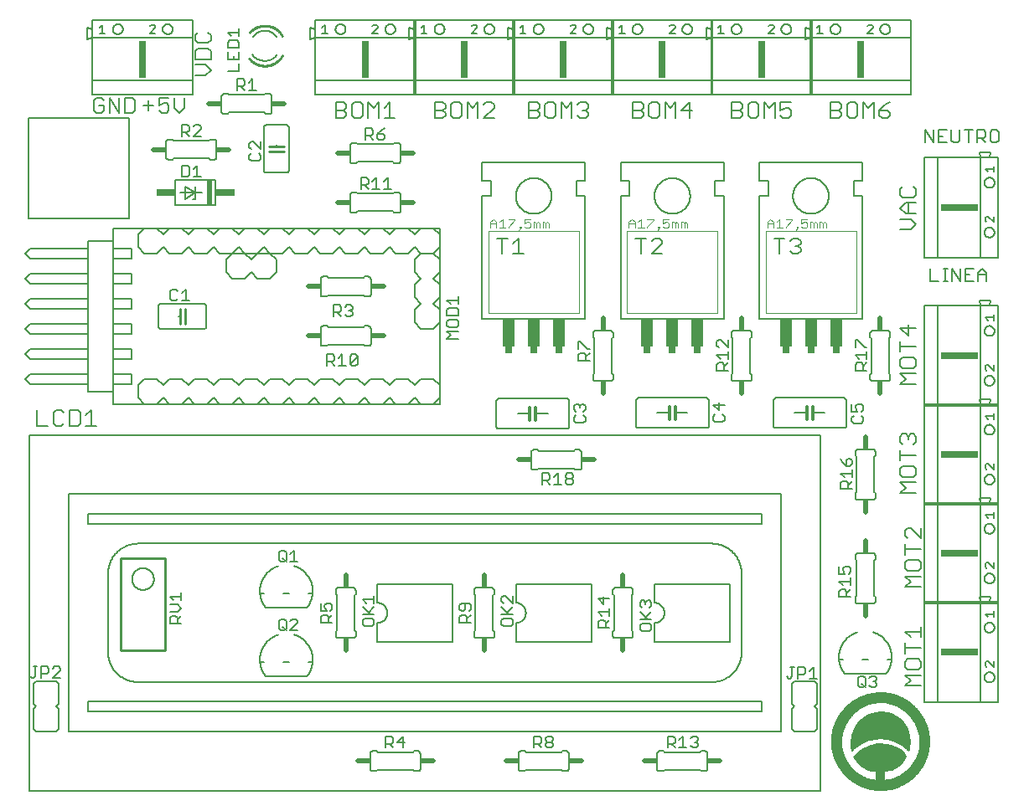
<source format=gbr>
G75*
%MOIN*%
%OFA0B0*%
%FSLAX25Y25*%
%IPPOS*%
%LPD*%
%AMOC8*
5,1,8,0,0,1.08239X$1,22.5*
%
%ADD10C,0.00700*%
%ADD11C,0.00600*%
%ADD12C,0.00500*%
%ADD13R,0.03000X0.15000*%
%ADD14C,0.01000*%
%ADD15C,0.01200*%
%ADD16R,0.02000X0.10000*%
%ADD17R,0.07500X0.03000*%
%ADD18C,0.00787*%
%ADD19R,0.15000X0.03000*%
%ADD20C,0.02000*%
%ADD21R,0.01500X0.02000*%
%ADD22R,0.02000X0.01500*%
%ADD23C,0.00200*%
%ADD24C,0.00400*%
%ADD25R,0.03000X0.02500*%
%ADD26R,0.05000X0.11000*%
%ADD27C,0.00197*%
D10*
X0037551Y0159361D02*
X0041755Y0159361D01*
X0043997Y0160412D02*
X0043997Y0164616D01*
X0045048Y0165666D01*
X0047150Y0165666D01*
X0048201Y0164616D01*
X0050442Y0165666D02*
X0053595Y0165666D01*
X0054646Y0164616D01*
X0054646Y0160412D01*
X0053595Y0159361D01*
X0050442Y0159361D01*
X0050442Y0165666D01*
X0048201Y0160412D02*
X0047150Y0159361D01*
X0045048Y0159361D01*
X0043997Y0160412D01*
X0037551Y0159361D02*
X0037551Y0165666D01*
X0056888Y0163565D02*
X0058990Y0165666D01*
X0058990Y0159361D01*
X0056888Y0159361D02*
X0061092Y0159361D01*
X0156331Y0281861D02*
X0159484Y0281861D01*
X0160535Y0282912D01*
X0160535Y0283963D01*
X0159484Y0285014D01*
X0156331Y0285014D01*
X0156331Y0288166D02*
X0156331Y0281861D01*
X0159484Y0285014D02*
X0160535Y0286065D01*
X0160535Y0287116D01*
X0159484Y0288166D01*
X0156331Y0288166D01*
X0162776Y0287116D02*
X0162776Y0282912D01*
X0163827Y0281861D01*
X0165929Y0281861D01*
X0166980Y0282912D01*
X0166980Y0287116D01*
X0165929Y0288166D01*
X0163827Y0288166D01*
X0162776Y0287116D01*
X0169222Y0288166D02*
X0171324Y0286065D01*
X0173426Y0288166D01*
X0173426Y0281861D01*
X0175667Y0281861D02*
X0179871Y0281861D01*
X0177769Y0281861D02*
X0177769Y0288166D01*
X0175667Y0286065D01*
X0169222Y0288166D02*
X0169222Y0281861D01*
X0195701Y0281861D02*
X0198854Y0281861D01*
X0199905Y0282912D01*
X0199905Y0283963D01*
X0198854Y0285014D01*
X0195701Y0285014D01*
X0195701Y0288166D02*
X0195701Y0281861D01*
X0198854Y0285014D02*
X0199905Y0286065D01*
X0199905Y0287116D01*
X0198854Y0288166D01*
X0195701Y0288166D01*
X0202147Y0287116D02*
X0202147Y0282912D01*
X0203197Y0281861D01*
X0205299Y0281861D01*
X0206350Y0282912D01*
X0206350Y0287116D01*
X0205299Y0288166D01*
X0203197Y0288166D01*
X0202147Y0287116D01*
X0208592Y0288166D02*
X0208592Y0281861D01*
X0212796Y0281861D02*
X0212796Y0288166D01*
X0210694Y0286065D01*
X0208592Y0288166D01*
X0215038Y0287116D02*
X0216088Y0288166D01*
X0218190Y0288166D01*
X0219241Y0287116D01*
X0219241Y0286065D01*
X0215038Y0281861D01*
X0219241Y0281861D01*
X0233103Y0281861D02*
X0236255Y0281861D01*
X0237306Y0282912D01*
X0237306Y0283963D01*
X0236255Y0285014D01*
X0233103Y0285014D01*
X0236255Y0285014D02*
X0237306Y0286065D01*
X0237306Y0287116D01*
X0236255Y0288166D01*
X0233103Y0288166D01*
X0233103Y0281861D01*
X0239548Y0282912D02*
X0239548Y0287116D01*
X0240599Y0288166D01*
X0242701Y0288166D01*
X0243752Y0287116D01*
X0243752Y0282912D01*
X0242701Y0281861D01*
X0240599Y0281861D01*
X0239548Y0282912D01*
X0245994Y0281861D02*
X0245994Y0288166D01*
X0248095Y0286065D01*
X0250197Y0288166D01*
X0250197Y0281861D01*
X0252439Y0282912D02*
X0253490Y0281861D01*
X0255592Y0281861D01*
X0256643Y0282912D01*
X0256643Y0283963D01*
X0255592Y0285014D01*
X0254541Y0285014D01*
X0255592Y0285014D02*
X0256643Y0286065D01*
X0256643Y0287116D01*
X0255592Y0288166D01*
X0253490Y0288166D01*
X0252439Y0287116D01*
X0274441Y0288166D02*
X0274441Y0281861D01*
X0277594Y0281861D01*
X0278645Y0282912D01*
X0278645Y0283963D01*
X0277594Y0285014D01*
X0274441Y0285014D01*
X0274441Y0288166D02*
X0277594Y0288166D01*
X0278645Y0287116D01*
X0278645Y0286065D01*
X0277594Y0285014D01*
X0280887Y0287116D02*
X0280887Y0282912D01*
X0281938Y0281861D01*
X0284039Y0281861D01*
X0285090Y0282912D01*
X0285090Y0287116D01*
X0284039Y0288166D01*
X0281938Y0288166D01*
X0280887Y0287116D01*
X0287332Y0288166D02*
X0287332Y0281861D01*
X0291536Y0281861D02*
X0291536Y0288166D01*
X0289434Y0286065D01*
X0287332Y0288166D01*
X0293778Y0285014D02*
X0297981Y0285014D01*
X0296930Y0288166D02*
X0296930Y0281861D01*
X0293778Y0285014D02*
X0296930Y0288166D01*
X0313811Y0288166D02*
X0313811Y0281861D01*
X0316964Y0281861D01*
X0318015Y0282912D01*
X0318015Y0283963D01*
X0316964Y0285014D01*
X0313811Y0285014D01*
X0313811Y0288166D02*
X0316964Y0288166D01*
X0318015Y0287116D01*
X0318015Y0286065D01*
X0316964Y0285014D01*
X0320257Y0287116D02*
X0320257Y0282912D01*
X0321308Y0281861D01*
X0323409Y0281861D01*
X0324460Y0282912D01*
X0324460Y0287116D01*
X0323409Y0288166D01*
X0321308Y0288166D01*
X0320257Y0287116D01*
X0326702Y0288166D02*
X0326702Y0281861D01*
X0330906Y0281861D02*
X0330906Y0288166D01*
X0328804Y0286065D01*
X0326702Y0288166D01*
X0333148Y0288166D02*
X0333148Y0285014D01*
X0335250Y0286065D01*
X0336300Y0286065D01*
X0337351Y0285014D01*
X0337351Y0282912D01*
X0336300Y0281861D01*
X0334199Y0281861D01*
X0333148Y0282912D01*
X0333148Y0288166D02*
X0337351Y0288166D01*
X0353181Y0288166D02*
X0353181Y0281861D01*
X0356334Y0281861D01*
X0357385Y0282912D01*
X0357385Y0283963D01*
X0356334Y0285014D01*
X0353181Y0285014D01*
X0353181Y0288166D02*
X0356334Y0288166D01*
X0357385Y0287116D01*
X0357385Y0286065D01*
X0356334Y0285014D01*
X0359627Y0287116D02*
X0359627Y0282912D01*
X0360678Y0281861D01*
X0362780Y0281861D01*
X0363830Y0282912D01*
X0363830Y0287116D01*
X0362780Y0288166D01*
X0360678Y0288166D01*
X0359627Y0287116D01*
X0366072Y0288166D02*
X0366072Y0281861D01*
X0370276Y0281861D02*
X0370276Y0288166D01*
X0368174Y0286065D01*
X0366072Y0288166D01*
X0372518Y0285014D02*
X0375671Y0285014D01*
X0376721Y0283963D01*
X0376721Y0282912D01*
X0375671Y0281861D01*
X0373569Y0281861D01*
X0372518Y0282912D01*
X0372518Y0285014D01*
X0374620Y0287116D01*
X0376721Y0288166D01*
X0381884Y0254560D02*
X0380833Y0253509D01*
X0380833Y0251407D01*
X0381884Y0250356D01*
X0386088Y0250356D01*
X0387139Y0251407D01*
X0387139Y0253509D01*
X0386088Y0254560D01*
X0387139Y0248115D02*
X0382935Y0248115D01*
X0380833Y0246013D01*
X0382935Y0243911D01*
X0387139Y0243911D01*
X0385037Y0241669D02*
X0380833Y0241669D01*
X0383986Y0243911D02*
X0383986Y0248115D01*
X0385037Y0241669D02*
X0387139Y0239567D01*
X0385037Y0237465D01*
X0380833Y0237465D01*
X0341271Y0233029D02*
X0341271Y0231978D01*
X0340220Y0230927D01*
X0341271Y0229876D01*
X0341271Y0228825D01*
X0340220Y0227774D01*
X0338119Y0227774D01*
X0337068Y0228825D01*
X0339170Y0230927D02*
X0340220Y0230927D01*
X0341271Y0233029D02*
X0340220Y0234080D01*
X0338119Y0234080D01*
X0337068Y0233029D01*
X0334826Y0234080D02*
X0330622Y0234080D01*
X0332724Y0234080D02*
X0332724Y0227774D01*
X0286153Y0227774D02*
X0281950Y0227774D01*
X0286153Y0231978D01*
X0286153Y0233029D01*
X0285102Y0234080D01*
X0283001Y0234080D01*
X0281950Y0233029D01*
X0279708Y0234080D02*
X0275504Y0234080D01*
X0277606Y0234080D02*
X0277606Y0227774D01*
X0231035Y0227774D02*
X0226832Y0227774D01*
X0228933Y0227774D02*
X0228933Y0234080D01*
X0226832Y0231978D01*
X0224590Y0234080D02*
X0220386Y0234080D01*
X0222488Y0234080D02*
X0222488Y0227774D01*
X0106596Y0301069D02*
X0104494Y0298967D01*
X0100290Y0298967D01*
X0100290Y0303171D02*
X0104494Y0303171D01*
X0106596Y0301069D01*
X0106596Y0305413D02*
X0100290Y0305413D01*
X0100290Y0308566D01*
X0101341Y0309616D01*
X0105545Y0309616D01*
X0106596Y0308566D01*
X0106596Y0305413D01*
X0105545Y0311858D02*
X0101341Y0311858D01*
X0100290Y0312909D01*
X0100290Y0315011D01*
X0101341Y0316062D01*
X0105545Y0316062D02*
X0106596Y0315011D01*
X0106596Y0312909D01*
X0105545Y0311858D01*
X0095965Y0289951D02*
X0095965Y0286014D01*
X0093997Y0284046D01*
X0092029Y0286014D01*
X0092029Y0289951D01*
X0089888Y0289951D02*
X0085951Y0289951D01*
X0085951Y0286999D01*
X0087920Y0287983D01*
X0088904Y0287983D01*
X0089888Y0286999D01*
X0089888Y0285030D01*
X0088904Y0284046D01*
X0086936Y0284046D01*
X0085951Y0285030D01*
X0083811Y0286999D02*
X0079874Y0286999D01*
X0081843Y0288967D02*
X0081843Y0285030D01*
X0076280Y0285030D02*
X0076280Y0288967D01*
X0075296Y0289951D01*
X0072344Y0289951D01*
X0072344Y0284046D01*
X0075296Y0284046D01*
X0076280Y0285030D01*
X0070203Y0284046D02*
X0070203Y0289951D01*
X0066266Y0289951D02*
X0070203Y0284046D01*
X0066266Y0284046D02*
X0066266Y0289951D01*
X0064126Y0288967D02*
X0063142Y0289951D01*
X0061173Y0289951D01*
X0060189Y0288967D01*
X0060189Y0285030D01*
X0061173Y0284046D01*
X0063142Y0284046D01*
X0064126Y0285030D01*
X0064126Y0286999D01*
X0062158Y0286999D01*
X0380833Y0198391D02*
X0383986Y0195238D01*
X0383986Y0199442D01*
X0387139Y0198391D02*
X0380833Y0198391D01*
X0380833Y0192996D02*
X0380833Y0188793D01*
X0380833Y0190895D02*
X0387139Y0190895D01*
X0386088Y0186551D02*
X0381884Y0186551D01*
X0380833Y0185500D01*
X0380833Y0183398D01*
X0381884Y0182347D01*
X0386088Y0182347D01*
X0387139Y0183398D01*
X0387139Y0185500D01*
X0386088Y0186551D01*
X0387139Y0180105D02*
X0380833Y0180105D01*
X0382935Y0178004D01*
X0380833Y0175902D01*
X0387139Y0175902D01*
X0386088Y0156135D02*
X0387139Y0155084D01*
X0387139Y0152982D01*
X0386088Y0151931D01*
X0383986Y0154033D02*
X0383986Y0155084D01*
X0385037Y0156135D01*
X0386088Y0156135D01*
X0383986Y0155084D02*
X0382935Y0156135D01*
X0381884Y0156135D01*
X0380833Y0155084D01*
X0380833Y0152982D01*
X0381884Y0151931D01*
X0380833Y0149689D02*
X0380833Y0145486D01*
X0380833Y0147588D02*
X0387139Y0147588D01*
X0386088Y0143244D02*
X0381884Y0143244D01*
X0380833Y0142193D01*
X0380833Y0140091D01*
X0381884Y0139040D01*
X0386088Y0139040D01*
X0387139Y0140091D01*
X0387139Y0142193D01*
X0386088Y0143244D01*
X0387139Y0136798D02*
X0380833Y0136798D01*
X0382935Y0134697D01*
X0380833Y0132595D01*
X0387139Y0132595D01*
X0389107Y0118733D02*
X0389107Y0114530D01*
X0384904Y0118733D01*
X0383853Y0118733D01*
X0382802Y0117682D01*
X0382802Y0115581D01*
X0383853Y0114530D01*
X0382802Y0112288D02*
X0382802Y0108084D01*
X0382802Y0110186D02*
X0389107Y0110186D01*
X0388056Y0105842D02*
X0383853Y0105842D01*
X0382802Y0104791D01*
X0382802Y0102690D01*
X0383853Y0101639D01*
X0388056Y0101639D01*
X0389107Y0102690D01*
X0389107Y0104791D01*
X0388056Y0105842D01*
X0389107Y0099397D02*
X0382802Y0099397D01*
X0384904Y0097295D01*
X0382802Y0095193D01*
X0389107Y0095193D01*
X0389107Y0079363D02*
X0389107Y0075160D01*
X0389107Y0077261D02*
X0382802Y0077261D01*
X0384904Y0075160D01*
X0382802Y0072918D02*
X0382802Y0068714D01*
X0382802Y0070816D02*
X0389107Y0070816D01*
X0388056Y0066472D02*
X0383853Y0066472D01*
X0382802Y0065421D01*
X0382802Y0063319D01*
X0383853Y0062269D01*
X0388056Y0062269D01*
X0389107Y0063319D01*
X0389107Y0065421D01*
X0388056Y0066472D01*
X0389107Y0060027D02*
X0382802Y0060027D01*
X0384904Y0057925D01*
X0382802Y0055823D01*
X0389107Y0055823D01*
D11*
X0390327Y0049129D02*
X0395827Y0049129D01*
X0395827Y0089129D01*
X0412827Y0089129D01*
X0412827Y0049129D01*
X0395827Y0049129D01*
X0390327Y0049129D02*
X0390327Y0089129D01*
X0395827Y0089129D01*
X0395827Y0088499D02*
X0390327Y0088499D01*
X0390327Y0128499D01*
X0395827Y0128499D01*
X0412827Y0128499D01*
X0412827Y0088499D01*
X0395827Y0088499D01*
X0395827Y0128499D01*
X0395827Y0127869D02*
X0390327Y0127869D01*
X0390327Y0167869D01*
X0395827Y0167869D01*
X0412827Y0167869D01*
X0412827Y0127869D01*
X0395827Y0127869D01*
X0395827Y0167869D01*
X0395827Y0167239D02*
X0390327Y0167239D01*
X0390327Y0207239D01*
X0395827Y0207239D01*
X0412827Y0207239D01*
X0412827Y0167239D01*
X0395827Y0167239D01*
X0395827Y0207239D01*
X0396153Y0217067D02*
X0392816Y0217067D01*
X0392816Y0222071D01*
X0397973Y0222071D02*
X0399641Y0222071D01*
X0398807Y0222071D02*
X0398807Y0217067D01*
X0397973Y0217067D02*
X0399641Y0217067D01*
X0401410Y0217067D02*
X0401410Y0222071D01*
X0404747Y0217067D01*
X0404747Y0222071D01*
X0406567Y0222071D02*
X0406567Y0217067D01*
X0409903Y0217067D01*
X0411723Y0217067D02*
X0411723Y0220403D01*
X0413391Y0222071D01*
X0415059Y0220403D01*
X0415059Y0217067D01*
X0415059Y0219569D02*
X0411723Y0219569D01*
X0409903Y0222071D02*
X0406567Y0222071D01*
X0406567Y0219569D02*
X0408235Y0219569D01*
X0412827Y0226294D02*
X0395827Y0226294D01*
X0390327Y0226294D01*
X0390327Y0266294D01*
X0395827Y0266294D01*
X0412827Y0266294D01*
X0412827Y0226294D01*
X0419827Y0226294D01*
X0419827Y0266294D01*
X0416327Y0266294D01*
X0412827Y0266294D01*
X0412327Y0268294D01*
X0416827Y0268294D01*
X0416327Y0266294D01*
X0417464Y0272185D02*
X0416630Y0273019D01*
X0416630Y0276355D01*
X0417464Y0277189D01*
X0419132Y0277189D01*
X0419966Y0276355D01*
X0419966Y0273019D01*
X0419132Y0272185D01*
X0417464Y0272185D01*
X0414810Y0272185D02*
X0413142Y0273853D01*
X0413976Y0273853D02*
X0411473Y0273853D01*
X0411473Y0272185D02*
X0411473Y0277189D01*
X0413976Y0277189D01*
X0414810Y0276355D01*
X0414810Y0274687D01*
X0413976Y0273853D01*
X0409653Y0277189D02*
X0406317Y0277189D01*
X0407985Y0277189D02*
X0407985Y0272185D01*
X0404497Y0273019D02*
X0404497Y0277189D01*
X0401161Y0277189D02*
X0401161Y0273019D01*
X0401995Y0272185D01*
X0403663Y0272185D01*
X0404497Y0273019D01*
X0399340Y0272185D02*
X0396004Y0272185D01*
X0396004Y0277189D01*
X0399340Y0277189D01*
X0397672Y0274687D02*
X0396004Y0274687D01*
X0394184Y0272185D02*
X0394184Y0277189D01*
X0390848Y0277189D02*
X0394184Y0272185D01*
X0390848Y0272185D02*
X0390848Y0277189D01*
X0395827Y0266294D02*
X0395827Y0226294D01*
X0414327Y0236394D02*
X0414329Y0236483D01*
X0414335Y0236572D01*
X0414345Y0236661D01*
X0414359Y0236749D01*
X0414376Y0236836D01*
X0414398Y0236922D01*
X0414424Y0237008D01*
X0414453Y0237092D01*
X0414486Y0237175D01*
X0414522Y0237256D01*
X0414563Y0237336D01*
X0414606Y0237413D01*
X0414653Y0237489D01*
X0414704Y0237562D01*
X0414757Y0237633D01*
X0414814Y0237702D01*
X0414874Y0237768D01*
X0414937Y0237832D01*
X0415002Y0237892D01*
X0415070Y0237950D01*
X0415141Y0238004D01*
X0415214Y0238055D01*
X0415289Y0238103D01*
X0415366Y0238148D01*
X0415445Y0238189D01*
X0415526Y0238226D01*
X0415608Y0238260D01*
X0415692Y0238291D01*
X0415777Y0238317D01*
X0415863Y0238340D01*
X0415950Y0238358D01*
X0416038Y0238373D01*
X0416127Y0238384D01*
X0416216Y0238391D01*
X0416305Y0238394D01*
X0416394Y0238393D01*
X0416483Y0238388D01*
X0416571Y0238379D01*
X0416660Y0238366D01*
X0416747Y0238349D01*
X0416834Y0238329D01*
X0416920Y0238304D01*
X0417004Y0238276D01*
X0417087Y0238244D01*
X0417169Y0238208D01*
X0417249Y0238169D01*
X0417327Y0238126D01*
X0417403Y0238080D01*
X0417477Y0238030D01*
X0417549Y0237977D01*
X0417618Y0237921D01*
X0417685Y0237862D01*
X0417749Y0237800D01*
X0417810Y0237736D01*
X0417869Y0237668D01*
X0417924Y0237598D01*
X0417976Y0237526D01*
X0418025Y0237451D01*
X0418070Y0237375D01*
X0418112Y0237296D01*
X0418150Y0237216D01*
X0418185Y0237134D01*
X0418216Y0237050D01*
X0418244Y0236965D01*
X0418267Y0236879D01*
X0418287Y0236792D01*
X0418303Y0236705D01*
X0418315Y0236616D01*
X0418323Y0236528D01*
X0418327Y0236439D01*
X0418327Y0236349D01*
X0418323Y0236260D01*
X0418315Y0236172D01*
X0418303Y0236083D01*
X0418287Y0235996D01*
X0418267Y0235909D01*
X0418244Y0235823D01*
X0418216Y0235738D01*
X0418185Y0235654D01*
X0418150Y0235572D01*
X0418112Y0235492D01*
X0418070Y0235413D01*
X0418025Y0235337D01*
X0417976Y0235262D01*
X0417924Y0235190D01*
X0417869Y0235120D01*
X0417810Y0235052D01*
X0417749Y0234988D01*
X0417685Y0234926D01*
X0417618Y0234867D01*
X0417549Y0234811D01*
X0417477Y0234758D01*
X0417403Y0234708D01*
X0417327Y0234662D01*
X0417249Y0234619D01*
X0417169Y0234580D01*
X0417087Y0234544D01*
X0417004Y0234512D01*
X0416920Y0234484D01*
X0416834Y0234459D01*
X0416747Y0234439D01*
X0416660Y0234422D01*
X0416571Y0234409D01*
X0416483Y0234400D01*
X0416394Y0234395D01*
X0416305Y0234394D01*
X0416216Y0234397D01*
X0416127Y0234404D01*
X0416038Y0234415D01*
X0415950Y0234430D01*
X0415863Y0234448D01*
X0415777Y0234471D01*
X0415692Y0234497D01*
X0415608Y0234528D01*
X0415526Y0234562D01*
X0415445Y0234599D01*
X0415366Y0234640D01*
X0415289Y0234685D01*
X0415214Y0234733D01*
X0415141Y0234784D01*
X0415070Y0234838D01*
X0415002Y0234896D01*
X0414937Y0234956D01*
X0414874Y0235020D01*
X0414814Y0235086D01*
X0414757Y0235155D01*
X0414704Y0235226D01*
X0414653Y0235299D01*
X0414606Y0235375D01*
X0414563Y0235452D01*
X0414522Y0235532D01*
X0414486Y0235613D01*
X0414453Y0235696D01*
X0414424Y0235780D01*
X0414398Y0235866D01*
X0414376Y0235952D01*
X0414359Y0236039D01*
X0414345Y0236127D01*
X0414335Y0236216D01*
X0414329Y0236305D01*
X0414327Y0236394D01*
X0414327Y0256194D02*
X0414329Y0256283D01*
X0414335Y0256372D01*
X0414345Y0256461D01*
X0414359Y0256549D01*
X0414376Y0256636D01*
X0414398Y0256722D01*
X0414424Y0256808D01*
X0414453Y0256892D01*
X0414486Y0256975D01*
X0414522Y0257056D01*
X0414563Y0257136D01*
X0414606Y0257213D01*
X0414653Y0257289D01*
X0414704Y0257362D01*
X0414757Y0257433D01*
X0414814Y0257502D01*
X0414874Y0257568D01*
X0414937Y0257632D01*
X0415002Y0257692D01*
X0415070Y0257750D01*
X0415141Y0257804D01*
X0415214Y0257855D01*
X0415289Y0257903D01*
X0415366Y0257948D01*
X0415445Y0257989D01*
X0415526Y0258026D01*
X0415608Y0258060D01*
X0415692Y0258091D01*
X0415777Y0258117D01*
X0415863Y0258140D01*
X0415950Y0258158D01*
X0416038Y0258173D01*
X0416127Y0258184D01*
X0416216Y0258191D01*
X0416305Y0258194D01*
X0416394Y0258193D01*
X0416483Y0258188D01*
X0416571Y0258179D01*
X0416660Y0258166D01*
X0416747Y0258149D01*
X0416834Y0258129D01*
X0416920Y0258104D01*
X0417004Y0258076D01*
X0417087Y0258044D01*
X0417169Y0258008D01*
X0417249Y0257969D01*
X0417327Y0257926D01*
X0417403Y0257880D01*
X0417477Y0257830D01*
X0417549Y0257777D01*
X0417618Y0257721D01*
X0417685Y0257662D01*
X0417749Y0257600D01*
X0417810Y0257536D01*
X0417869Y0257468D01*
X0417924Y0257398D01*
X0417976Y0257326D01*
X0418025Y0257251D01*
X0418070Y0257175D01*
X0418112Y0257096D01*
X0418150Y0257016D01*
X0418185Y0256934D01*
X0418216Y0256850D01*
X0418244Y0256765D01*
X0418267Y0256679D01*
X0418287Y0256592D01*
X0418303Y0256505D01*
X0418315Y0256416D01*
X0418323Y0256328D01*
X0418327Y0256239D01*
X0418327Y0256149D01*
X0418323Y0256060D01*
X0418315Y0255972D01*
X0418303Y0255883D01*
X0418287Y0255796D01*
X0418267Y0255709D01*
X0418244Y0255623D01*
X0418216Y0255538D01*
X0418185Y0255454D01*
X0418150Y0255372D01*
X0418112Y0255292D01*
X0418070Y0255213D01*
X0418025Y0255137D01*
X0417976Y0255062D01*
X0417924Y0254990D01*
X0417869Y0254920D01*
X0417810Y0254852D01*
X0417749Y0254788D01*
X0417685Y0254726D01*
X0417618Y0254667D01*
X0417549Y0254611D01*
X0417477Y0254558D01*
X0417403Y0254508D01*
X0417327Y0254462D01*
X0417249Y0254419D01*
X0417169Y0254380D01*
X0417087Y0254344D01*
X0417004Y0254312D01*
X0416920Y0254284D01*
X0416834Y0254259D01*
X0416747Y0254239D01*
X0416660Y0254222D01*
X0416571Y0254209D01*
X0416483Y0254200D01*
X0416394Y0254195D01*
X0416305Y0254194D01*
X0416216Y0254197D01*
X0416127Y0254204D01*
X0416038Y0254215D01*
X0415950Y0254230D01*
X0415863Y0254248D01*
X0415777Y0254271D01*
X0415692Y0254297D01*
X0415608Y0254328D01*
X0415526Y0254362D01*
X0415445Y0254399D01*
X0415366Y0254440D01*
X0415289Y0254485D01*
X0415214Y0254533D01*
X0415141Y0254584D01*
X0415070Y0254638D01*
X0415002Y0254696D01*
X0414937Y0254756D01*
X0414874Y0254820D01*
X0414814Y0254886D01*
X0414757Y0254955D01*
X0414704Y0255026D01*
X0414653Y0255099D01*
X0414606Y0255175D01*
X0414563Y0255252D01*
X0414522Y0255332D01*
X0414486Y0255413D01*
X0414453Y0255496D01*
X0414424Y0255580D01*
X0414398Y0255666D01*
X0414376Y0255752D01*
X0414359Y0255839D01*
X0414345Y0255927D01*
X0414335Y0256016D01*
X0414329Y0256105D01*
X0414327Y0256194D01*
X0384957Y0291350D02*
X0384957Y0296850D01*
X0344957Y0296850D01*
X0344957Y0313850D01*
X0384957Y0313850D01*
X0384957Y0296850D01*
X0384957Y0291350D02*
X0344957Y0291350D01*
X0344957Y0296850D01*
X0345587Y0296850D02*
X0345587Y0291350D01*
X0305587Y0291350D01*
X0305587Y0296850D01*
X0305587Y0313850D01*
X0345587Y0313850D01*
X0345587Y0296850D01*
X0305587Y0296850D01*
X0306217Y0296850D02*
X0306217Y0291350D01*
X0266217Y0291350D01*
X0266217Y0296850D01*
X0266217Y0313850D01*
X0306217Y0313850D01*
X0306217Y0296850D01*
X0266217Y0296850D01*
X0266847Y0296850D02*
X0266847Y0291350D01*
X0226847Y0291350D01*
X0226847Y0296850D01*
X0226847Y0313850D01*
X0266847Y0313850D01*
X0266847Y0296850D01*
X0226847Y0296850D01*
X0227477Y0296850D02*
X0227477Y0291350D01*
X0187477Y0291350D01*
X0187477Y0296850D01*
X0187477Y0313850D01*
X0227477Y0313850D01*
X0227477Y0296850D01*
X0187477Y0296850D01*
X0188107Y0296850D02*
X0188107Y0291350D01*
X0148107Y0291350D01*
X0148107Y0296850D01*
X0148107Y0313850D01*
X0188107Y0313850D01*
X0188107Y0296850D01*
X0148107Y0296850D01*
X0146107Y0313350D02*
X0148107Y0313850D01*
X0148107Y0317350D01*
X0148107Y0320850D01*
X0188107Y0320850D01*
X0188107Y0313850D01*
X0187477Y0313850D02*
X0187477Y0317350D01*
X0187477Y0320850D01*
X0227477Y0320850D01*
X0227477Y0313850D01*
X0226847Y0313850D02*
X0226847Y0317350D01*
X0226847Y0320850D01*
X0266847Y0320850D01*
X0266847Y0313850D01*
X0266217Y0313850D02*
X0266217Y0317350D01*
X0266217Y0320850D01*
X0306217Y0320850D01*
X0306217Y0313850D01*
X0305587Y0313850D02*
X0305587Y0317350D01*
X0305587Y0320850D01*
X0345587Y0320850D01*
X0345587Y0313850D01*
X0344957Y0313850D02*
X0344957Y0317350D01*
X0344957Y0320850D01*
X0384957Y0320850D01*
X0384957Y0313850D01*
X0372857Y0317350D02*
X0372859Y0317439D01*
X0372865Y0317528D01*
X0372875Y0317617D01*
X0372889Y0317705D01*
X0372906Y0317792D01*
X0372928Y0317878D01*
X0372954Y0317964D01*
X0372983Y0318048D01*
X0373016Y0318131D01*
X0373052Y0318212D01*
X0373093Y0318292D01*
X0373136Y0318369D01*
X0373183Y0318445D01*
X0373234Y0318518D01*
X0373287Y0318589D01*
X0373344Y0318658D01*
X0373404Y0318724D01*
X0373467Y0318788D01*
X0373532Y0318848D01*
X0373600Y0318906D01*
X0373671Y0318960D01*
X0373744Y0319011D01*
X0373819Y0319059D01*
X0373896Y0319104D01*
X0373975Y0319145D01*
X0374056Y0319182D01*
X0374138Y0319216D01*
X0374222Y0319247D01*
X0374307Y0319273D01*
X0374393Y0319296D01*
X0374480Y0319314D01*
X0374568Y0319329D01*
X0374657Y0319340D01*
X0374746Y0319347D01*
X0374835Y0319350D01*
X0374924Y0319349D01*
X0375013Y0319344D01*
X0375101Y0319335D01*
X0375190Y0319322D01*
X0375277Y0319305D01*
X0375364Y0319285D01*
X0375450Y0319260D01*
X0375534Y0319232D01*
X0375617Y0319200D01*
X0375699Y0319164D01*
X0375779Y0319125D01*
X0375857Y0319082D01*
X0375933Y0319036D01*
X0376007Y0318986D01*
X0376079Y0318933D01*
X0376148Y0318877D01*
X0376215Y0318818D01*
X0376279Y0318756D01*
X0376340Y0318692D01*
X0376399Y0318624D01*
X0376454Y0318554D01*
X0376506Y0318482D01*
X0376555Y0318407D01*
X0376600Y0318331D01*
X0376642Y0318252D01*
X0376680Y0318172D01*
X0376715Y0318090D01*
X0376746Y0318006D01*
X0376774Y0317921D01*
X0376797Y0317835D01*
X0376817Y0317748D01*
X0376833Y0317661D01*
X0376845Y0317572D01*
X0376853Y0317484D01*
X0376857Y0317395D01*
X0376857Y0317305D01*
X0376853Y0317216D01*
X0376845Y0317128D01*
X0376833Y0317039D01*
X0376817Y0316952D01*
X0376797Y0316865D01*
X0376774Y0316779D01*
X0376746Y0316694D01*
X0376715Y0316610D01*
X0376680Y0316528D01*
X0376642Y0316448D01*
X0376600Y0316369D01*
X0376555Y0316293D01*
X0376506Y0316218D01*
X0376454Y0316146D01*
X0376399Y0316076D01*
X0376340Y0316008D01*
X0376279Y0315944D01*
X0376215Y0315882D01*
X0376148Y0315823D01*
X0376079Y0315767D01*
X0376007Y0315714D01*
X0375933Y0315664D01*
X0375857Y0315618D01*
X0375779Y0315575D01*
X0375699Y0315536D01*
X0375617Y0315500D01*
X0375534Y0315468D01*
X0375450Y0315440D01*
X0375364Y0315415D01*
X0375277Y0315395D01*
X0375190Y0315378D01*
X0375101Y0315365D01*
X0375013Y0315356D01*
X0374924Y0315351D01*
X0374835Y0315350D01*
X0374746Y0315353D01*
X0374657Y0315360D01*
X0374568Y0315371D01*
X0374480Y0315386D01*
X0374393Y0315404D01*
X0374307Y0315427D01*
X0374222Y0315453D01*
X0374138Y0315484D01*
X0374056Y0315518D01*
X0373975Y0315555D01*
X0373896Y0315596D01*
X0373819Y0315641D01*
X0373744Y0315689D01*
X0373671Y0315740D01*
X0373600Y0315794D01*
X0373532Y0315852D01*
X0373467Y0315912D01*
X0373404Y0315976D01*
X0373344Y0316042D01*
X0373287Y0316111D01*
X0373234Y0316182D01*
X0373183Y0316255D01*
X0373136Y0316331D01*
X0373093Y0316408D01*
X0373052Y0316488D01*
X0373016Y0316569D01*
X0372983Y0316652D01*
X0372954Y0316736D01*
X0372928Y0316822D01*
X0372906Y0316908D01*
X0372889Y0316995D01*
X0372875Y0317083D01*
X0372865Y0317172D01*
X0372859Y0317261D01*
X0372857Y0317350D01*
X0353057Y0317350D02*
X0353059Y0317439D01*
X0353065Y0317528D01*
X0353075Y0317617D01*
X0353089Y0317705D01*
X0353106Y0317792D01*
X0353128Y0317878D01*
X0353154Y0317964D01*
X0353183Y0318048D01*
X0353216Y0318131D01*
X0353252Y0318212D01*
X0353293Y0318292D01*
X0353336Y0318369D01*
X0353383Y0318445D01*
X0353434Y0318518D01*
X0353487Y0318589D01*
X0353544Y0318658D01*
X0353604Y0318724D01*
X0353667Y0318788D01*
X0353732Y0318848D01*
X0353800Y0318906D01*
X0353871Y0318960D01*
X0353944Y0319011D01*
X0354019Y0319059D01*
X0354096Y0319104D01*
X0354175Y0319145D01*
X0354256Y0319182D01*
X0354338Y0319216D01*
X0354422Y0319247D01*
X0354507Y0319273D01*
X0354593Y0319296D01*
X0354680Y0319314D01*
X0354768Y0319329D01*
X0354857Y0319340D01*
X0354946Y0319347D01*
X0355035Y0319350D01*
X0355124Y0319349D01*
X0355213Y0319344D01*
X0355301Y0319335D01*
X0355390Y0319322D01*
X0355477Y0319305D01*
X0355564Y0319285D01*
X0355650Y0319260D01*
X0355734Y0319232D01*
X0355817Y0319200D01*
X0355899Y0319164D01*
X0355979Y0319125D01*
X0356057Y0319082D01*
X0356133Y0319036D01*
X0356207Y0318986D01*
X0356279Y0318933D01*
X0356348Y0318877D01*
X0356415Y0318818D01*
X0356479Y0318756D01*
X0356540Y0318692D01*
X0356599Y0318624D01*
X0356654Y0318554D01*
X0356706Y0318482D01*
X0356755Y0318407D01*
X0356800Y0318331D01*
X0356842Y0318252D01*
X0356880Y0318172D01*
X0356915Y0318090D01*
X0356946Y0318006D01*
X0356974Y0317921D01*
X0356997Y0317835D01*
X0357017Y0317748D01*
X0357033Y0317661D01*
X0357045Y0317572D01*
X0357053Y0317484D01*
X0357057Y0317395D01*
X0357057Y0317305D01*
X0357053Y0317216D01*
X0357045Y0317128D01*
X0357033Y0317039D01*
X0357017Y0316952D01*
X0356997Y0316865D01*
X0356974Y0316779D01*
X0356946Y0316694D01*
X0356915Y0316610D01*
X0356880Y0316528D01*
X0356842Y0316448D01*
X0356800Y0316369D01*
X0356755Y0316293D01*
X0356706Y0316218D01*
X0356654Y0316146D01*
X0356599Y0316076D01*
X0356540Y0316008D01*
X0356479Y0315944D01*
X0356415Y0315882D01*
X0356348Y0315823D01*
X0356279Y0315767D01*
X0356207Y0315714D01*
X0356133Y0315664D01*
X0356057Y0315618D01*
X0355979Y0315575D01*
X0355899Y0315536D01*
X0355817Y0315500D01*
X0355734Y0315468D01*
X0355650Y0315440D01*
X0355564Y0315415D01*
X0355477Y0315395D01*
X0355390Y0315378D01*
X0355301Y0315365D01*
X0355213Y0315356D01*
X0355124Y0315351D01*
X0355035Y0315350D01*
X0354946Y0315353D01*
X0354857Y0315360D01*
X0354768Y0315371D01*
X0354680Y0315386D01*
X0354593Y0315404D01*
X0354507Y0315427D01*
X0354422Y0315453D01*
X0354338Y0315484D01*
X0354256Y0315518D01*
X0354175Y0315555D01*
X0354096Y0315596D01*
X0354019Y0315641D01*
X0353944Y0315689D01*
X0353871Y0315740D01*
X0353800Y0315794D01*
X0353732Y0315852D01*
X0353667Y0315912D01*
X0353604Y0315976D01*
X0353544Y0316042D01*
X0353487Y0316111D01*
X0353434Y0316182D01*
X0353383Y0316255D01*
X0353336Y0316331D01*
X0353293Y0316408D01*
X0353252Y0316488D01*
X0353216Y0316569D01*
X0353183Y0316652D01*
X0353154Y0316736D01*
X0353128Y0316822D01*
X0353106Y0316908D01*
X0353089Y0316995D01*
X0353075Y0317083D01*
X0353065Y0317172D01*
X0353059Y0317261D01*
X0353057Y0317350D01*
X0344957Y0317350D02*
X0342957Y0317850D01*
X0342957Y0313350D01*
X0344957Y0313850D01*
X0333487Y0317350D02*
X0333489Y0317439D01*
X0333495Y0317528D01*
X0333505Y0317617D01*
X0333519Y0317705D01*
X0333536Y0317792D01*
X0333558Y0317878D01*
X0333584Y0317964D01*
X0333613Y0318048D01*
X0333646Y0318131D01*
X0333682Y0318212D01*
X0333723Y0318292D01*
X0333766Y0318369D01*
X0333813Y0318445D01*
X0333864Y0318518D01*
X0333917Y0318589D01*
X0333974Y0318658D01*
X0334034Y0318724D01*
X0334097Y0318788D01*
X0334162Y0318848D01*
X0334230Y0318906D01*
X0334301Y0318960D01*
X0334374Y0319011D01*
X0334449Y0319059D01*
X0334526Y0319104D01*
X0334605Y0319145D01*
X0334686Y0319182D01*
X0334768Y0319216D01*
X0334852Y0319247D01*
X0334937Y0319273D01*
X0335023Y0319296D01*
X0335110Y0319314D01*
X0335198Y0319329D01*
X0335287Y0319340D01*
X0335376Y0319347D01*
X0335465Y0319350D01*
X0335554Y0319349D01*
X0335643Y0319344D01*
X0335731Y0319335D01*
X0335820Y0319322D01*
X0335907Y0319305D01*
X0335994Y0319285D01*
X0336080Y0319260D01*
X0336164Y0319232D01*
X0336247Y0319200D01*
X0336329Y0319164D01*
X0336409Y0319125D01*
X0336487Y0319082D01*
X0336563Y0319036D01*
X0336637Y0318986D01*
X0336709Y0318933D01*
X0336778Y0318877D01*
X0336845Y0318818D01*
X0336909Y0318756D01*
X0336970Y0318692D01*
X0337029Y0318624D01*
X0337084Y0318554D01*
X0337136Y0318482D01*
X0337185Y0318407D01*
X0337230Y0318331D01*
X0337272Y0318252D01*
X0337310Y0318172D01*
X0337345Y0318090D01*
X0337376Y0318006D01*
X0337404Y0317921D01*
X0337427Y0317835D01*
X0337447Y0317748D01*
X0337463Y0317661D01*
X0337475Y0317572D01*
X0337483Y0317484D01*
X0337487Y0317395D01*
X0337487Y0317305D01*
X0337483Y0317216D01*
X0337475Y0317128D01*
X0337463Y0317039D01*
X0337447Y0316952D01*
X0337427Y0316865D01*
X0337404Y0316779D01*
X0337376Y0316694D01*
X0337345Y0316610D01*
X0337310Y0316528D01*
X0337272Y0316448D01*
X0337230Y0316369D01*
X0337185Y0316293D01*
X0337136Y0316218D01*
X0337084Y0316146D01*
X0337029Y0316076D01*
X0336970Y0316008D01*
X0336909Y0315944D01*
X0336845Y0315882D01*
X0336778Y0315823D01*
X0336709Y0315767D01*
X0336637Y0315714D01*
X0336563Y0315664D01*
X0336487Y0315618D01*
X0336409Y0315575D01*
X0336329Y0315536D01*
X0336247Y0315500D01*
X0336164Y0315468D01*
X0336080Y0315440D01*
X0335994Y0315415D01*
X0335907Y0315395D01*
X0335820Y0315378D01*
X0335731Y0315365D01*
X0335643Y0315356D01*
X0335554Y0315351D01*
X0335465Y0315350D01*
X0335376Y0315353D01*
X0335287Y0315360D01*
X0335198Y0315371D01*
X0335110Y0315386D01*
X0335023Y0315404D01*
X0334937Y0315427D01*
X0334852Y0315453D01*
X0334768Y0315484D01*
X0334686Y0315518D01*
X0334605Y0315555D01*
X0334526Y0315596D01*
X0334449Y0315641D01*
X0334374Y0315689D01*
X0334301Y0315740D01*
X0334230Y0315794D01*
X0334162Y0315852D01*
X0334097Y0315912D01*
X0334034Y0315976D01*
X0333974Y0316042D01*
X0333917Y0316111D01*
X0333864Y0316182D01*
X0333813Y0316255D01*
X0333766Y0316331D01*
X0333723Y0316408D01*
X0333682Y0316488D01*
X0333646Y0316569D01*
X0333613Y0316652D01*
X0333584Y0316736D01*
X0333558Y0316822D01*
X0333536Y0316908D01*
X0333519Y0316995D01*
X0333505Y0317083D01*
X0333495Y0317172D01*
X0333489Y0317261D01*
X0333487Y0317350D01*
X0313687Y0317350D02*
X0313689Y0317439D01*
X0313695Y0317528D01*
X0313705Y0317617D01*
X0313719Y0317705D01*
X0313736Y0317792D01*
X0313758Y0317878D01*
X0313784Y0317964D01*
X0313813Y0318048D01*
X0313846Y0318131D01*
X0313882Y0318212D01*
X0313923Y0318292D01*
X0313966Y0318369D01*
X0314013Y0318445D01*
X0314064Y0318518D01*
X0314117Y0318589D01*
X0314174Y0318658D01*
X0314234Y0318724D01*
X0314297Y0318788D01*
X0314362Y0318848D01*
X0314430Y0318906D01*
X0314501Y0318960D01*
X0314574Y0319011D01*
X0314649Y0319059D01*
X0314726Y0319104D01*
X0314805Y0319145D01*
X0314886Y0319182D01*
X0314968Y0319216D01*
X0315052Y0319247D01*
X0315137Y0319273D01*
X0315223Y0319296D01*
X0315310Y0319314D01*
X0315398Y0319329D01*
X0315487Y0319340D01*
X0315576Y0319347D01*
X0315665Y0319350D01*
X0315754Y0319349D01*
X0315843Y0319344D01*
X0315931Y0319335D01*
X0316020Y0319322D01*
X0316107Y0319305D01*
X0316194Y0319285D01*
X0316280Y0319260D01*
X0316364Y0319232D01*
X0316447Y0319200D01*
X0316529Y0319164D01*
X0316609Y0319125D01*
X0316687Y0319082D01*
X0316763Y0319036D01*
X0316837Y0318986D01*
X0316909Y0318933D01*
X0316978Y0318877D01*
X0317045Y0318818D01*
X0317109Y0318756D01*
X0317170Y0318692D01*
X0317229Y0318624D01*
X0317284Y0318554D01*
X0317336Y0318482D01*
X0317385Y0318407D01*
X0317430Y0318331D01*
X0317472Y0318252D01*
X0317510Y0318172D01*
X0317545Y0318090D01*
X0317576Y0318006D01*
X0317604Y0317921D01*
X0317627Y0317835D01*
X0317647Y0317748D01*
X0317663Y0317661D01*
X0317675Y0317572D01*
X0317683Y0317484D01*
X0317687Y0317395D01*
X0317687Y0317305D01*
X0317683Y0317216D01*
X0317675Y0317128D01*
X0317663Y0317039D01*
X0317647Y0316952D01*
X0317627Y0316865D01*
X0317604Y0316779D01*
X0317576Y0316694D01*
X0317545Y0316610D01*
X0317510Y0316528D01*
X0317472Y0316448D01*
X0317430Y0316369D01*
X0317385Y0316293D01*
X0317336Y0316218D01*
X0317284Y0316146D01*
X0317229Y0316076D01*
X0317170Y0316008D01*
X0317109Y0315944D01*
X0317045Y0315882D01*
X0316978Y0315823D01*
X0316909Y0315767D01*
X0316837Y0315714D01*
X0316763Y0315664D01*
X0316687Y0315618D01*
X0316609Y0315575D01*
X0316529Y0315536D01*
X0316447Y0315500D01*
X0316364Y0315468D01*
X0316280Y0315440D01*
X0316194Y0315415D01*
X0316107Y0315395D01*
X0316020Y0315378D01*
X0315931Y0315365D01*
X0315843Y0315356D01*
X0315754Y0315351D01*
X0315665Y0315350D01*
X0315576Y0315353D01*
X0315487Y0315360D01*
X0315398Y0315371D01*
X0315310Y0315386D01*
X0315223Y0315404D01*
X0315137Y0315427D01*
X0315052Y0315453D01*
X0314968Y0315484D01*
X0314886Y0315518D01*
X0314805Y0315555D01*
X0314726Y0315596D01*
X0314649Y0315641D01*
X0314574Y0315689D01*
X0314501Y0315740D01*
X0314430Y0315794D01*
X0314362Y0315852D01*
X0314297Y0315912D01*
X0314234Y0315976D01*
X0314174Y0316042D01*
X0314117Y0316111D01*
X0314064Y0316182D01*
X0314013Y0316255D01*
X0313966Y0316331D01*
X0313923Y0316408D01*
X0313882Y0316488D01*
X0313846Y0316569D01*
X0313813Y0316652D01*
X0313784Y0316736D01*
X0313758Y0316822D01*
X0313736Y0316908D01*
X0313719Y0316995D01*
X0313705Y0317083D01*
X0313695Y0317172D01*
X0313689Y0317261D01*
X0313687Y0317350D01*
X0305587Y0317350D02*
X0303587Y0317850D01*
X0303587Y0313350D01*
X0305587Y0313850D01*
X0294117Y0317350D02*
X0294119Y0317439D01*
X0294125Y0317528D01*
X0294135Y0317617D01*
X0294149Y0317705D01*
X0294166Y0317792D01*
X0294188Y0317878D01*
X0294214Y0317964D01*
X0294243Y0318048D01*
X0294276Y0318131D01*
X0294312Y0318212D01*
X0294353Y0318292D01*
X0294396Y0318369D01*
X0294443Y0318445D01*
X0294494Y0318518D01*
X0294547Y0318589D01*
X0294604Y0318658D01*
X0294664Y0318724D01*
X0294727Y0318788D01*
X0294792Y0318848D01*
X0294860Y0318906D01*
X0294931Y0318960D01*
X0295004Y0319011D01*
X0295079Y0319059D01*
X0295156Y0319104D01*
X0295235Y0319145D01*
X0295316Y0319182D01*
X0295398Y0319216D01*
X0295482Y0319247D01*
X0295567Y0319273D01*
X0295653Y0319296D01*
X0295740Y0319314D01*
X0295828Y0319329D01*
X0295917Y0319340D01*
X0296006Y0319347D01*
X0296095Y0319350D01*
X0296184Y0319349D01*
X0296273Y0319344D01*
X0296361Y0319335D01*
X0296450Y0319322D01*
X0296537Y0319305D01*
X0296624Y0319285D01*
X0296710Y0319260D01*
X0296794Y0319232D01*
X0296877Y0319200D01*
X0296959Y0319164D01*
X0297039Y0319125D01*
X0297117Y0319082D01*
X0297193Y0319036D01*
X0297267Y0318986D01*
X0297339Y0318933D01*
X0297408Y0318877D01*
X0297475Y0318818D01*
X0297539Y0318756D01*
X0297600Y0318692D01*
X0297659Y0318624D01*
X0297714Y0318554D01*
X0297766Y0318482D01*
X0297815Y0318407D01*
X0297860Y0318331D01*
X0297902Y0318252D01*
X0297940Y0318172D01*
X0297975Y0318090D01*
X0298006Y0318006D01*
X0298034Y0317921D01*
X0298057Y0317835D01*
X0298077Y0317748D01*
X0298093Y0317661D01*
X0298105Y0317572D01*
X0298113Y0317484D01*
X0298117Y0317395D01*
X0298117Y0317305D01*
X0298113Y0317216D01*
X0298105Y0317128D01*
X0298093Y0317039D01*
X0298077Y0316952D01*
X0298057Y0316865D01*
X0298034Y0316779D01*
X0298006Y0316694D01*
X0297975Y0316610D01*
X0297940Y0316528D01*
X0297902Y0316448D01*
X0297860Y0316369D01*
X0297815Y0316293D01*
X0297766Y0316218D01*
X0297714Y0316146D01*
X0297659Y0316076D01*
X0297600Y0316008D01*
X0297539Y0315944D01*
X0297475Y0315882D01*
X0297408Y0315823D01*
X0297339Y0315767D01*
X0297267Y0315714D01*
X0297193Y0315664D01*
X0297117Y0315618D01*
X0297039Y0315575D01*
X0296959Y0315536D01*
X0296877Y0315500D01*
X0296794Y0315468D01*
X0296710Y0315440D01*
X0296624Y0315415D01*
X0296537Y0315395D01*
X0296450Y0315378D01*
X0296361Y0315365D01*
X0296273Y0315356D01*
X0296184Y0315351D01*
X0296095Y0315350D01*
X0296006Y0315353D01*
X0295917Y0315360D01*
X0295828Y0315371D01*
X0295740Y0315386D01*
X0295653Y0315404D01*
X0295567Y0315427D01*
X0295482Y0315453D01*
X0295398Y0315484D01*
X0295316Y0315518D01*
X0295235Y0315555D01*
X0295156Y0315596D01*
X0295079Y0315641D01*
X0295004Y0315689D01*
X0294931Y0315740D01*
X0294860Y0315794D01*
X0294792Y0315852D01*
X0294727Y0315912D01*
X0294664Y0315976D01*
X0294604Y0316042D01*
X0294547Y0316111D01*
X0294494Y0316182D01*
X0294443Y0316255D01*
X0294396Y0316331D01*
X0294353Y0316408D01*
X0294312Y0316488D01*
X0294276Y0316569D01*
X0294243Y0316652D01*
X0294214Y0316736D01*
X0294188Y0316822D01*
X0294166Y0316908D01*
X0294149Y0316995D01*
X0294135Y0317083D01*
X0294125Y0317172D01*
X0294119Y0317261D01*
X0294117Y0317350D01*
X0274317Y0317350D02*
X0274319Y0317439D01*
X0274325Y0317528D01*
X0274335Y0317617D01*
X0274349Y0317705D01*
X0274366Y0317792D01*
X0274388Y0317878D01*
X0274414Y0317964D01*
X0274443Y0318048D01*
X0274476Y0318131D01*
X0274512Y0318212D01*
X0274553Y0318292D01*
X0274596Y0318369D01*
X0274643Y0318445D01*
X0274694Y0318518D01*
X0274747Y0318589D01*
X0274804Y0318658D01*
X0274864Y0318724D01*
X0274927Y0318788D01*
X0274992Y0318848D01*
X0275060Y0318906D01*
X0275131Y0318960D01*
X0275204Y0319011D01*
X0275279Y0319059D01*
X0275356Y0319104D01*
X0275435Y0319145D01*
X0275516Y0319182D01*
X0275598Y0319216D01*
X0275682Y0319247D01*
X0275767Y0319273D01*
X0275853Y0319296D01*
X0275940Y0319314D01*
X0276028Y0319329D01*
X0276117Y0319340D01*
X0276206Y0319347D01*
X0276295Y0319350D01*
X0276384Y0319349D01*
X0276473Y0319344D01*
X0276561Y0319335D01*
X0276650Y0319322D01*
X0276737Y0319305D01*
X0276824Y0319285D01*
X0276910Y0319260D01*
X0276994Y0319232D01*
X0277077Y0319200D01*
X0277159Y0319164D01*
X0277239Y0319125D01*
X0277317Y0319082D01*
X0277393Y0319036D01*
X0277467Y0318986D01*
X0277539Y0318933D01*
X0277608Y0318877D01*
X0277675Y0318818D01*
X0277739Y0318756D01*
X0277800Y0318692D01*
X0277859Y0318624D01*
X0277914Y0318554D01*
X0277966Y0318482D01*
X0278015Y0318407D01*
X0278060Y0318331D01*
X0278102Y0318252D01*
X0278140Y0318172D01*
X0278175Y0318090D01*
X0278206Y0318006D01*
X0278234Y0317921D01*
X0278257Y0317835D01*
X0278277Y0317748D01*
X0278293Y0317661D01*
X0278305Y0317572D01*
X0278313Y0317484D01*
X0278317Y0317395D01*
X0278317Y0317305D01*
X0278313Y0317216D01*
X0278305Y0317128D01*
X0278293Y0317039D01*
X0278277Y0316952D01*
X0278257Y0316865D01*
X0278234Y0316779D01*
X0278206Y0316694D01*
X0278175Y0316610D01*
X0278140Y0316528D01*
X0278102Y0316448D01*
X0278060Y0316369D01*
X0278015Y0316293D01*
X0277966Y0316218D01*
X0277914Y0316146D01*
X0277859Y0316076D01*
X0277800Y0316008D01*
X0277739Y0315944D01*
X0277675Y0315882D01*
X0277608Y0315823D01*
X0277539Y0315767D01*
X0277467Y0315714D01*
X0277393Y0315664D01*
X0277317Y0315618D01*
X0277239Y0315575D01*
X0277159Y0315536D01*
X0277077Y0315500D01*
X0276994Y0315468D01*
X0276910Y0315440D01*
X0276824Y0315415D01*
X0276737Y0315395D01*
X0276650Y0315378D01*
X0276561Y0315365D01*
X0276473Y0315356D01*
X0276384Y0315351D01*
X0276295Y0315350D01*
X0276206Y0315353D01*
X0276117Y0315360D01*
X0276028Y0315371D01*
X0275940Y0315386D01*
X0275853Y0315404D01*
X0275767Y0315427D01*
X0275682Y0315453D01*
X0275598Y0315484D01*
X0275516Y0315518D01*
X0275435Y0315555D01*
X0275356Y0315596D01*
X0275279Y0315641D01*
X0275204Y0315689D01*
X0275131Y0315740D01*
X0275060Y0315794D01*
X0274992Y0315852D01*
X0274927Y0315912D01*
X0274864Y0315976D01*
X0274804Y0316042D01*
X0274747Y0316111D01*
X0274694Y0316182D01*
X0274643Y0316255D01*
X0274596Y0316331D01*
X0274553Y0316408D01*
X0274512Y0316488D01*
X0274476Y0316569D01*
X0274443Y0316652D01*
X0274414Y0316736D01*
X0274388Y0316822D01*
X0274366Y0316908D01*
X0274349Y0316995D01*
X0274335Y0317083D01*
X0274325Y0317172D01*
X0274319Y0317261D01*
X0274317Y0317350D01*
X0266217Y0317350D02*
X0264217Y0317850D01*
X0264217Y0313350D01*
X0266217Y0313850D01*
X0254747Y0317350D02*
X0254749Y0317439D01*
X0254755Y0317528D01*
X0254765Y0317617D01*
X0254779Y0317705D01*
X0254796Y0317792D01*
X0254818Y0317878D01*
X0254844Y0317964D01*
X0254873Y0318048D01*
X0254906Y0318131D01*
X0254942Y0318212D01*
X0254983Y0318292D01*
X0255026Y0318369D01*
X0255073Y0318445D01*
X0255124Y0318518D01*
X0255177Y0318589D01*
X0255234Y0318658D01*
X0255294Y0318724D01*
X0255357Y0318788D01*
X0255422Y0318848D01*
X0255490Y0318906D01*
X0255561Y0318960D01*
X0255634Y0319011D01*
X0255709Y0319059D01*
X0255786Y0319104D01*
X0255865Y0319145D01*
X0255946Y0319182D01*
X0256028Y0319216D01*
X0256112Y0319247D01*
X0256197Y0319273D01*
X0256283Y0319296D01*
X0256370Y0319314D01*
X0256458Y0319329D01*
X0256547Y0319340D01*
X0256636Y0319347D01*
X0256725Y0319350D01*
X0256814Y0319349D01*
X0256903Y0319344D01*
X0256991Y0319335D01*
X0257080Y0319322D01*
X0257167Y0319305D01*
X0257254Y0319285D01*
X0257340Y0319260D01*
X0257424Y0319232D01*
X0257507Y0319200D01*
X0257589Y0319164D01*
X0257669Y0319125D01*
X0257747Y0319082D01*
X0257823Y0319036D01*
X0257897Y0318986D01*
X0257969Y0318933D01*
X0258038Y0318877D01*
X0258105Y0318818D01*
X0258169Y0318756D01*
X0258230Y0318692D01*
X0258289Y0318624D01*
X0258344Y0318554D01*
X0258396Y0318482D01*
X0258445Y0318407D01*
X0258490Y0318331D01*
X0258532Y0318252D01*
X0258570Y0318172D01*
X0258605Y0318090D01*
X0258636Y0318006D01*
X0258664Y0317921D01*
X0258687Y0317835D01*
X0258707Y0317748D01*
X0258723Y0317661D01*
X0258735Y0317572D01*
X0258743Y0317484D01*
X0258747Y0317395D01*
X0258747Y0317305D01*
X0258743Y0317216D01*
X0258735Y0317128D01*
X0258723Y0317039D01*
X0258707Y0316952D01*
X0258687Y0316865D01*
X0258664Y0316779D01*
X0258636Y0316694D01*
X0258605Y0316610D01*
X0258570Y0316528D01*
X0258532Y0316448D01*
X0258490Y0316369D01*
X0258445Y0316293D01*
X0258396Y0316218D01*
X0258344Y0316146D01*
X0258289Y0316076D01*
X0258230Y0316008D01*
X0258169Y0315944D01*
X0258105Y0315882D01*
X0258038Y0315823D01*
X0257969Y0315767D01*
X0257897Y0315714D01*
X0257823Y0315664D01*
X0257747Y0315618D01*
X0257669Y0315575D01*
X0257589Y0315536D01*
X0257507Y0315500D01*
X0257424Y0315468D01*
X0257340Y0315440D01*
X0257254Y0315415D01*
X0257167Y0315395D01*
X0257080Y0315378D01*
X0256991Y0315365D01*
X0256903Y0315356D01*
X0256814Y0315351D01*
X0256725Y0315350D01*
X0256636Y0315353D01*
X0256547Y0315360D01*
X0256458Y0315371D01*
X0256370Y0315386D01*
X0256283Y0315404D01*
X0256197Y0315427D01*
X0256112Y0315453D01*
X0256028Y0315484D01*
X0255946Y0315518D01*
X0255865Y0315555D01*
X0255786Y0315596D01*
X0255709Y0315641D01*
X0255634Y0315689D01*
X0255561Y0315740D01*
X0255490Y0315794D01*
X0255422Y0315852D01*
X0255357Y0315912D01*
X0255294Y0315976D01*
X0255234Y0316042D01*
X0255177Y0316111D01*
X0255124Y0316182D01*
X0255073Y0316255D01*
X0255026Y0316331D01*
X0254983Y0316408D01*
X0254942Y0316488D01*
X0254906Y0316569D01*
X0254873Y0316652D01*
X0254844Y0316736D01*
X0254818Y0316822D01*
X0254796Y0316908D01*
X0254779Y0316995D01*
X0254765Y0317083D01*
X0254755Y0317172D01*
X0254749Y0317261D01*
X0254747Y0317350D01*
X0234947Y0317350D02*
X0234949Y0317439D01*
X0234955Y0317528D01*
X0234965Y0317617D01*
X0234979Y0317705D01*
X0234996Y0317792D01*
X0235018Y0317878D01*
X0235044Y0317964D01*
X0235073Y0318048D01*
X0235106Y0318131D01*
X0235142Y0318212D01*
X0235183Y0318292D01*
X0235226Y0318369D01*
X0235273Y0318445D01*
X0235324Y0318518D01*
X0235377Y0318589D01*
X0235434Y0318658D01*
X0235494Y0318724D01*
X0235557Y0318788D01*
X0235622Y0318848D01*
X0235690Y0318906D01*
X0235761Y0318960D01*
X0235834Y0319011D01*
X0235909Y0319059D01*
X0235986Y0319104D01*
X0236065Y0319145D01*
X0236146Y0319182D01*
X0236228Y0319216D01*
X0236312Y0319247D01*
X0236397Y0319273D01*
X0236483Y0319296D01*
X0236570Y0319314D01*
X0236658Y0319329D01*
X0236747Y0319340D01*
X0236836Y0319347D01*
X0236925Y0319350D01*
X0237014Y0319349D01*
X0237103Y0319344D01*
X0237191Y0319335D01*
X0237280Y0319322D01*
X0237367Y0319305D01*
X0237454Y0319285D01*
X0237540Y0319260D01*
X0237624Y0319232D01*
X0237707Y0319200D01*
X0237789Y0319164D01*
X0237869Y0319125D01*
X0237947Y0319082D01*
X0238023Y0319036D01*
X0238097Y0318986D01*
X0238169Y0318933D01*
X0238238Y0318877D01*
X0238305Y0318818D01*
X0238369Y0318756D01*
X0238430Y0318692D01*
X0238489Y0318624D01*
X0238544Y0318554D01*
X0238596Y0318482D01*
X0238645Y0318407D01*
X0238690Y0318331D01*
X0238732Y0318252D01*
X0238770Y0318172D01*
X0238805Y0318090D01*
X0238836Y0318006D01*
X0238864Y0317921D01*
X0238887Y0317835D01*
X0238907Y0317748D01*
X0238923Y0317661D01*
X0238935Y0317572D01*
X0238943Y0317484D01*
X0238947Y0317395D01*
X0238947Y0317305D01*
X0238943Y0317216D01*
X0238935Y0317128D01*
X0238923Y0317039D01*
X0238907Y0316952D01*
X0238887Y0316865D01*
X0238864Y0316779D01*
X0238836Y0316694D01*
X0238805Y0316610D01*
X0238770Y0316528D01*
X0238732Y0316448D01*
X0238690Y0316369D01*
X0238645Y0316293D01*
X0238596Y0316218D01*
X0238544Y0316146D01*
X0238489Y0316076D01*
X0238430Y0316008D01*
X0238369Y0315944D01*
X0238305Y0315882D01*
X0238238Y0315823D01*
X0238169Y0315767D01*
X0238097Y0315714D01*
X0238023Y0315664D01*
X0237947Y0315618D01*
X0237869Y0315575D01*
X0237789Y0315536D01*
X0237707Y0315500D01*
X0237624Y0315468D01*
X0237540Y0315440D01*
X0237454Y0315415D01*
X0237367Y0315395D01*
X0237280Y0315378D01*
X0237191Y0315365D01*
X0237103Y0315356D01*
X0237014Y0315351D01*
X0236925Y0315350D01*
X0236836Y0315353D01*
X0236747Y0315360D01*
X0236658Y0315371D01*
X0236570Y0315386D01*
X0236483Y0315404D01*
X0236397Y0315427D01*
X0236312Y0315453D01*
X0236228Y0315484D01*
X0236146Y0315518D01*
X0236065Y0315555D01*
X0235986Y0315596D01*
X0235909Y0315641D01*
X0235834Y0315689D01*
X0235761Y0315740D01*
X0235690Y0315794D01*
X0235622Y0315852D01*
X0235557Y0315912D01*
X0235494Y0315976D01*
X0235434Y0316042D01*
X0235377Y0316111D01*
X0235324Y0316182D01*
X0235273Y0316255D01*
X0235226Y0316331D01*
X0235183Y0316408D01*
X0235142Y0316488D01*
X0235106Y0316569D01*
X0235073Y0316652D01*
X0235044Y0316736D01*
X0235018Y0316822D01*
X0234996Y0316908D01*
X0234979Y0316995D01*
X0234965Y0317083D01*
X0234955Y0317172D01*
X0234949Y0317261D01*
X0234947Y0317350D01*
X0226847Y0317350D02*
X0224847Y0317850D01*
X0224847Y0313350D01*
X0226847Y0313850D01*
X0215377Y0317350D02*
X0215379Y0317439D01*
X0215385Y0317528D01*
X0215395Y0317617D01*
X0215409Y0317705D01*
X0215426Y0317792D01*
X0215448Y0317878D01*
X0215474Y0317964D01*
X0215503Y0318048D01*
X0215536Y0318131D01*
X0215572Y0318212D01*
X0215613Y0318292D01*
X0215656Y0318369D01*
X0215703Y0318445D01*
X0215754Y0318518D01*
X0215807Y0318589D01*
X0215864Y0318658D01*
X0215924Y0318724D01*
X0215987Y0318788D01*
X0216052Y0318848D01*
X0216120Y0318906D01*
X0216191Y0318960D01*
X0216264Y0319011D01*
X0216339Y0319059D01*
X0216416Y0319104D01*
X0216495Y0319145D01*
X0216576Y0319182D01*
X0216658Y0319216D01*
X0216742Y0319247D01*
X0216827Y0319273D01*
X0216913Y0319296D01*
X0217000Y0319314D01*
X0217088Y0319329D01*
X0217177Y0319340D01*
X0217266Y0319347D01*
X0217355Y0319350D01*
X0217444Y0319349D01*
X0217533Y0319344D01*
X0217621Y0319335D01*
X0217710Y0319322D01*
X0217797Y0319305D01*
X0217884Y0319285D01*
X0217970Y0319260D01*
X0218054Y0319232D01*
X0218137Y0319200D01*
X0218219Y0319164D01*
X0218299Y0319125D01*
X0218377Y0319082D01*
X0218453Y0319036D01*
X0218527Y0318986D01*
X0218599Y0318933D01*
X0218668Y0318877D01*
X0218735Y0318818D01*
X0218799Y0318756D01*
X0218860Y0318692D01*
X0218919Y0318624D01*
X0218974Y0318554D01*
X0219026Y0318482D01*
X0219075Y0318407D01*
X0219120Y0318331D01*
X0219162Y0318252D01*
X0219200Y0318172D01*
X0219235Y0318090D01*
X0219266Y0318006D01*
X0219294Y0317921D01*
X0219317Y0317835D01*
X0219337Y0317748D01*
X0219353Y0317661D01*
X0219365Y0317572D01*
X0219373Y0317484D01*
X0219377Y0317395D01*
X0219377Y0317305D01*
X0219373Y0317216D01*
X0219365Y0317128D01*
X0219353Y0317039D01*
X0219337Y0316952D01*
X0219317Y0316865D01*
X0219294Y0316779D01*
X0219266Y0316694D01*
X0219235Y0316610D01*
X0219200Y0316528D01*
X0219162Y0316448D01*
X0219120Y0316369D01*
X0219075Y0316293D01*
X0219026Y0316218D01*
X0218974Y0316146D01*
X0218919Y0316076D01*
X0218860Y0316008D01*
X0218799Y0315944D01*
X0218735Y0315882D01*
X0218668Y0315823D01*
X0218599Y0315767D01*
X0218527Y0315714D01*
X0218453Y0315664D01*
X0218377Y0315618D01*
X0218299Y0315575D01*
X0218219Y0315536D01*
X0218137Y0315500D01*
X0218054Y0315468D01*
X0217970Y0315440D01*
X0217884Y0315415D01*
X0217797Y0315395D01*
X0217710Y0315378D01*
X0217621Y0315365D01*
X0217533Y0315356D01*
X0217444Y0315351D01*
X0217355Y0315350D01*
X0217266Y0315353D01*
X0217177Y0315360D01*
X0217088Y0315371D01*
X0217000Y0315386D01*
X0216913Y0315404D01*
X0216827Y0315427D01*
X0216742Y0315453D01*
X0216658Y0315484D01*
X0216576Y0315518D01*
X0216495Y0315555D01*
X0216416Y0315596D01*
X0216339Y0315641D01*
X0216264Y0315689D01*
X0216191Y0315740D01*
X0216120Y0315794D01*
X0216052Y0315852D01*
X0215987Y0315912D01*
X0215924Y0315976D01*
X0215864Y0316042D01*
X0215807Y0316111D01*
X0215754Y0316182D01*
X0215703Y0316255D01*
X0215656Y0316331D01*
X0215613Y0316408D01*
X0215572Y0316488D01*
X0215536Y0316569D01*
X0215503Y0316652D01*
X0215474Y0316736D01*
X0215448Y0316822D01*
X0215426Y0316908D01*
X0215409Y0316995D01*
X0215395Y0317083D01*
X0215385Y0317172D01*
X0215379Y0317261D01*
X0215377Y0317350D01*
X0195577Y0317350D02*
X0195579Y0317439D01*
X0195585Y0317528D01*
X0195595Y0317617D01*
X0195609Y0317705D01*
X0195626Y0317792D01*
X0195648Y0317878D01*
X0195674Y0317964D01*
X0195703Y0318048D01*
X0195736Y0318131D01*
X0195772Y0318212D01*
X0195813Y0318292D01*
X0195856Y0318369D01*
X0195903Y0318445D01*
X0195954Y0318518D01*
X0196007Y0318589D01*
X0196064Y0318658D01*
X0196124Y0318724D01*
X0196187Y0318788D01*
X0196252Y0318848D01*
X0196320Y0318906D01*
X0196391Y0318960D01*
X0196464Y0319011D01*
X0196539Y0319059D01*
X0196616Y0319104D01*
X0196695Y0319145D01*
X0196776Y0319182D01*
X0196858Y0319216D01*
X0196942Y0319247D01*
X0197027Y0319273D01*
X0197113Y0319296D01*
X0197200Y0319314D01*
X0197288Y0319329D01*
X0197377Y0319340D01*
X0197466Y0319347D01*
X0197555Y0319350D01*
X0197644Y0319349D01*
X0197733Y0319344D01*
X0197821Y0319335D01*
X0197910Y0319322D01*
X0197997Y0319305D01*
X0198084Y0319285D01*
X0198170Y0319260D01*
X0198254Y0319232D01*
X0198337Y0319200D01*
X0198419Y0319164D01*
X0198499Y0319125D01*
X0198577Y0319082D01*
X0198653Y0319036D01*
X0198727Y0318986D01*
X0198799Y0318933D01*
X0198868Y0318877D01*
X0198935Y0318818D01*
X0198999Y0318756D01*
X0199060Y0318692D01*
X0199119Y0318624D01*
X0199174Y0318554D01*
X0199226Y0318482D01*
X0199275Y0318407D01*
X0199320Y0318331D01*
X0199362Y0318252D01*
X0199400Y0318172D01*
X0199435Y0318090D01*
X0199466Y0318006D01*
X0199494Y0317921D01*
X0199517Y0317835D01*
X0199537Y0317748D01*
X0199553Y0317661D01*
X0199565Y0317572D01*
X0199573Y0317484D01*
X0199577Y0317395D01*
X0199577Y0317305D01*
X0199573Y0317216D01*
X0199565Y0317128D01*
X0199553Y0317039D01*
X0199537Y0316952D01*
X0199517Y0316865D01*
X0199494Y0316779D01*
X0199466Y0316694D01*
X0199435Y0316610D01*
X0199400Y0316528D01*
X0199362Y0316448D01*
X0199320Y0316369D01*
X0199275Y0316293D01*
X0199226Y0316218D01*
X0199174Y0316146D01*
X0199119Y0316076D01*
X0199060Y0316008D01*
X0198999Y0315944D01*
X0198935Y0315882D01*
X0198868Y0315823D01*
X0198799Y0315767D01*
X0198727Y0315714D01*
X0198653Y0315664D01*
X0198577Y0315618D01*
X0198499Y0315575D01*
X0198419Y0315536D01*
X0198337Y0315500D01*
X0198254Y0315468D01*
X0198170Y0315440D01*
X0198084Y0315415D01*
X0197997Y0315395D01*
X0197910Y0315378D01*
X0197821Y0315365D01*
X0197733Y0315356D01*
X0197644Y0315351D01*
X0197555Y0315350D01*
X0197466Y0315353D01*
X0197377Y0315360D01*
X0197288Y0315371D01*
X0197200Y0315386D01*
X0197113Y0315404D01*
X0197027Y0315427D01*
X0196942Y0315453D01*
X0196858Y0315484D01*
X0196776Y0315518D01*
X0196695Y0315555D01*
X0196616Y0315596D01*
X0196539Y0315641D01*
X0196464Y0315689D01*
X0196391Y0315740D01*
X0196320Y0315794D01*
X0196252Y0315852D01*
X0196187Y0315912D01*
X0196124Y0315976D01*
X0196064Y0316042D01*
X0196007Y0316111D01*
X0195954Y0316182D01*
X0195903Y0316255D01*
X0195856Y0316331D01*
X0195813Y0316408D01*
X0195772Y0316488D01*
X0195736Y0316569D01*
X0195703Y0316652D01*
X0195674Y0316736D01*
X0195648Y0316822D01*
X0195626Y0316908D01*
X0195609Y0316995D01*
X0195595Y0317083D01*
X0195585Y0317172D01*
X0195579Y0317261D01*
X0195577Y0317350D01*
X0187477Y0317350D02*
X0185477Y0317850D01*
X0185477Y0313350D01*
X0187477Y0313850D01*
X0176007Y0317350D02*
X0176009Y0317439D01*
X0176015Y0317528D01*
X0176025Y0317617D01*
X0176039Y0317705D01*
X0176056Y0317792D01*
X0176078Y0317878D01*
X0176104Y0317964D01*
X0176133Y0318048D01*
X0176166Y0318131D01*
X0176202Y0318212D01*
X0176243Y0318292D01*
X0176286Y0318369D01*
X0176333Y0318445D01*
X0176384Y0318518D01*
X0176437Y0318589D01*
X0176494Y0318658D01*
X0176554Y0318724D01*
X0176617Y0318788D01*
X0176682Y0318848D01*
X0176750Y0318906D01*
X0176821Y0318960D01*
X0176894Y0319011D01*
X0176969Y0319059D01*
X0177046Y0319104D01*
X0177125Y0319145D01*
X0177206Y0319182D01*
X0177288Y0319216D01*
X0177372Y0319247D01*
X0177457Y0319273D01*
X0177543Y0319296D01*
X0177630Y0319314D01*
X0177718Y0319329D01*
X0177807Y0319340D01*
X0177896Y0319347D01*
X0177985Y0319350D01*
X0178074Y0319349D01*
X0178163Y0319344D01*
X0178251Y0319335D01*
X0178340Y0319322D01*
X0178427Y0319305D01*
X0178514Y0319285D01*
X0178600Y0319260D01*
X0178684Y0319232D01*
X0178767Y0319200D01*
X0178849Y0319164D01*
X0178929Y0319125D01*
X0179007Y0319082D01*
X0179083Y0319036D01*
X0179157Y0318986D01*
X0179229Y0318933D01*
X0179298Y0318877D01*
X0179365Y0318818D01*
X0179429Y0318756D01*
X0179490Y0318692D01*
X0179549Y0318624D01*
X0179604Y0318554D01*
X0179656Y0318482D01*
X0179705Y0318407D01*
X0179750Y0318331D01*
X0179792Y0318252D01*
X0179830Y0318172D01*
X0179865Y0318090D01*
X0179896Y0318006D01*
X0179924Y0317921D01*
X0179947Y0317835D01*
X0179967Y0317748D01*
X0179983Y0317661D01*
X0179995Y0317572D01*
X0180003Y0317484D01*
X0180007Y0317395D01*
X0180007Y0317305D01*
X0180003Y0317216D01*
X0179995Y0317128D01*
X0179983Y0317039D01*
X0179967Y0316952D01*
X0179947Y0316865D01*
X0179924Y0316779D01*
X0179896Y0316694D01*
X0179865Y0316610D01*
X0179830Y0316528D01*
X0179792Y0316448D01*
X0179750Y0316369D01*
X0179705Y0316293D01*
X0179656Y0316218D01*
X0179604Y0316146D01*
X0179549Y0316076D01*
X0179490Y0316008D01*
X0179429Y0315944D01*
X0179365Y0315882D01*
X0179298Y0315823D01*
X0179229Y0315767D01*
X0179157Y0315714D01*
X0179083Y0315664D01*
X0179007Y0315618D01*
X0178929Y0315575D01*
X0178849Y0315536D01*
X0178767Y0315500D01*
X0178684Y0315468D01*
X0178600Y0315440D01*
X0178514Y0315415D01*
X0178427Y0315395D01*
X0178340Y0315378D01*
X0178251Y0315365D01*
X0178163Y0315356D01*
X0178074Y0315351D01*
X0177985Y0315350D01*
X0177896Y0315353D01*
X0177807Y0315360D01*
X0177718Y0315371D01*
X0177630Y0315386D01*
X0177543Y0315404D01*
X0177457Y0315427D01*
X0177372Y0315453D01*
X0177288Y0315484D01*
X0177206Y0315518D01*
X0177125Y0315555D01*
X0177046Y0315596D01*
X0176969Y0315641D01*
X0176894Y0315689D01*
X0176821Y0315740D01*
X0176750Y0315794D01*
X0176682Y0315852D01*
X0176617Y0315912D01*
X0176554Y0315976D01*
X0176494Y0316042D01*
X0176437Y0316111D01*
X0176384Y0316182D01*
X0176333Y0316255D01*
X0176286Y0316331D01*
X0176243Y0316408D01*
X0176202Y0316488D01*
X0176166Y0316569D01*
X0176133Y0316652D01*
X0176104Y0316736D01*
X0176078Y0316822D01*
X0176056Y0316908D01*
X0176039Y0316995D01*
X0176025Y0317083D01*
X0176015Y0317172D01*
X0176009Y0317261D01*
X0176007Y0317350D01*
X0156207Y0317350D02*
X0156209Y0317439D01*
X0156215Y0317528D01*
X0156225Y0317617D01*
X0156239Y0317705D01*
X0156256Y0317792D01*
X0156278Y0317878D01*
X0156304Y0317964D01*
X0156333Y0318048D01*
X0156366Y0318131D01*
X0156402Y0318212D01*
X0156443Y0318292D01*
X0156486Y0318369D01*
X0156533Y0318445D01*
X0156584Y0318518D01*
X0156637Y0318589D01*
X0156694Y0318658D01*
X0156754Y0318724D01*
X0156817Y0318788D01*
X0156882Y0318848D01*
X0156950Y0318906D01*
X0157021Y0318960D01*
X0157094Y0319011D01*
X0157169Y0319059D01*
X0157246Y0319104D01*
X0157325Y0319145D01*
X0157406Y0319182D01*
X0157488Y0319216D01*
X0157572Y0319247D01*
X0157657Y0319273D01*
X0157743Y0319296D01*
X0157830Y0319314D01*
X0157918Y0319329D01*
X0158007Y0319340D01*
X0158096Y0319347D01*
X0158185Y0319350D01*
X0158274Y0319349D01*
X0158363Y0319344D01*
X0158451Y0319335D01*
X0158540Y0319322D01*
X0158627Y0319305D01*
X0158714Y0319285D01*
X0158800Y0319260D01*
X0158884Y0319232D01*
X0158967Y0319200D01*
X0159049Y0319164D01*
X0159129Y0319125D01*
X0159207Y0319082D01*
X0159283Y0319036D01*
X0159357Y0318986D01*
X0159429Y0318933D01*
X0159498Y0318877D01*
X0159565Y0318818D01*
X0159629Y0318756D01*
X0159690Y0318692D01*
X0159749Y0318624D01*
X0159804Y0318554D01*
X0159856Y0318482D01*
X0159905Y0318407D01*
X0159950Y0318331D01*
X0159992Y0318252D01*
X0160030Y0318172D01*
X0160065Y0318090D01*
X0160096Y0318006D01*
X0160124Y0317921D01*
X0160147Y0317835D01*
X0160167Y0317748D01*
X0160183Y0317661D01*
X0160195Y0317572D01*
X0160203Y0317484D01*
X0160207Y0317395D01*
X0160207Y0317305D01*
X0160203Y0317216D01*
X0160195Y0317128D01*
X0160183Y0317039D01*
X0160167Y0316952D01*
X0160147Y0316865D01*
X0160124Y0316779D01*
X0160096Y0316694D01*
X0160065Y0316610D01*
X0160030Y0316528D01*
X0159992Y0316448D01*
X0159950Y0316369D01*
X0159905Y0316293D01*
X0159856Y0316218D01*
X0159804Y0316146D01*
X0159749Y0316076D01*
X0159690Y0316008D01*
X0159629Y0315944D01*
X0159565Y0315882D01*
X0159498Y0315823D01*
X0159429Y0315767D01*
X0159357Y0315714D01*
X0159283Y0315664D01*
X0159207Y0315618D01*
X0159129Y0315575D01*
X0159049Y0315536D01*
X0158967Y0315500D01*
X0158884Y0315468D01*
X0158800Y0315440D01*
X0158714Y0315415D01*
X0158627Y0315395D01*
X0158540Y0315378D01*
X0158451Y0315365D01*
X0158363Y0315356D01*
X0158274Y0315351D01*
X0158185Y0315350D01*
X0158096Y0315353D01*
X0158007Y0315360D01*
X0157918Y0315371D01*
X0157830Y0315386D01*
X0157743Y0315404D01*
X0157657Y0315427D01*
X0157572Y0315453D01*
X0157488Y0315484D01*
X0157406Y0315518D01*
X0157325Y0315555D01*
X0157246Y0315596D01*
X0157169Y0315641D01*
X0157094Y0315689D01*
X0157021Y0315740D01*
X0156950Y0315794D01*
X0156882Y0315852D01*
X0156817Y0315912D01*
X0156754Y0315976D01*
X0156694Y0316042D01*
X0156637Y0316111D01*
X0156584Y0316182D01*
X0156533Y0316255D01*
X0156486Y0316331D01*
X0156443Y0316408D01*
X0156402Y0316488D01*
X0156366Y0316569D01*
X0156333Y0316652D01*
X0156304Y0316736D01*
X0156278Y0316822D01*
X0156256Y0316908D01*
X0156239Y0316995D01*
X0156225Y0317083D01*
X0156215Y0317172D01*
X0156209Y0317261D01*
X0156207Y0317350D01*
X0148107Y0317350D02*
X0146107Y0317850D01*
X0146107Y0313350D01*
X0128028Y0304704D02*
X0127874Y0304706D01*
X0127720Y0304712D01*
X0127566Y0304722D01*
X0127412Y0304736D01*
X0127259Y0304753D01*
X0127107Y0304775D01*
X0126955Y0304801D01*
X0126803Y0304830D01*
X0126653Y0304864D01*
X0126503Y0304901D01*
X0126355Y0304942D01*
X0126207Y0304987D01*
X0126061Y0305036D01*
X0125916Y0305088D01*
X0125773Y0305144D01*
X0125630Y0305204D01*
X0125490Y0305267D01*
X0125351Y0305334D01*
X0125214Y0305405D01*
X0125079Y0305479D01*
X0124946Y0305556D01*
X0124814Y0305637D01*
X0124685Y0305721D01*
X0124558Y0305809D01*
X0124434Y0305900D01*
X0124312Y0305993D01*
X0124192Y0306091D01*
X0124075Y0306191D01*
X0123960Y0306294D01*
X0123848Y0306400D01*
X0123739Y0306508D01*
X0123633Y0306620D01*
X0123529Y0306734D01*
X0123429Y0306851D01*
X0123331Y0306970D01*
X0123237Y0307092D01*
X0123146Y0307217D01*
X0128028Y0316704D02*
X0128180Y0316702D01*
X0128331Y0316696D01*
X0128482Y0316687D01*
X0128634Y0316673D01*
X0128784Y0316656D01*
X0128934Y0316635D01*
X0129084Y0316610D01*
X0129233Y0316582D01*
X0129381Y0316549D01*
X0129528Y0316513D01*
X0129675Y0316474D01*
X0129820Y0316430D01*
X0129964Y0316383D01*
X0130107Y0316332D01*
X0130248Y0316278D01*
X0130389Y0316220D01*
X0130527Y0316159D01*
X0130664Y0316094D01*
X0130800Y0316025D01*
X0130933Y0315954D01*
X0131065Y0315879D01*
X0131195Y0315800D01*
X0131322Y0315719D01*
X0131448Y0315634D01*
X0131572Y0315546D01*
X0131693Y0315455D01*
X0131812Y0315361D01*
X0131928Y0315263D01*
X0132042Y0315163D01*
X0132154Y0315061D01*
X0132262Y0314955D01*
X0132368Y0314847D01*
X0132472Y0314736D01*
X0132572Y0314622D01*
X0132670Y0314506D01*
X0132764Y0314387D01*
X0128028Y0316704D02*
X0127876Y0316702D01*
X0127725Y0316696D01*
X0127574Y0316687D01*
X0127422Y0316673D01*
X0127272Y0316656D01*
X0127122Y0316635D01*
X0126972Y0316610D01*
X0126823Y0316582D01*
X0126675Y0316549D01*
X0126528Y0316513D01*
X0126381Y0316474D01*
X0126236Y0316430D01*
X0126092Y0316383D01*
X0125949Y0316332D01*
X0125808Y0316278D01*
X0125667Y0316220D01*
X0125529Y0316159D01*
X0125392Y0316094D01*
X0125256Y0316025D01*
X0125123Y0315954D01*
X0124991Y0315879D01*
X0124861Y0315800D01*
X0124734Y0315719D01*
X0124608Y0315634D01*
X0124484Y0315546D01*
X0124363Y0315455D01*
X0124244Y0315361D01*
X0124128Y0315263D01*
X0124014Y0315163D01*
X0123902Y0315061D01*
X0123794Y0314955D01*
X0123688Y0314847D01*
X0123584Y0314736D01*
X0123484Y0314622D01*
X0123386Y0314506D01*
X0123292Y0314387D01*
X0128028Y0304704D02*
X0128178Y0304706D01*
X0128329Y0304712D01*
X0128479Y0304721D01*
X0128628Y0304734D01*
X0128778Y0304751D01*
X0128927Y0304772D01*
X0129075Y0304796D01*
X0129223Y0304824D01*
X0129370Y0304856D01*
X0129516Y0304891D01*
X0129661Y0304931D01*
X0129805Y0304973D01*
X0129948Y0305020D01*
X0130090Y0305070D01*
X0130231Y0305123D01*
X0130370Y0305180D01*
X0130508Y0305240D01*
X0130644Y0305304D01*
X0130778Y0305371D01*
X0130911Y0305442D01*
X0131042Y0305516D01*
X0131171Y0305593D01*
X0131298Y0305674D01*
X0131423Y0305757D01*
X0131546Y0305844D01*
X0131667Y0305933D01*
X0131785Y0306026D01*
X0131901Y0306122D01*
X0132015Y0306220D01*
X0132126Y0306321D01*
X0132235Y0306426D01*
X0132340Y0306532D01*
X0132444Y0306642D01*
X0132544Y0306754D01*
X0132642Y0306868D01*
X0132736Y0306985D01*
X0132828Y0307104D01*
X0129863Y0291633D02*
X0128363Y0291633D01*
X0127863Y0291133D01*
X0113863Y0291133D01*
X0113363Y0291633D01*
X0111863Y0291633D01*
X0111803Y0291631D01*
X0111742Y0291626D01*
X0111683Y0291617D01*
X0111624Y0291604D01*
X0111565Y0291588D01*
X0111508Y0291568D01*
X0111453Y0291545D01*
X0111398Y0291518D01*
X0111346Y0291489D01*
X0111295Y0291456D01*
X0111246Y0291420D01*
X0111200Y0291382D01*
X0111156Y0291340D01*
X0111114Y0291296D01*
X0111076Y0291250D01*
X0111040Y0291201D01*
X0111007Y0291150D01*
X0110978Y0291098D01*
X0110951Y0291043D01*
X0110928Y0290988D01*
X0110908Y0290931D01*
X0110892Y0290872D01*
X0110879Y0290813D01*
X0110870Y0290754D01*
X0110865Y0290693D01*
X0110863Y0290633D01*
X0110863Y0284633D01*
X0110865Y0284573D01*
X0110870Y0284512D01*
X0110879Y0284453D01*
X0110892Y0284394D01*
X0110908Y0284335D01*
X0110928Y0284278D01*
X0110951Y0284223D01*
X0110978Y0284168D01*
X0111007Y0284116D01*
X0111040Y0284065D01*
X0111076Y0284016D01*
X0111114Y0283970D01*
X0111156Y0283926D01*
X0111200Y0283884D01*
X0111246Y0283846D01*
X0111295Y0283810D01*
X0111346Y0283777D01*
X0111398Y0283748D01*
X0111453Y0283721D01*
X0111508Y0283698D01*
X0111565Y0283678D01*
X0111624Y0283662D01*
X0111683Y0283649D01*
X0111742Y0283640D01*
X0111803Y0283635D01*
X0111863Y0283633D01*
X0113363Y0283633D01*
X0113863Y0284133D01*
X0127863Y0284133D01*
X0128363Y0283633D01*
X0129863Y0283633D01*
X0129923Y0283635D01*
X0129984Y0283640D01*
X0130043Y0283649D01*
X0130102Y0283662D01*
X0130161Y0283678D01*
X0130218Y0283698D01*
X0130273Y0283721D01*
X0130328Y0283748D01*
X0130380Y0283777D01*
X0130431Y0283810D01*
X0130480Y0283846D01*
X0130526Y0283884D01*
X0130570Y0283926D01*
X0130612Y0283970D01*
X0130650Y0284016D01*
X0130686Y0284065D01*
X0130719Y0284116D01*
X0130748Y0284168D01*
X0130775Y0284223D01*
X0130798Y0284278D01*
X0130818Y0284335D01*
X0130834Y0284394D01*
X0130847Y0284453D01*
X0130856Y0284512D01*
X0130861Y0284573D01*
X0130863Y0284633D01*
X0130863Y0290633D01*
X0130861Y0290693D01*
X0130856Y0290754D01*
X0130847Y0290813D01*
X0130834Y0290872D01*
X0130818Y0290931D01*
X0130798Y0290988D01*
X0130775Y0291043D01*
X0130748Y0291098D01*
X0130719Y0291150D01*
X0130686Y0291201D01*
X0130650Y0291250D01*
X0130612Y0291296D01*
X0130570Y0291340D01*
X0130526Y0291382D01*
X0130480Y0291420D01*
X0130431Y0291456D01*
X0130380Y0291489D01*
X0130328Y0291518D01*
X0130273Y0291545D01*
X0130218Y0291568D01*
X0130161Y0291588D01*
X0130102Y0291604D01*
X0130043Y0291617D01*
X0129984Y0291626D01*
X0129923Y0291631D01*
X0129863Y0291633D01*
X0128595Y0279141D02*
X0136595Y0279141D01*
X0136655Y0279139D01*
X0136716Y0279134D01*
X0136775Y0279125D01*
X0136834Y0279112D01*
X0136893Y0279096D01*
X0136950Y0279076D01*
X0137005Y0279053D01*
X0137060Y0279026D01*
X0137112Y0278997D01*
X0137163Y0278964D01*
X0137212Y0278928D01*
X0137258Y0278890D01*
X0137302Y0278848D01*
X0137344Y0278804D01*
X0137382Y0278758D01*
X0137418Y0278709D01*
X0137451Y0278658D01*
X0137480Y0278606D01*
X0137507Y0278551D01*
X0137530Y0278496D01*
X0137550Y0278439D01*
X0137566Y0278380D01*
X0137579Y0278321D01*
X0137588Y0278262D01*
X0137593Y0278201D01*
X0137595Y0278141D01*
X0137595Y0261141D01*
X0137593Y0261081D01*
X0137588Y0261020D01*
X0137579Y0260961D01*
X0137566Y0260902D01*
X0137550Y0260843D01*
X0137530Y0260786D01*
X0137507Y0260731D01*
X0137480Y0260676D01*
X0137451Y0260624D01*
X0137418Y0260573D01*
X0137382Y0260524D01*
X0137344Y0260478D01*
X0137302Y0260434D01*
X0137258Y0260392D01*
X0137212Y0260354D01*
X0137163Y0260318D01*
X0137112Y0260285D01*
X0137060Y0260256D01*
X0137005Y0260229D01*
X0136950Y0260206D01*
X0136893Y0260186D01*
X0136834Y0260170D01*
X0136775Y0260157D01*
X0136716Y0260148D01*
X0136655Y0260143D01*
X0136595Y0260141D01*
X0128595Y0260141D01*
X0128535Y0260143D01*
X0128474Y0260148D01*
X0128415Y0260157D01*
X0128356Y0260170D01*
X0128297Y0260186D01*
X0128240Y0260206D01*
X0128185Y0260229D01*
X0128130Y0260256D01*
X0128078Y0260285D01*
X0128027Y0260318D01*
X0127978Y0260354D01*
X0127932Y0260392D01*
X0127888Y0260434D01*
X0127846Y0260478D01*
X0127808Y0260524D01*
X0127772Y0260573D01*
X0127739Y0260624D01*
X0127710Y0260676D01*
X0127683Y0260731D01*
X0127660Y0260786D01*
X0127640Y0260843D01*
X0127624Y0260902D01*
X0127611Y0260961D01*
X0127602Y0261020D01*
X0127597Y0261081D01*
X0127595Y0261141D01*
X0127595Y0278141D01*
X0127597Y0278201D01*
X0127602Y0278262D01*
X0127611Y0278321D01*
X0127624Y0278380D01*
X0127640Y0278439D01*
X0127660Y0278496D01*
X0127683Y0278551D01*
X0127710Y0278606D01*
X0127739Y0278658D01*
X0127772Y0278709D01*
X0127808Y0278758D01*
X0127846Y0278804D01*
X0127888Y0278848D01*
X0127932Y0278890D01*
X0127978Y0278928D01*
X0128027Y0278964D01*
X0128078Y0278997D01*
X0128130Y0279026D01*
X0128185Y0279053D01*
X0128240Y0279076D01*
X0128297Y0279096D01*
X0128356Y0279112D01*
X0128415Y0279125D01*
X0128474Y0279134D01*
X0128535Y0279139D01*
X0128595Y0279141D01*
X0132595Y0271141D02*
X0132595Y0270641D01*
X0132595Y0268641D02*
X0132595Y0268141D01*
X0108816Y0266405D02*
X0108816Y0272405D01*
X0108814Y0272465D01*
X0108809Y0272526D01*
X0108800Y0272585D01*
X0108787Y0272644D01*
X0108771Y0272703D01*
X0108751Y0272760D01*
X0108728Y0272815D01*
X0108701Y0272870D01*
X0108672Y0272922D01*
X0108639Y0272973D01*
X0108603Y0273022D01*
X0108565Y0273068D01*
X0108523Y0273112D01*
X0108479Y0273154D01*
X0108433Y0273192D01*
X0108384Y0273228D01*
X0108333Y0273261D01*
X0108281Y0273290D01*
X0108226Y0273317D01*
X0108171Y0273340D01*
X0108114Y0273360D01*
X0108055Y0273376D01*
X0107996Y0273389D01*
X0107937Y0273398D01*
X0107876Y0273403D01*
X0107816Y0273405D01*
X0106316Y0273405D01*
X0105816Y0272905D01*
X0091816Y0272905D01*
X0091316Y0273405D01*
X0089816Y0273405D01*
X0089756Y0273403D01*
X0089695Y0273398D01*
X0089636Y0273389D01*
X0089577Y0273376D01*
X0089518Y0273360D01*
X0089461Y0273340D01*
X0089406Y0273317D01*
X0089351Y0273290D01*
X0089299Y0273261D01*
X0089248Y0273228D01*
X0089199Y0273192D01*
X0089153Y0273154D01*
X0089109Y0273112D01*
X0089067Y0273068D01*
X0089029Y0273022D01*
X0088993Y0272973D01*
X0088960Y0272922D01*
X0088931Y0272870D01*
X0088904Y0272815D01*
X0088881Y0272760D01*
X0088861Y0272703D01*
X0088845Y0272644D01*
X0088832Y0272585D01*
X0088823Y0272526D01*
X0088818Y0272465D01*
X0088816Y0272405D01*
X0088816Y0266405D01*
X0088818Y0266345D01*
X0088823Y0266284D01*
X0088832Y0266225D01*
X0088845Y0266166D01*
X0088861Y0266107D01*
X0088881Y0266050D01*
X0088904Y0265995D01*
X0088931Y0265940D01*
X0088960Y0265888D01*
X0088993Y0265837D01*
X0089029Y0265788D01*
X0089067Y0265742D01*
X0089109Y0265698D01*
X0089153Y0265656D01*
X0089199Y0265618D01*
X0089248Y0265582D01*
X0089299Y0265549D01*
X0089351Y0265520D01*
X0089406Y0265493D01*
X0089461Y0265470D01*
X0089518Y0265450D01*
X0089577Y0265434D01*
X0089636Y0265421D01*
X0089695Y0265412D01*
X0089756Y0265407D01*
X0089816Y0265405D01*
X0091316Y0265405D01*
X0091816Y0265905D01*
X0105816Y0265905D01*
X0106316Y0265405D01*
X0107816Y0265405D01*
X0107876Y0265407D01*
X0107937Y0265412D01*
X0107996Y0265421D01*
X0108055Y0265434D01*
X0108114Y0265450D01*
X0108171Y0265470D01*
X0108226Y0265493D01*
X0108281Y0265520D01*
X0108333Y0265549D01*
X0108384Y0265582D01*
X0108433Y0265618D01*
X0108479Y0265656D01*
X0108523Y0265698D01*
X0108565Y0265742D01*
X0108603Y0265788D01*
X0108639Y0265837D01*
X0108672Y0265888D01*
X0108701Y0265940D01*
X0108728Y0265995D01*
X0108751Y0266050D01*
X0108771Y0266107D01*
X0108787Y0266166D01*
X0108800Y0266225D01*
X0108809Y0266284D01*
X0108814Y0266345D01*
X0108816Y0266405D01*
X0108509Y0257121D02*
X0108509Y0247121D01*
X0092509Y0247121D01*
X0092509Y0257121D01*
X0108509Y0257121D01*
X0103009Y0252121D02*
X0100509Y0252121D01*
X0100509Y0249621D01*
X0099509Y0249621D01*
X0100509Y0252121D02*
X0096509Y0249621D01*
X0096509Y0254621D01*
X0100509Y0252121D01*
X0100509Y0254621D01*
X0100509Y0252121D02*
X0094509Y0252121D01*
X0099524Y0291350D02*
X0059524Y0291350D01*
X0059524Y0296850D01*
X0059524Y0313850D01*
X0099524Y0313850D01*
X0099524Y0296850D01*
X0099524Y0291350D01*
X0099524Y0296850D02*
X0059524Y0296850D01*
X0057524Y0313350D02*
X0059524Y0313850D01*
X0059524Y0317350D01*
X0059524Y0320850D01*
X0099524Y0320850D01*
X0099524Y0313850D01*
X0087424Y0317350D02*
X0087426Y0317439D01*
X0087432Y0317528D01*
X0087442Y0317617D01*
X0087456Y0317705D01*
X0087473Y0317792D01*
X0087495Y0317878D01*
X0087521Y0317964D01*
X0087550Y0318048D01*
X0087583Y0318131D01*
X0087619Y0318212D01*
X0087660Y0318292D01*
X0087703Y0318369D01*
X0087750Y0318445D01*
X0087801Y0318518D01*
X0087854Y0318589D01*
X0087911Y0318658D01*
X0087971Y0318724D01*
X0088034Y0318788D01*
X0088099Y0318848D01*
X0088167Y0318906D01*
X0088238Y0318960D01*
X0088311Y0319011D01*
X0088386Y0319059D01*
X0088463Y0319104D01*
X0088542Y0319145D01*
X0088623Y0319182D01*
X0088705Y0319216D01*
X0088789Y0319247D01*
X0088874Y0319273D01*
X0088960Y0319296D01*
X0089047Y0319314D01*
X0089135Y0319329D01*
X0089224Y0319340D01*
X0089313Y0319347D01*
X0089402Y0319350D01*
X0089491Y0319349D01*
X0089580Y0319344D01*
X0089668Y0319335D01*
X0089757Y0319322D01*
X0089844Y0319305D01*
X0089931Y0319285D01*
X0090017Y0319260D01*
X0090101Y0319232D01*
X0090184Y0319200D01*
X0090266Y0319164D01*
X0090346Y0319125D01*
X0090424Y0319082D01*
X0090500Y0319036D01*
X0090574Y0318986D01*
X0090646Y0318933D01*
X0090715Y0318877D01*
X0090782Y0318818D01*
X0090846Y0318756D01*
X0090907Y0318692D01*
X0090966Y0318624D01*
X0091021Y0318554D01*
X0091073Y0318482D01*
X0091122Y0318407D01*
X0091167Y0318331D01*
X0091209Y0318252D01*
X0091247Y0318172D01*
X0091282Y0318090D01*
X0091313Y0318006D01*
X0091341Y0317921D01*
X0091364Y0317835D01*
X0091384Y0317748D01*
X0091400Y0317661D01*
X0091412Y0317572D01*
X0091420Y0317484D01*
X0091424Y0317395D01*
X0091424Y0317305D01*
X0091420Y0317216D01*
X0091412Y0317128D01*
X0091400Y0317039D01*
X0091384Y0316952D01*
X0091364Y0316865D01*
X0091341Y0316779D01*
X0091313Y0316694D01*
X0091282Y0316610D01*
X0091247Y0316528D01*
X0091209Y0316448D01*
X0091167Y0316369D01*
X0091122Y0316293D01*
X0091073Y0316218D01*
X0091021Y0316146D01*
X0090966Y0316076D01*
X0090907Y0316008D01*
X0090846Y0315944D01*
X0090782Y0315882D01*
X0090715Y0315823D01*
X0090646Y0315767D01*
X0090574Y0315714D01*
X0090500Y0315664D01*
X0090424Y0315618D01*
X0090346Y0315575D01*
X0090266Y0315536D01*
X0090184Y0315500D01*
X0090101Y0315468D01*
X0090017Y0315440D01*
X0089931Y0315415D01*
X0089844Y0315395D01*
X0089757Y0315378D01*
X0089668Y0315365D01*
X0089580Y0315356D01*
X0089491Y0315351D01*
X0089402Y0315350D01*
X0089313Y0315353D01*
X0089224Y0315360D01*
X0089135Y0315371D01*
X0089047Y0315386D01*
X0088960Y0315404D01*
X0088874Y0315427D01*
X0088789Y0315453D01*
X0088705Y0315484D01*
X0088623Y0315518D01*
X0088542Y0315555D01*
X0088463Y0315596D01*
X0088386Y0315641D01*
X0088311Y0315689D01*
X0088238Y0315740D01*
X0088167Y0315794D01*
X0088099Y0315852D01*
X0088034Y0315912D01*
X0087971Y0315976D01*
X0087911Y0316042D01*
X0087854Y0316111D01*
X0087801Y0316182D01*
X0087750Y0316255D01*
X0087703Y0316331D01*
X0087660Y0316408D01*
X0087619Y0316488D01*
X0087583Y0316569D01*
X0087550Y0316652D01*
X0087521Y0316736D01*
X0087495Y0316822D01*
X0087473Y0316908D01*
X0087456Y0316995D01*
X0087442Y0317083D01*
X0087432Y0317172D01*
X0087426Y0317261D01*
X0087424Y0317350D01*
X0067624Y0317350D02*
X0067626Y0317439D01*
X0067632Y0317528D01*
X0067642Y0317617D01*
X0067656Y0317705D01*
X0067673Y0317792D01*
X0067695Y0317878D01*
X0067721Y0317964D01*
X0067750Y0318048D01*
X0067783Y0318131D01*
X0067819Y0318212D01*
X0067860Y0318292D01*
X0067903Y0318369D01*
X0067950Y0318445D01*
X0068001Y0318518D01*
X0068054Y0318589D01*
X0068111Y0318658D01*
X0068171Y0318724D01*
X0068234Y0318788D01*
X0068299Y0318848D01*
X0068367Y0318906D01*
X0068438Y0318960D01*
X0068511Y0319011D01*
X0068586Y0319059D01*
X0068663Y0319104D01*
X0068742Y0319145D01*
X0068823Y0319182D01*
X0068905Y0319216D01*
X0068989Y0319247D01*
X0069074Y0319273D01*
X0069160Y0319296D01*
X0069247Y0319314D01*
X0069335Y0319329D01*
X0069424Y0319340D01*
X0069513Y0319347D01*
X0069602Y0319350D01*
X0069691Y0319349D01*
X0069780Y0319344D01*
X0069868Y0319335D01*
X0069957Y0319322D01*
X0070044Y0319305D01*
X0070131Y0319285D01*
X0070217Y0319260D01*
X0070301Y0319232D01*
X0070384Y0319200D01*
X0070466Y0319164D01*
X0070546Y0319125D01*
X0070624Y0319082D01*
X0070700Y0319036D01*
X0070774Y0318986D01*
X0070846Y0318933D01*
X0070915Y0318877D01*
X0070982Y0318818D01*
X0071046Y0318756D01*
X0071107Y0318692D01*
X0071166Y0318624D01*
X0071221Y0318554D01*
X0071273Y0318482D01*
X0071322Y0318407D01*
X0071367Y0318331D01*
X0071409Y0318252D01*
X0071447Y0318172D01*
X0071482Y0318090D01*
X0071513Y0318006D01*
X0071541Y0317921D01*
X0071564Y0317835D01*
X0071584Y0317748D01*
X0071600Y0317661D01*
X0071612Y0317572D01*
X0071620Y0317484D01*
X0071624Y0317395D01*
X0071624Y0317305D01*
X0071620Y0317216D01*
X0071612Y0317128D01*
X0071600Y0317039D01*
X0071584Y0316952D01*
X0071564Y0316865D01*
X0071541Y0316779D01*
X0071513Y0316694D01*
X0071482Y0316610D01*
X0071447Y0316528D01*
X0071409Y0316448D01*
X0071367Y0316369D01*
X0071322Y0316293D01*
X0071273Y0316218D01*
X0071221Y0316146D01*
X0071166Y0316076D01*
X0071107Y0316008D01*
X0071046Y0315944D01*
X0070982Y0315882D01*
X0070915Y0315823D01*
X0070846Y0315767D01*
X0070774Y0315714D01*
X0070700Y0315664D01*
X0070624Y0315618D01*
X0070546Y0315575D01*
X0070466Y0315536D01*
X0070384Y0315500D01*
X0070301Y0315468D01*
X0070217Y0315440D01*
X0070131Y0315415D01*
X0070044Y0315395D01*
X0069957Y0315378D01*
X0069868Y0315365D01*
X0069780Y0315356D01*
X0069691Y0315351D01*
X0069602Y0315350D01*
X0069513Y0315353D01*
X0069424Y0315360D01*
X0069335Y0315371D01*
X0069247Y0315386D01*
X0069160Y0315404D01*
X0069074Y0315427D01*
X0068989Y0315453D01*
X0068905Y0315484D01*
X0068823Y0315518D01*
X0068742Y0315555D01*
X0068663Y0315596D01*
X0068586Y0315641D01*
X0068511Y0315689D01*
X0068438Y0315740D01*
X0068367Y0315794D01*
X0068299Y0315852D01*
X0068234Y0315912D01*
X0068171Y0315976D01*
X0068111Y0316042D01*
X0068054Y0316111D01*
X0068001Y0316182D01*
X0067950Y0316255D01*
X0067903Y0316331D01*
X0067860Y0316408D01*
X0067819Y0316488D01*
X0067783Y0316569D01*
X0067750Y0316652D01*
X0067721Y0316736D01*
X0067695Y0316822D01*
X0067673Y0316908D01*
X0067656Y0316995D01*
X0067642Y0317083D01*
X0067632Y0317172D01*
X0067626Y0317261D01*
X0067624Y0317350D01*
X0059524Y0317350D02*
X0057524Y0317850D01*
X0057524Y0313350D01*
X0162044Y0270948D02*
X0162044Y0264948D01*
X0162046Y0264888D01*
X0162051Y0264827D01*
X0162060Y0264768D01*
X0162073Y0264709D01*
X0162089Y0264650D01*
X0162109Y0264593D01*
X0162132Y0264538D01*
X0162159Y0264483D01*
X0162188Y0264431D01*
X0162221Y0264380D01*
X0162257Y0264331D01*
X0162295Y0264285D01*
X0162337Y0264241D01*
X0162381Y0264199D01*
X0162427Y0264161D01*
X0162476Y0264125D01*
X0162527Y0264092D01*
X0162579Y0264063D01*
X0162634Y0264036D01*
X0162689Y0264013D01*
X0162746Y0263993D01*
X0162805Y0263977D01*
X0162864Y0263964D01*
X0162923Y0263955D01*
X0162984Y0263950D01*
X0163044Y0263948D01*
X0164544Y0263948D01*
X0165044Y0264448D01*
X0179044Y0264448D01*
X0179544Y0263948D01*
X0181044Y0263948D01*
X0181104Y0263950D01*
X0181165Y0263955D01*
X0181224Y0263964D01*
X0181283Y0263977D01*
X0181342Y0263993D01*
X0181399Y0264013D01*
X0181454Y0264036D01*
X0181509Y0264063D01*
X0181561Y0264092D01*
X0181612Y0264125D01*
X0181661Y0264161D01*
X0181707Y0264199D01*
X0181751Y0264241D01*
X0181793Y0264285D01*
X0181831Y0264331D01*
X0181867Y0264380D01*
X0181900Y0264431D01*
X0181929Y0264483D01*
X0181956Y0264538D01*
X0181979Y0264593D01*
X0181999Y0264650D01*
X0182015Y0264709D01*
X0182028Y0264768D01*
X0182037Y0264827D01*
X0182042Y0264888D01*
X0182044Y0264948D01*
X0182044Y0270948D01*
X0182042Y0271008D01*
X0182037Y0271069D01*
X0182028Y0271128D01*
X0182015Y0271187D01*
X0181999Y0271246D01*
X0181979Y0271303D01*
X0181956Y0271358D01*
X0181929Y0271413D01*
X0181900Y0271465D01*
X0181867Y0271516D01*
X0181831Y0271565D01*
X0181793Y0271611D01*
X0181751Y0271655D01*
X0181707Y0271697D01*
X0181661Y0271735D01*
X0181612Y0271771D01*
X0181561Y0271804D01*
X0181509Y0271833D01*
X0181454Y0271860D01*
X0181399Y0271883D01*
X0181342Y0271903D01*
X0181283Y0271919D01*
X0181224Y0271932D01*
X0181165Y0271941D01*
X0181104Y0271946D01*
X0181044Y0271948D01*
X0179544Y0271948D01*
X0179044Y0271448D01*
X0165044Y0271448D01*
X0164544Y0271948D01*
X0163044Y0271948D01*
X0162984Y0271946D01*
X0162923Y0271941D01*
X0162864Y0271932D01*
X0162805Y0271919D01*
X0162746Y0271903D01*
X0162689Y0271883D01*
X0162634Y0271860D01*
X0162579Y0271833D01*
X0162527Y0271804D01*
X0162476Y0271771D01*
X0162427Y0271735D01*
X0162381Y0271697D01*
X0162337Y0271655D01*
X0162295Y0271611D01*
X0162257Y0271565D01*
X0162221Y0271516D01*
X0162188Y0271465D01*
X0162159Y0271413D01*
X0162132Y0271358D01*
X0162109Y0271303D01*
X0162089Y0271246D01*
X0162073Y0271187D01*
X0162060Y0271128D01*
X0162051Y0271069D01*
X0162046Y0271008D01*
X0162044Y0270948D01*
X0163044Y0252263D02*
X0164544Y0252263D01*
X0165044Y0251763D01*
X0179044Y0251763D01*
X0179544Y0252263D01*
X0181044Y0252263D01*
X0181104Y0252261D01*
X0181165Y0252256D01*
X0181224Y0252247D01*
X0181283Y0252234D01*
X0181342Y0252218D01*
X0181399Y0252198D01*
X0181454Y0252175D01*
X0181509Y0252148D01*
X0181561Y0252119D01*
X0181612Y0252086D01*
X0181661Y0252050D01*
X0181707Y0252012D01*
X0181751Y0251970D01*
X0181793Y0251926D01*
X0181831Y0251880D01*
X0181867Y0251831D01*
X0181900Y0251780D01*
X0181929Y0251728D01*
X0181956Y0251673D01*
X0181979Y0251618D01*
X0181999Y0251561D01*
X0182015Y0251502D01*
X0182028Y0251443D01*
X0182037Y0251384D01*
X0182042Y0251323D01*
X0182044Y0251263D01*
X0182044Y0245263D01*
X0182042Y0245203D01*
X0182037Y0245142D01*
X0182028Y0245083D01*
X0182015Y0245024D01*
X0181999Y0244965D01*
X0181979Y0244908D01*
X0181956Y0244853D01*
X0181929Y0244798D01*
X0181900Y0244746D01*
X0181867Y0244695D01*
X0181831Y0244646D01*
X0181793Y0244600D01*
X0181751Y0244556D01*
X0181707Y0244514D01*
X0181661Y0244476D01*
X0181612Y0244440D01*
X0181561Y0244407D01*
X0181509Y0244378D01*
X0181454Y0244351D01*
X0181399Y0244328D01*
X0181342Y0244308D01*
X0181283Y0244292D01*
X0181224Y0244279D01*
X0181165Y0244270D01*
X0181104Y0244265D01*
X0181044Y0244263D01*
X0179544Y0244263D01*
X0179044Y0244763D01*
X0165044Y0244763D01*
X0164544Y0244263D01*
X0163044Y0244263D01*
X0162984Y0244265D01*
X0162923Y0244270D01*
X0162864Y0244279D01*
X0162805Y0244292D01*
X0162746Y0244308D01*
X0162689Y0244328D01*
X0162634Y0244351D01*
X0162579Y0244378D01*
X0162527Y0244407D01*
X0162476Y0244440D01*
X0162427Y0244476D01*
X0162381Y0244514D01*
X0162337Y0244556D01*
X0162295Y0244600D01*
X0162257Y0244646D01*
X0162221Y0244695D01*
X0162188Y0244746D01*
X0162159Y0244798D01*
X0162132Y0244853D01*
X0162109Y0244908D01*
X0162089Y0244965D01*
X0162073Y0245024D01*
X0162060Y0245083D01*
X0162051Y0245142D01*
X0162046Y0245203D01*
X0162044Y0245263D01*
X0162044Y0251263D01*
X0162046Y0251323D01*
X0162051Y0251384D01*
X0162060Y0251443D01*
X0162073Y0251502D01*
X0162089Y0251561D01*
X0162109Y0251618D01*
X0162132Y0251673D01*
X0162159Y0251728D01*
X0162188Y0251780D01*
X0162221Y0251831D01*
X0162257Y0251880D01*
X0162295Y0251926D01*
X0162337Y0251970D01*
X0162381Y0252012D01*
X0162427Y0252050D01*
X0162476Y0252086D01*
X0162527Y0252119D01*
X0162579Y0252148D01*
X0162634Y0252175D01*
X0162689Y0252198D01*
X0162746Y0252218D01*
X0162805Y0252234D01*
X0162864Y0252247D01*
X0162923Y0252256D01*
X0162984Y0252261D01*
X0163044Y0252263D01*
X0167733Y0218798D02*
X0167233Y0218298D01*
X0153233Y0218298D01*
X0152733Y0218798D01*
X0151233Y0218798D01*
X0151173Y0218796D01*
X0151112Y0218791D01*
X0151053Y0218782D01*
X0150994Y0218769D01*
X0150935Y0218753D01*
X0150878Y0218733D01*
X0150823Y0218710D01*
X0150768Y0218683D01*
X0150716Y0218654D01*
X0150665Y0218621D01*
X0150616Y0218585D01*
X0150570Y0218547D01*
X0150526Y0218505D01*
X0150484Y0218461D01*
X0150446Y0218415D01*
X0150410Y0218366D01*
X0150377Y0218315D01*
X0150348Y0218263D01*
X0150321Y0218208D01*
X0150298Y0218153D01*
X0150278Y0218096D01*
X0150262Y0218037D01*
X0150249Y0217978D01*
X0150240Y0217919D01*
X0150235Y0217858D01*
X0150233Y0217798D01*
X0150233Y0211798D01*
X0150235Y0211738D01*
X0150240Y0211677D01*
X0150249Y0211618D01*
X0150262Y0211559D01*
X0150278Y0211500D01*
X0150298Y0211443D01*
X0150321Y0211388D01*
X0150348Y0211333D01*
X0150377Y0211281D01*
X0150410Y0211230D01*
X0150446Y0211181D01*
X0150484Y0211135D01*
X0150526Y0211091D01*
X0150570Y0211049D01*
X0150616Y0211011D01*
X0150665Y0210975D01*
X0150716Y0210942D01*
X0150768Y0210913D01*
X0150823Y0210886D01*
X0150878Y0210863D01*
X0150935Y0210843D01*
X0150994Y0210827D01*
X0151053Y0210814D01*
X0151112Y0210805D01*
X0151173Y0210800D01*
X0151233Y0210798D01*
X0152733Y0210798D01*
X0153233Y0211298D01*
X0167233Y0211298D01*
X0167733Y0210798D01*
X0169233Y0210798D01*
X0169293Y0210800D01*
X0169354Y0210805D01*
X0169413Y0210814D01*
X0169472Y0210827D01*
X0169531Y0210843D01*
X0169588Y0210863D01*
X0169643Y0210886D01*
X0169698Y0210913D01*
X0169750Y0210942D01*
X0169801Y0210975D01*
X0169850Y0211011D01*
X0169896Y0211049D01*
X0169940Y0211091D01*
X0169982Y0211135D01*
X0170020Y0211181D01*
X0170056Y0211230D01*
X0170089Y0211281D01*
X0170118Y0211333D01*
X0170145Y0211388D01*
X0170168Y0211443D01*
X0170188Y0211500D01*
X0170204Y0211559D01*
X0170217Y0211618D01*
X0170226Y0211677D01*
X0170231Y0211738D01*
X0170233Y0211798D01*
X0170233Y0217798D01*
X0170231Y0217858D01*
X0170226Y0217919D01*
X0170217Y0217978D01*
X0170204Y0218037D01*
X0170188Y0218096D01*
X0170168Y0218153D01*
X0170145Y0218208D01*
X0170118Y0218263D01*
X0170089Y0218315D01*
X0170056Y0218366D01*
X0170020Y0218415D01*
X0169982Y0218461D01*
X0169940Y0218505D01*
X0169896Y0218547D01*
X0169850Y0218585D01*
X0169801Y0218621D01*
X0169750Y0218654D01*
X0169698Y0218683D01*
X0169643Y0218710D01*
X0169588Y0218733D01*
X0169531Y0218753D01*
X0169472Y0218769D01*
X0169413Y0218782D01*
X0169354Y0218791D01*
X0169293Y0218796D01*
X0169233Y0218798D01*
X0167733Y0218798D01*
X0167733Y0199113D02*
X0167233Y0198613D01*
X0153233Y0198613D01*
X0152733Y0199113D01*
X0151233Y0199113D01*
X0151173Y0199111D01*
X0151112Y0199106D01*
X0151053Y0199097D01*
X0150994Y0199084D01*
X0150935Y0199068D01*
X0150878Y0199048D01*
X0150823Y0199025D01*
X0150768Y0198998D01*
X0150716Y0198969D01*
X0150665Y0198936D01*
X0150616Y0198900D01*
X0150570Y0198862D01*
X0150526Y0198820D01*
X0150484Y0198776D01*
X0150446Y0198730D01*
X0150410Y0198681D01*
X0150377Y0198630D01*
X0150348Y0198578D01*
X0150321Y0198523D01*
X0150298Y0198468D01*
X0150278Y0198411D01*
X0150262Y0198352D01*
X0150249Y0198293D01*
X0150240Y0198234D01*
X0150235Y0198173D01*
X0150233Y0198113D01*
X0150233Y0192113D01*
X0150235Y0192053D01*
X0150240Y0191992D01*
X0150249Y0191933D01*
X0150262Y0191874D01*
X0150278Y0191815D01*
X0150298Y0191758D01*
X0150321Y0191703D01*
X0150348Y0191648D01*
X0150377Y0191596D01*
X0150410Y0191545D01*
X0150446Y0191496D01*
X0150484Y0191450D01*
X0150526Y0191406D01*
X0150570Y0191364D01*
X0150616Y0191326D01*
X0150665Y0191290D01*
X0150716Y0191257D01*
X0150768Y0191228D01*
X0150823Y0191201D01*
X0150878Y0191178D01*
X0150935Y0191158D01*
X0150994Y0191142D01*
X0151053Y0191129D01*
X0151112Y0191120D01*
X0151173Y0191115D01*
X0151233Y0191113D01*
X0152733Y0191113D01*
X0153233Y0191613D01*
X0167233Y0191613D01*
X0167733Y0191113D01*
X0169233Y0191113D01*
X0169293Y0191115D01*
X0169354Y0191120D01*
X0169413Y0191129D01*
X0169472Y0191142D01*
X0169531Y0191158D01*
X0169588Y0191178D01*
X0169643Y0191201D01*
X0169698Y0191228D01*
X0169750Y0191257D01*
X0169801Y0191290D01*
X0169850Y0191326D01*
X0169896Y0191364D01*
X0169940Y0191406D01*
X0169982Y0191450D01*
X0170020Y0191496D01*
X0170056Y0191545D01*
X0170089Y0191596D01*
X0170118Y0191648D01*
X0170145Y0191703D01*
X0170168Y0191758D01*
X0170188Y0191815D01*
X0170204Y0191874D01*
X0170217Y0191933D01*
X0170226Y0191992D01*
X0170231Y0192053D01*
X0170233Y0192113D01*
X0170233Y0198113D01*
X0170231Y0198173D01*
X0170226Y0198234D01*
X0170217Y0198293D01*
X0170204Y0198352D01*
X0170188Y0198411D01*
X0170168Y0198468D01*
X0170145Y0198523D01*
X0170118Y0198578D01*
X0170089Y0198630D01*
X0170056Y0198681D01*
X0170020Y0198730D01*
X0169982Y0198776D01*
X0169940Y0198820D01*
X0169896Y0198862D01*
X0169850Y0198900D01*
X0169801Y0198936D01*
X0169750Y0198969D01*
X0169698Y0198998D01*
X0169643Y0199025D01*
X0169588Y0199048D01*
X0169531Y0199068D01*
X0169472Y0199084D01*
X0169413Y0199097D01*
X0169354Y0199106D01*
X0169293Y0199111D01*
X0169233Y0199113D01*
X0167733Y0199113D01*
X0214536Y0201924D02*
X0214536Y0250924D01*
X0218036Y0250924D01*
X0218036Y0256924D01*
X0214536Y0256924D01*
X0214536Y0264424D01*
X0255536Y0264424D01*
X0255536Y0256924D01*
X0252036Y0256924D01*
X0252036Y0250924D01*
X0255536Y0250924D01*
X0255536Y0201924D01*
X0214536Y0201924D01*
X0221182Y0170169D02*
X0248182Y0170169D01*
X0248242Y0170167D01*
X0248303Y0170162D01*
X0248362Y0170153D01*
X0248421Y0170140D01*
X0248480Y0170124D01*
X0248537Y0170104D01*
X0248592Y0170081D01*
X0248647Y0170054D01*
X0248699Y0170025D01*
X0248750Y0169992D01*
X0248799Y0169956D01*
X0248845Y0169918D01*
X0248889Y0169876D01*
X0248931Y0169832D01*
X0248969Y0169786D01*
X0249005Y0169737D01*
X0249038Y0169686D01*
X0249067Y0169634D01*
X0249094Y0169579D01*
X0249117Y0169524D01*
X0249137Y0169467D01*
X0249153Y0169408D01*
X0249166Y0169349D01*
X0249175Y0169290D01*
X0249180Y0169229D01*
X0249182Y0169169D01*
X0249182Y0159169D01*
X0249180Y0159109D01*
X0249175Y0159048D01*
X0249166Y0158989D01*
X0249153Y0158930D01*
X0249137Y0158871D01*
X0249117Y0158814D01*
X0249094Y0158759D01*
X0249067Y0158704D01*
X0249038Y0158652D01*
X0249005Y0158601D01*
X0248969Y0158552D01*
X0248931Y0158506D01*
X0248889Y0158462D01*
X0248845Y0158420D01*
X0248799Y0158382D01*
X0248750Y0158346D01*
X0248699Y0158313D01*
X0248647Y0158284D01*
X0248592Y0158257D01*
X0248537Y0158234D01*
X0248480Y0158214D01*
X0248421Y0158198D01*
X0248362Y0158185D01*
X0248303Y0158176D01*
X0248242Y0158171D01*
X0248182Y0158169D01*
X0221182Y0158169D01*
X0221122Y0158171D01*
X0221061Y0158176D01*
X0221002Y0158185D01*
X0220943Y0158198D01*
X0220884Y0158214D01*
X0220827Y0158234D01*
X0220772Y0158257D01*
X0220717Y0158284D01*
X0220665Y0158313D01*
X0220614Y0158346D01*
X0220565Y0158382D01*
X0220519Y0158420D01*
X0220475Y0158462D01*
X0220433Y0158506D01*
X0220395Y0158552D01*
X0220359Y0158601D01*
X0220326Y0158652D01*
X0220297Y0158704D01*
X0220270Y0158759D01*
X0220247Y0158814D01*
X0220227Y0158871D01*
X0220211Y0158930D01*
X0220198Y0158989D01*
X0220189Y0159048D01*
X0220184Y0159109D01*
X0220182Y0159169D01*
X0220182Y0169169D01*
X0220184Y0169229D01*
X0220189Y0169290D01*
X0220198Y0169349D01*
X0220211Y0169408D01*
X0220227Y0169467D01*
X0220247Y0169524D01*
X0220270Y0169579D01*
X0220297Y0169634D01*
X0220326Y0169686D01*
X0220359Y0169737D01*
X0220395Y0169786D01*
X0220433Y0169832D01*
X0220475Y0169876D01*
X0220519Y0169918D01*
X0220565Y0169956D01*
X0220614Y0169992D01*
X0220665Y0170025D01*
X0220717Y0170054D01*
X0220772Y0170081D01*
X0220827Y0170104D01*
X0220884Y0170124D01*
X0220943Y0170140D01*
X0221002Y0170153D01*
X0221061Y0170162D01*
X0221122Y0170167D01*
X0221182Y0170169D01*
X0228682Y0164169D02*
X0233382Y0164169D01*
X0235882Y0164169D02*
X0240682Y0164169D01*
X0236512Y0149783D02*
X0235012Y0149783D01*
X0234952Y0149781D01*
X0234891Y0149776D01*
X0234832Y0149767D01*
X0234773Y0149754D01*
X0234714Y0149738D01*
X0234657Y0149718D01*
X0234602Y0149695D01*
X0234547Y0149668D01*
X0234495Y0149639D01*
X0234444Y0149606D01*
X0234395Y0149570D01*
X0234349Y0149532D01*
X0234305Y0149490D01*
X0234263Y0149446D01*
X0234225Y0149400D01*
X0234189Y0149351D01*
X0234156Y0149300D01*
X0234127Y0149248D01*
X0234100Y0149193D01*
X0234077Y0149138D01*
X0234057Y0149081D01*
X0234041Y0149022D01*
X0234028Y0148963D01*
X0234019Y0148904D01*
X0234014Y0148843D01*
X0234012Y0148783D01*
X0234012Y0142783D01*
X0234014Y0142723D01*
X0234019Y0142662D01*
X0234028Y0142603D01*
X0234041Y0142544D01*
X0234057Y0142485D01*
X0234077Y0142428D01*
X0234100Y0142373D01*
X0234127Y0142318D01*
X0234156Y0142266D01*
X0234189Y0142215D01*
X0234225Y0142166D01*
X0234263Y0142120D01*
X0234305Y0142076D01*
X0234349Y0142034D01*
X0234395Y0141996D01*
X0234444Y0141960D01*
X0234495Y0141927D01*
X0234547Y0141898D01*
X0234602Y0141871D01*
X0234657Y0141848D01*
X0234714Y0141828D01*
X0234773Y0141812D01*
X0234832Y0141799D01*
X0234891Y0141790D01*
X0234952Y0141785D01*
X0235012Y0141783D01*
X0236512Y0141783D01*
X0237012Y0142283D01*
X0251012Y0142283D01*
X0251512Y0141783D01*
X0253012Y0141783D01*
X0253072Y0141785D01*
X0253133Y0141790D01*
X0253192Y0141799D01*
X0253251Y0141812D01*
X0253310Y0141828D01*
X0253367Y0141848D01*
X0253422Y0141871D01*
X0253477Y0141898D01*
X0253529Y0141927D01*
X0253580Y0141960D01*
X0253629Y0141996D01*
X0253675Y0142034D01*
X0253719Y0142076D01*
X0253761Y0142120D01*
X0253799Y0142166D01*
X0253835Y0142215D01*
X0253868Y0142266D01*
X0253897Y0142318D01*
X0253924Y0142373D01*
X0253947Y0142428D01*
X0253967Y0142485D01*
X0253983Y0142544D01*
X0253996Y0142603D01*
X0254005Y0142662D01*
X0254010Y0142723D01*
X0254012Y0142783D01*
X0254012Y0148783D01*
X0254010Y0148843D01*
X0254005Y0148904D01*
X0253996Y0148963D01*
X0253983Y0149022D01*
X0253967Y0149081D01*
X0253947Y0149138D01*
X0253924Y0149193D01*
X0253897Y0149248D01*
X0253868Y0149300D01*
X0253835Y0149351D01*
X0253799Y0149400D01*
X0253761Y0149446D01*
X0253719Y0149490D01*
X0253675Y0149532D01*
X0253629Y0149570D01*
X0253580Y0149606D01*
X0253529Y0149639D01*
X0253477Y0149668D01*
X0253422Y0149695D01*
X0253367Y0149718D01*
X0253310Y0149738D01*
X0253251Y0149754D01*
X0253192Y0149767D01*
X0253133Y0149776D01*
X0253072Y0149781D01*
X0253012Y0149783D01*
X0251512Y0149783D01*
X0251012Y0149283D01*
X0237012Y0149283D01*
X0236512Y0149783D01*
X0259595Y0177239D02*
X0265595Y0177239D01*
X0265655Y0177241D01*
X0265716Y0177246D01*
X0265775Y0177255D01*
X0265834Y0177268D01*
X0265893Y0177284D01*
X0265950Y0177304D01*
X0266005Y0177327D01*
X0266060Y0177354D01*
X0266112Y0177383D01*
X0266163Y0177416D01*
X0266212Y0177452D01*
X0266258Y0177490D01*
X0266302Y0177532D01*
X0266344Y0177576D01*
X0266382Y0177622D01*
X0266418Y0177671D01*
X0266451Y0177722D01*
X0266480Y0177774D01*
X0266507Y0177829D01*
X0266530Y0177884D01*
X0266550Y0177941D01*
X0266566Y0178000D01*
X0266579Y0178059D01*
X0266588Y0178118D01*
X0266593Y0178179D01*
X0266595Y0178239D01*
X0266595Y0179739D01*
X0266095Y0180239D01*
X0266095Y0194239D01*
X0266595Y0194739D01*
X0266595Y0196239D01*
X0266593Y0196299D01*
X0266588Y0196360D01*
X0266579Y0196419D01*
X0266566Y0196478D01*
X0266550Y0196537D01*
X0266530Y0196594D01*
X0266507Y0196649D01*
X0266480Y0196704D01*
X0266451Y0196756D01*
X0266418Y0196807D01*
X0266382Y0196856D01*
X0266344Y0196902D01*
X0266302Y0196946D01*
X0266258Y0196988D01*
X0266212Y0197026D01*
X0266163Y0197062D01*
X0266112Y0197095D01*
X0266060Y0197124D01*
X0266005Y0197151D01*
X0265950Y0197174D01*
X0265893Y0197194D01*
X0265834Y0197210D01*
X0265775Y0197223D01*
X0265716Y0197232D01*
X0265655Y0197237D01*
X0265595Y0197239D01*
X0259595Y0197239D01*
X0259535Y0197237D01*
X0259474Y0197232D01*
X0259415Y0197223D01*
X0259356Y0197210D01*
X0259297Y0197194D01*
X0259240Y0197174D01*
X0259185Y0197151D01*
X0259130Y0197124D01*
X0259078Y0197095D01*
X0259027Y0197062D01*
X0258978Y0197026D01*
X0258932Y0196988D01*
X0258888Y0196946D01*
X0258846Y0196902D01*
X0258808Y0196856D01*
X0258772Y0196807D01*
X0258739Y0196756D01*
X0258710Y0196704D01*
X0258683Y0196649D01*
X0258660Y0196594D01*
X0258640Y0196537D01*
X0258624Y0196478D01*
X0258611Y0196419D01*
X0258602Y0196360D01*
X0258597Y0196299D01*
X0258595Y0196239D01*
X0258595Y0194739D01*
X0259095Y0194239D01*
X0259095Y0180239D01*
X0258595Y0179739D01*
X0258595Y0178239D01*
X0258597Y0178179D01*
X0258602Y0178118D01*
X0258611Y0178059D01*
X0258624Y0178000D01*
X0258640Y0177941D01*
X0258660Y0177884D01*
X0258683Y0177829D01*
X0258710Y0177774D01*
X0258739Y0177722D01*
X0258772Y0177671D01*
X0258808Y0177622D01*
X0258846Y0177576D01*
X0258888Y0177532D01*
X0258932Y0177490D01*
X0258978Y0177452D01*
X0259027Y0177416D01*
X0259078Y0177383D01*
X0259130Y0177354D01*
X0259185Y0177327D01*
X0259240Y0177304D01*
X0259297Y0177284D01*
X0259356Y0177268D01*
X0259415Y0177255D01*
X0259474Y0177246D01*
X0259535Y0177241D01*
X0259595Y0177239D01*
X0275694Y0169444D02*
X0275694Y0159444D01*
X0275696Y0159384D01*
X0275701Y0159323D01*
X0275710Y0159264D01*
X0275723Y0159205D01*
X0275739Y0159146D01*
X0275759Y0159089D01*
X0275782Y0159034D01*
X0275809Y0158979D01*
X0275838Y0158927D01*
X0275871Y0158876D01*
X0275907Y0158827D01*
X0275945Y0158781D01*
X0275987Y0158737D01*
X0276031Y0158695D01*
X0276077Y0158657D01*
X0276126Y0158621D01*
X0276177Y0158588D01*
X0276229Y0158559D01*
X0276284Y0158532D01*
X0276339Y0158509D01*
X0276396Y0158489D01*
X0276455Y0158473D01*
X0276514Y0158460D01*
X0276573Y0158451D01*
X0276634Y0158446D01*
X0276694Y0158444D01*
X0303694Y0158444D01*
X0303754Y0158446D01*
X0303815Y0158451D01*
X0303874Y0158460D01*
X0303933Y0158473D01*
X0303992Y0158489D01*
X0304049Y0158509D01*
X0304104Y0158532D01*
X0304159Y0158559D01*
X0304211Y0158588D01*
X0304262Y0158621D01*
X0304311Y0158657D01*
X0304357Y0158695D01*
X0304401Y0158737D01*
X0304443Y0158781D01*
X0304481Y0158827D01*
X0304517Y0158876D01*
X0304550Y0158927D01*
X0304579Y0158979D01*
X0304606Y0159034D01*
X0304629Y0159089D01*
X0304649Y0159146D01*
X0304665Y0159205D01*
X0304678Y0159264D01*
X0304687Y0159323D01*
X0304692Y0159384D01*
X0304694Y0159444D01*
X0304694Y0169444D01*
X0304692Y0169504D01*
X0304687Y0169565D01*
X0304678Y0169624D01*
X0304665Y0169683D01*
X0304649Y0169742D01*
X0304629Y0169799D01*
X0304606Y0169854D01*
X0304579Y0169909D01*
X0304550Y0169961D01*
X0304517Y0170012D01*
X0304481Y0170061D01*
X0304443Y0170107D01*
X0304401Y0170151D01*
X0304357Y0170193D01*
X0304311Y0170231D01*
X0304262Y0170267D01*
X0304211Y0170300D01*
X0304159Y0170329D01*
X0304104Y0170356D01*
X0304049Y0170379D01*
X0303992Y0170399D01*
X0303933Y0170415D01*
X0303874Y0170428D01*
X0303815Y0170437D01*
X0303754Y0170442D01*
X0303694Y0170444D01*
X0276694Y0170444D01*
X0276634Y0170442D01*
X0276573Y0170437D01*
X0276514Y0170428D01*
X0276455Y0170415D01*
X0276396Y0170399D01*
X0276339Y0170379D01*
X0276284Y0170356D01*
X0276229Y0170329D01*
X0276177Y0170300D01*
X0276126Y0170267D01*
X0276077Y0170231D01*
X0276031Y0170193D01*
X0275987Y0170151D01*
X0275945Y0170107D01*
X0275907Y0170061D01*
X0275871Y0170012D01*
X0275838Y0169961D01*
X0275809Y0169909D01*
X0275782Y0169854D01*
X0275759Y0169799D01*
X0275739Y0169742D01*
X0275723Y0169683D01*
X0275710Y0169624D01*
X0275701Y0169565D01*
X0275696Y0169504D01*
X0275694Y0169444D01*
X0284194Y0164444D02*
X0288894Y0164444D01*
X0291394Y0164444D02*
X0296194Y0164444D01*
X0313713Y0178239D02*
X0313713Y0179739D01*
X0314213Y0180239D01*
X0314213Y0194239D01*
X0313713Y0194739D01*
X0313713Y0196239D01*
X0313715Y0196299D01*
X0313720Y0196360D01*
X0313729Y0196419D01*
X0313742Y0196478D01*
X0313758Y0196537D01*
X0313778Y0196594D01*
X0313801Y0196649D01*
X0313828Y0196704D01*
X0313857Y0196756D01*
X0313890Y0196807D01*
X0313926Y0196856D01*
X0313964Y0196902D01*
X0314006Y0196946D01*
X0314050Y0196988D01*
X0314096Y0197026D01*
X0314145Y0197062D01*
X0314196Y0197095D01*
X0314248Y0197124D01*
X0314303Y0197151D01*
X0314358Y0197174D01*
X0314415Y0197194D01*
X0314474Y0197210D01*
X0314533Y0197223D01*
X0314592Y0197232D01*
X0314653Y0197237D01*
X0314713Y0197239D01*
X0320713Y0197239D01*
X0320773Y0197237D01*
X0320834Y0197232D01*
X0320893Y0197223D01*
X0320952Y0197210D01*
X0321011Y0197194D01*
X0321068Y0197174D01*
X0321123Y0197151D01*
X0321178Y0197124D01*
X0321230Y0197095D01*
X0321281Y0197062D01*
X0321330Y0197026D01*
X0321376Y0196988D01*
X0321420Y0196946D01*
X0321462Y0196902D01*
X0321500Y0196856D01*
X0321536Y0196807D01*
X0321569Y0196756D01*
X0321598Y0196704D01*
X0321625Y0196649D01*
X0321648Y0196594D01*
X0321668Y0196537D01*
X0321684Y0196478D01*
X0321697Y0196419D01*
X0321706Y0196360D01*
X0321711Y0196299D01*
X0321713Y0196239D01*
X0321713Y0194739D01*
X0321213Y0194239D01*
X0321213Y0180239D01*
X0321713Y0179739D01*
X0321713Y0178239D01*
X0321711Y0178179D01*
X0321706Y0178118D01*
X0321697Y0178059D01*
X0321684Y0178000D01*
X0321668Y0177941D01*
X0321648Y0177884D01*
X0321625Y0177829D01*
X0321598Y0177774D01*
X0321569Y0177722D01*
X0321536Y0177671D01*
X0321500Y0177622D01*
X0321462Y0177576D01*
X0321420Y0177532D01*
X0321376Y0177490D01*
X0321330Y0177452D01*
X0321281Y0177416D01*
X0321230Y0177383D01*
X0321178Y0177354D01*
X0321123Y0177327D01*
X0321068Y0177304D01*
X0321011Y0177284D01*
X0320952Y0177268D01*
X0320893Y0177255D01*
X0320834Y0177246D01*
X0320773Y0177241D01*
X0320713Y0177239D01*
X0314713Y0177239D01*
X0314653Y0177241D01*
X0314592Y0177246D01*
X0314533Y0177255D01*
X0314474Y0177268D01*
X0314415Y0177284D01*
X0314358Y0177304D01*
X0314303Y0177327D01*
X0314248Y0177354D01*
X0314196Y0177383D01*
X0314145Y0177416D01*
X0314096Y0177452D01*
X0314050Y0177490D01*
X0314006Y0177532D01*
X0313964Y0177576D01*
X0313926Y0177622D01*
X0313890Y0177671D01*
X0313857Y0177722D01*
X0313828Y0177774D01*
X0313801Y0177829D01*
X0313778Y0177884D01*
X0313758Y0177941D01*
X0313742Y0178000D01*
X0313729Y0178059D01*
X0313720Y0178118D01*
X0313715Y0178179D01*
X0313713Y0178239D01*
X0330379Y0169444D02*
X0330379Y0159444D01*
X0330381Y0159384D01*
X0330386Y0159323D01*
X0330395Y0159264D01*
X0330408Y0159205D01*
X0330424Y0159146D01*
X0330444Y0159089D01*
X0330467Y0159034D01*
X0330494Y0158979D01*
X0330523Y0158927D01*
X0330556Y0158876D01*
X0330592Y0158827D01*
X0330630Y0158781D01*
X0330672Y0158737D01*
X0330716Y0158695D01*
X0330762Y0158657D01*
X0330811Y0158621D01*
X0330862Y0158588D01*
X0330914Y0158559D01*
X0330969Y0158532D01*
X0331024Y0158509D01*
X0331081Y0158489D01*
X0331140Y0158473D01*
X0331199Y0158460D01*
X0331258Y0158451D01*
X0331319Y0158446D01*
X0331379Y0158444D01*
X0358379Y0158444D01*
X0358439Y0158446D01*
X0358500Y0158451D01*
X0358559Y0158460D01*
X0358618Y0158473D01*
X0358677Y0158489D01*
X0358734Y0158509D01*
X0358789Y0158532D01*
X0358844Y0158559D01*
X0358896Y0158588D01*
X0358947Y0158621D01*
X0358996Y0158657D01*
X0359042Y0158695D01*
X0359086Y0158737D01*
X0359128Y0158781D01*
X0359166Y0158827D01*
X0359202Y0158876D01*
X0359235Y0158927D01*
X0359264Y0158979D01*
X0359291Y0159034D01*
X0359314Y0159089D01*
X0359334Y0159146D01*
X0359350Y0159205D01*
X0359363Y0159264D01*
X0359372Y0159323D01*
X0359377Y0159384D01*
X0359379Y0159444D01*
X0359379Y0169444D01*
X0359377Y0169504D01*
X0359372Y0169565D01*
X0359363Y0169624D01*
X0359350Y0169683D01*
X0359334Y0169742D01*
X0359314Y0169799D01*
X0359291Y0169854D01*
X0359264Y0169909D01*
X0359235Y0169961D01*
X0359202Y0170012D01*
X0359166Y0170061D01*
X0359128Y0170107D01*
X0359086Y0170151D01*
X0359042Y0170193D01*
X0358996Y0170231D01*
X0358947Y0170267D01*
X0358896Y0170300D01*
X0358844Y0170329D01*
X0358789Y0170356D01*
X0358734Y0170379D01*
X0358677Y0170399D01*
X0358618Y0170415D01*
X0358559Y0170428D01*
X0358500Y0170437D01*
X0358439Y0170442D01*
X0358379Y0170444D01*
X0331379Y0170444D01*
X0331319Y0170442D01*
X0331258Y0170437D01*
X0331199Y0170428D01*
X0331140Y0170415D01*
X0331081Y0170399D01*
X0331024Y0170379D01*
X0330969Y0170356D01*
X0330914Y0170329D01*
X0330862Y0170300D01*
X0330811Y0170267D01*
X0330762Y0170231D01*
X0330716Y0170193D01*
X0330672Y0170151D01*
X0330630Y0170107D01*
X0330592Y0170061D01*
X0330556Y0170012D01*
X0330523Y0169961D01*
X0330494Y0169909D01*
X0330467Y0169854D01*
X0330444Y0169799D01*
X0330424Y0169742D01*
X0330408Y0169683D01*
X0330395Y0169624D01*
X0330386Y0169565D01*
X0330381Y0169504D01*
X0330379Y0169444D01*
X0338879Y0164444D02*
X0343579Y0164444D01*
X0346079Y0164444D02*
X0350879Y0164444D01*
X0363926Y0149995D02*
X0369926Y0149995D01*
X0369986Y0149993D01*
X0370047Y0149988D01*
X0370106Y0149979D01*
X0370165Y0149966D01*
X0370224Y0149950D01*
X0370281Y0149930D01*
X0370336Y0149907D01*
X0370391Y0149880D01*
X0370443Y0149851D01*
X0370494Y0149818D01*
X0370543Y0149782D01*
X0370589Y0149744D01*
X0370633Y0149702D01*
X0370675Y0149658D01*
X0370713Y0149612D01*
X0370749Y0149563D01*
X0370782Y0149512D01*
X0370811Y0149460D01*
X0370838Y0149405D01*
X0370861Y0149350D01*
X0370881Y0149293D01*
X0370897Y0149234D01*
X0370910Y0149175D01*
X0370919Y0149116D01*
X0370924Y0149055D01*
X0370926Y0148995D01*
X0370926Y0147495D01*
X0370426Y0146995D01*
X0370426Y0132995D01*
X0370926Y0132495D01*
X0370926Y0130995D01*
X0370924Y0130935D01*
X0370919Y0130874D01*
X0370910Y0130815D01*
X0370897Y0130756D01*
X0370881Y0130697D01*
X0370861Y0130640D01*
X0370838Y0130585D01*
X0370811Y0130530D01*
X0370782Y0130478D01*
X0370749Y0130427D01*
X0370713Y0130378D01*
X0370675Y0130332D01*
X0370633Y0130288D01*
X0370589Y0130246D01*
X0370543Y0130208D01*
X0370494Y0130172D01*
X0370443Y0130139D01*
X0370391Y0130110D01*
X0370336Y0130083D01*
X0370281Y0130060D01*
X0370224Y0130040D01*
X0370165Y0130024D01*
X0370106Y0130011D01*
X0370047Y0130002D01*
X0369986Y0129997D01*
X0369926Y0129995D01*
X0363926Y0129995D01*
X0363866Y0129997D01*
X0363805Y0130002D01*
X0363746Y0130011D01*
X0363687Y0130024D01*
X0363628Y0130040D01*
X0363571Y0130060D01*
X0363516Y0130083D01*
X0363461Y0130110D01*
X0363409Y0130139D01*
X0363358Y0130172D01*
X0363309Y0130208D01*
X0363263Y0130246D01*
X0363219Y0130288D01*
X0363177Y0130332D01*
X0363139Y0130378D01*
X0363103Y0130427D01*
X0363070Y0130478D01*
X0363041Y0130530D01*
X0363014Y0130585D01*
X0362991Y0130640D01*
X0362971Y0130697D01*
X0362955Y0130756D01*
X0362942Y0130815D01*
X0362933Y0130874D01*
X0362928Y0130935D01*
X0362926Y0130995D01*
X0362926Y0132495D01*
X0363426Y0132995D01*
X0363426Y0146995D01*
X0362926Y0147495D01*
X0362926Y0148995D01*
X0362928Y0149055D01*
X0362933Y0149116D01*
X0362942Y0149175D01*
X0362955Y0149234D01*
X0362971Y0149293D01*
X0362991Y0149350D01*
X0363014Y0149405D01*
X0363041Y0149460D01*
X0363070Y0149512D01*
X0363103Y0149563D01*
X0363139Y0149612D01*
X0363177Y0149658D01*
X0363219Y0149702D01*
X0363263Y0149744D01*
X0363309Y0149782D01*
X0363358Y0149818D01*
X0363409Y0149851D01*
X0363461Y0149880D01*
X0363516Y0149907D01*
X0363571Y0149930D01*
X0363628Y0149950D01*
X0363687Y0149966D01*
X0363746Y0149979D01*
X0363805Y0149988D01*
X0363866Y0149993D01*
X0363926Y0149995D01*
X0369831Y0177239D02*
X0375831Y0177239D01*
X0375891Y0177241D01*
X0375952Y0177246D01*
X0376011Y0177255D01*
X0376070Y0177268D01*
X0376129Y0177284D01*
X0376186Y0177304D01*
X0376241Y0177327D01*
X0376296Y0177354D01*
X0376348Y0177383D01*
X0376399Y0177416D01*
X0376448Y0177452D01*
X0376494Y0177490D01*
X0376538Y0177532D01*
X0376580Y0177576D01*
X0376618Y0177622D01*
X0376654Y0177671D01*
X0376687Y0177722D01*
X0376716Y0177774D01*
X0376743Y0177829D01*
X0376766Y0177884D01*
X0376786Y0177941D01*
X0376802Y0178000D01*
X0376815Y0178059D01*
X0376824Y0178118D01*
X0376829Y0178179D01*
X0376831Y0178239D01*
X0376831Y0179739D01*
X0376331Y0180239D01*
X0376331Y0194239D01*
X0376831Y0194739D01*
X0376831Y0196239D01*
X0376829Y0196299D01*
X0376824Y0196360D01*
X0376815Y0196419D01*
X0376802Y0196478D01*
X0376786Y0196537D01*
X0376766Y0196594D01*
X0376743Y0196649D01*
X0376716Y0196704D01*
X0376687Y0196756D01*
X0376654Y0196807D01*
X0376618Y0196856D01*
X0376580Y0196902D01*
X0376538Y0196946D01*
X0376494Y0196988D01*
X0376448Y0197026D01*
X0376399Y0197062D01*
X0376348Y0197095D01*
X0376296Y0197124D01*
X0376241Y0197151D01*
X0376186Y0197174D01*
X0376129Y0197194D01*
X0376070Y0197210D01*
X0376011Y0197223D01*
X0375952Y0197232D01*
X0375891Y0197237D01*
X0375831Y0197239D01*
X0369831Y0197239D01*
X0369771Y0197237D01*
X0369710Y0197232D01*
X0369651Y0197223D01*
X0369592Y0197210D01*
X0369533Y0197194D01*
X0369476Y0197174D01*
X0369421Y0197151D01*
X0369366Y0197124D01*
X0369314Y0197095D01*
X0369263Y0197062D01*
X0369214Y0197026D01*
X0369168Y0196988D01*
X0369124Y0196946D01*
X0369082Y0196902D01*
X0369044Y0196856D01*
X0369008Y0196807D01*
X0368975Y0196756D01*
X0368946Y0196704D01*
X0368919Y0196649D01*
X0368896Y0196594D01*
X0368876Y0196537D01*
X0368860Y0196478D01*
X0368847Y0196419D01*
X0368838Y0196360D01*
X0368833Y0196299D01*
X0368831Y0196239D01*
X0368831Y0194739D01*
X0369331Y0194239D01*
X0369331Y0180239D01*
X0368831Y0179739D01*
X0368831Y0178239D01*
X0368833Y0178179D01*
X0368838Y0178118D01*
X0368847Y0178059D01*
X0368860Y0178000D01*
X0368876Y0177941D01*
X0368896Y0177884D01*
X0368919Y0177829D01*
X0368946Y0177774D01*
X0368975Y0177722D01*
X0369008Y0177671D01*
X0369044Y0177622D01*
X0369082Y0177576D01*
X0369124Y0177532D01*
X0369168Y0177490D01*
X0369214Y0177452D01*
X0369263Y0177416D01*
X0369314Y0177383D01*
X0369366Y0177354D01*
X0369421Y0177327D01*
X0369476Y0177304D01*
X0369533Y0177284D01*
X0369592Y0177268D01*
X0369651Y0177255D01*
X0369710Y0177246D01*
X0369771Y0177241D01*
X0369831Y0177239D01*
X0365772Y0201924D02*
X0365772Y0250924D01*
X0362272Y0250924D01*
X0362272Y0256924D01*
X0365772Y0256924D01*
X0365772Y0264424D01*
X0324772Y0264424D01*
X0324772Y0256924D01*
X0328272Y0256924D01*
X0328272Y0250924D01*
X0324772Y0250924D01*
X0324772Y0201924D01*
X0365772Y0201924D01*
X0412327Y0209239D02*
X0412827Y0207239D01*
X0416327Y0207239D01*
X0419827Y0207239D01*
X0419827Y0167239D01*
X0412827Y0167239D01*
X0412827Y0167869D02*
X0416327Y0167869D01*
X0419827Y0167869D01*
X0419827Y0127869D01*
X0412827Y0127869D01*
X0412827Y0128499D02*
X0416327Y0128499D01*
X0419827Y0128499D01*
X0419827Y0088499D01*
X0412827Y0088499D01*
X0412827Y0089129D02*
X0416327Y0089129D01*
X0419827Y0089129D01*
X0419827Y0049129D01*
X0412827Y0049129D01*
X0414327Y0059229D02*
X0414329Y0059318D01*
X0414335Y0059407D01*
X0414345Y0059496D01*
X0414359Y0059584D01*
X0414376Y0059671D01*
X0414398Y0059757D01*
X0414424Y0059843D01*
X0414453Y0059927D01*
X0414486Y0060010D01*
X0414522Y0060091D01*
X0414563Y0060171D01*
X0414606Y0060248D01*
X0414653Y0060324D01*
X0414704Y0060397D01*
X0414757Y0060468D01*
X0414814Y0060537D01*
X0414874Y0060603D01*
X0414937Y0060667D01*
X0415002Y0060727D01*
X0415070Y0060785D01*
X0415141Y0060839D01*
X0415214Y0060890D01*
X0415289Y0060938D01*
X0415366Y0060983D01*
X0415445Y0061024D01*
X0415526Y0061061D01*
X0415608Y0061095D01*
X0415692Y0061126D01*
X0415777Y0061152D01*
X0415863Y0061175D01*
X0415950Y0061193D01*
X0416038Y0061208D01*
X0416127Y0061219D01*
X0416216Y0061226D01*
X0416305Y0061229D01*
X0416394Y0061228D01*
X0416483Y0061223D01*
X0416571Y0061214D01*
X0416660Y0061201D01*
X0416747Y0061184D01*
X0416834Y0061164D01*
X0416920Y0061139D01*
X0417004Y0061111D01*
X0417087Y0061079D01*
X0417169Y0061043D01*
X0417249Y0061004D01*
X0417327Y0060961D01*
X0417403Y0060915D01*
X0417477Y0060865D01*
X0417549Y0060812D01*
X0417618Y0060756D01*
X0417685Y0060697D01*
X0417749Y0060635D01*
X0417810Y0060571D01*
X0417869Y0060503D01*
X0417924Y0060433D01*
X0417976Y0060361D01*
X0418025Y0060286D01*
X0418070Y0060210D01*
X0418112Y0060131D01*
X0418150Y0060051D01*
X0418185Y0059969D01*
X0418216Y0059885D01*
X0418244Y0059800D01*
X0418267Y0059714D01*
X0418287Y0059627D01*
X0418303Y0059540D01*
X0418315Y0059451D01*
X0418323Y0059363D01*
X0418327Y0059274D01*
X0418327Y0059184D01*
X0418323Y0059095D01*
X0418315Y0059007D01*
X0418303Y0058918D01*
X0418287Y0058831D01*
X0418267Y0058744D01*
X0418244Y0058658D01*
X0418216Y0058573D01*
X0418185Y0058489D01*
X0418150Y0058407D01*
X0418112Y0058327D01*
X0418070Y0058248D01*
X0418025Y0058172D01*
X0417976Y0058097D01*
X0417924Y0058025D01*
X0417869Y0057955D01*
X0417810Y0057887D01*
X0417749Y0057823D01*
X0417685Y0057761D01*
X0417618Y0057702D01*
X0417549Y0057646D01*
X0417477Y0057593D01*
X0417403Y0057543D01*
X0417327Y0057497D01*
X0417249Y0057454D01*
X0417169Y0057415D01*
X0417087Y0057379D01*
X0417004Y0057347D01*
X0416920Y0057319D01*
X0416834Y0057294D01*
X0416747Y0057274D01*
X0416660Y0057257D01*
X0416571Y0057244D01*
X0416483Y0057235D01*
X0416394Y0057230D01*
X0416305Y0057229D01*
X0416216Y0057232D01*
X0416127Y0057239D01*
X0416038Y0057250D01*
X0415950Y0057265D01*
X0415863Y0057283D01*
X0415777Y0057306D01*
X0415692Y0057332D01*
X0415608Y0057363D01*
X0415526Y0057397D01*
X0415445Y0057434D01*
X0415366Y0057475D01*
X0415289Y0057520D01*
X0415214Y0057568D01*
X0415141Y0057619D01*
X0415070Y0057673D01*
X0415002Y0057731D01*
X0414937Y0057791D01*
X0414874Y0057855D01*
X0414814Y0057921D01*
X0414757Y0057990D01*
X0414704Y0058061D01*
X0414653Y0058134D01*
X0414606Y0058210D01*
X0414563Y0058287D01*
X0414522Y0058367D01*
X0414486Y0058448D01*
X0414453Y0058531D01*
X0414424Y0058615D01*
X0414398Y0058701D01*
X0414376Y0058787D01*
X0414359Y0058874D01*
X0414345Y0058962D01*
X0414335Y0059051D01*
X0414329Y0059140D01*
X0414327Y0059229D01*
X0414327Y0079029D02*
X0414329Y0079118D01*
X0414335Y0079207D01*
X0414345Y0079296D01*
X0414359Y0079384D01*
X0414376Y0079471D01*
X0414398Y0079557D01*
X0414424Y0079643D01*
X0414453Y0079727D01*
X0414486Y0079810D01*
X0414522Y0079891D01*
X0414563Y0079971D01*
X0414606Y0080048D01*
X0414653Y0080124D01*
X0414704Y0080197D01*
X0414757Y0080268D01*
X0414814Y0080337D01*
X0414874Y0080403D01*
X0414937Y0080467D01*
X0415002Y0080527D01*
X0415070Y0080585D01*
X0415141Y0080639D01*
X0415214Y0080690D01*
X0415289Y0080738D01*
X0415366Y0080783D01*
X0415445Y0080824D01*
X0415526Y0080861D01*
X0415608Y0080895D01*
X0415692Y0080926D01*
X0415777Y0080952D01*
X0415863Y0080975D01*
X0415950Y0080993D01*
X0416038Y0081008D01*
X0416127Y0081019D01*
X0416216Y0081026D01*
X0416305Y0081029D01*
X0416394Y0081028D01*
X0416483Y0081023D01*
X0416571Y0081014D01*
X0416660Y0081001D01*
X0416747Y0080984D01*
X0416834Y0080964D01*
X0416920Y0080939D01*
X0417004Y0080911D01*
X0417087Y0080879D01*
X0417169Y0080843D01*
X0417249Y0080804D01*
X0417327Y0080761D01*
X0417403Y0080715D01*
X0417477Y0080665D01*
X0417549Y0080612D01*
X0417618Y0080556D01*
X0417685Y0080497D01*
X0417749Y0080435D01*
X0417810Y0080371D01*
X0417869Y0080303D01*
X0417924Y0080233D01*
X0417976Y0080161D01*
X0418025Y0080086D01*
X0418070Y0080010D01*
X0418112Y0079931D01*
X0418150Y0079851D01*
X0418185Y0079769D01*
X0418216Y0079685D01*
X0418244Y0079600D01*
X0418267Y0079514D01*
X0418287Y0079427D01*
X0418303Y0079340D01*
X0418315Y0079251D01*
X0418323Y0079163D01*
X0418327Y0079074D01*
X0418327Y0078984D01*
X0418323Y0078895D01*
X0418315Y0078807D01*
X0418303Y0078718D01*
X0418287Y0078631D01*
X0418267Y0078544D01*
X0418244Y0078458D01*
X0418216Y0078373D01*
X0418185Y0078289D01*
X0418150Y0078207D01*
X0418112Y0078127D01*
X0418070Y0078048D01*
X0418025Y0077972D01*
X0417976Y0077897D01*
X0417924Y0077825D01*
X0417869Y0077755D01*
X0417810Y0077687D01*
X0417749Y0077623D01*
X0417685Y0077561D01*
X0417618Y0077502D01*
X0417549Y0077446D01*
X0417477Y0077393D01*
X0417403Y0077343D01*
X0417327Y0077297D01*
X0417249Y0077254D01*
X0417169Y0077215D01*
X0417087Y0077179D01*
X0417004Y0077147D01*
X0416920Y0077119D01*
X0416834Y0077094D01*
X0416747Y0077074D01*
X0416660Y0077057D01*
X0416571Y0077044D01*
X0416483Y0077035D01*
X0416394Y0077030D01*
X0416305Y0077029D01*
X0416216Y0077032D01*
X0416127Y0077039D01*
X0416038Y0077050D01*
X0415950Y0077065D01*
X0415863Y0077083D01*
X0415777Y0077106D01*
X0415692Y0077132D01*
X0415608Y0077163D01*
X0415526Y0077197D01*
X0415445Y0077234D01*
X0415366Y0077275D01*
X0415289Y0077320D01*
X0415214Y0077368D01*
X0415141Y0077419D01*
X0415070Y0077473D01*
X0415002Y0077531D01*
X0414937Y0077591D01*
X0414874Y0077655D01*
X0414814Y0077721D01*
X0414757Y0077790D01*
X0414704Y0077861D01*
X0414653Y0077934D01*
X0414606Y0078010D01*
X0414563Y0078087D01*
X0414522Y0078167D01*
X0414486Y0078248D01*
X0414453Y0078331D01*
X0414424Y0078415D01*
X0414398Y0078501D01*
X0414376Y0078587D01*
X0414359Y0078674D01*
X0414345Y0078762D01*
X0414335Y0078851D01*
X0414329Y0078940D01*
X0414327Y0079029D01*
X0412827Y0089129D02*
X0412327Y0091129D01*
X0416827Y0091129D01*
X0416327Y0089129D01*
X0414327Y0098599D02*
X0414329Y0098688D01*
X0414335Y0098777D01*
X0414345Y0098866D01*
X0414359Y0098954D01*
X0414376Y0099041D01*
X0414398Y0099127D01*
X0414424Y0099213D01*
X0414453Y0099297D01*
X0414486Y0099380D01*
X0414522Y0099461D01*
X0414563Y0099541D01*
X0414606Y0099618D01*
X0414653Y0099694D01*
X0414704Y0099767D01*
X0414757Y0099838D01*
X0414814Y0099907D01*
X0414874Y0099973D01*
X0414937Y0100037D01*
X0415002Y0100097D01*
X0415070Y0100155D01*
X0415141Y0100209D01*
X0415214Y0100260D01*
X0415289Y0100308D01*
X0415366Y0100353D01*
X0415445Y0100394D01*
X0415526Y0100431D01*
X0415608Y0100465D01*
X0415692Y0100496D01*
X0415777Y0100522D01*
X0415863Y0100545D01*
X0415950Y0100563D01*
X0416038Y0100578D01*
X0416127Y0100589D01*
X0416216Y0100596D01*
X0416305Y0100599D01*
X0416394Y0100598D01*
X0416483Y0100593D01*
X0416571Y0100584D01*
X0416660Y0100571D01*
X0416747Y0100554D01*
X0416834Y0100534D01*
X0416920Y0100509D01*
X0417004Y0100481D01*
X0417087Y0100449D01*
X0417169Y0100413D01*
X0417249Y0100374D01*
X0417327Y0100331D01*
X0417403Y0100285D01*
X0417477Y0100235D01*
X0417549Y0100182D01*
X0417618Y0100126D01*
X0417685Y0100067D01*
X0417749Y0100005D01*
X0417810Y0099941D01*
X0417869Y0099873D01*
X0417924Y0099803D01*
X0417976Y0099731D01*
X0418025Y0099656D01*
X0418070Y0099580D01*
X0418112Y0099501D01*
X0418150Y0099421D01*
X0418185Y0099339D01*
X0418216Y0099255D01*
X0418244Y0099170D01*
X0418267Y0099084D01*
X0418287Y0098997D01*
X0418303Y0098910D01*
X0418315Y0098821D01*
X0418323Y0098733D01*
X0418327Y0098644D01*
X0418327Y0098554D01*
X0418323Y0098465D01*
X0418315Y0098377D01*
X0418303Y0098288D01*
X0418287Y0098201D01*
X0418267Y0098114D01*
X0418244Y0098028D01*
X0418216Y0097943D01*
X0418185Y0097859D01*
X0418150Y0097777D01*
X0418112Y0097697D01*
X0418070Y0097618D01*
X0418025Y0097542D01*
X0417976Y0097467D01*
X0417924Y0097395D01*
X0417869Y0097325D01*
X0417810Y0097257D01*
X0417749Y0097193D01*
X0417685Y0097131D01*
X0417618Y0097072D01*
X0417549Y0097016D01*
X0417477Y0096963D01*
X0417403Y0096913D01*
X0417327Y0096867D01*
X0417249Y0096824D01*
X0417169Y0096785D01*
X0417087Y0096749D01*
X0417004Y0096717D01*
X0416920Y0096689D01*
X0416834Y0096664D01*
X0416747Y0096644D01*
X0416660Y0096627D01*
X0416571Y0096614D01*
X0416483Y0096605D01*
X0416394Y0096600D01*
X0416305Y0096599D01*
X0416216Y0096602D01*
X0416127Y0096609D01*
X0416038Y0096620D01*
X0415950Y0096635D01*
X0415863Y0096653D01*
X0415777Y0096676D01*
X0415692Y0096702D01*
X0415608Y0096733D01*
X0415526Y0096767D01*
X0415445Y0096804D01*
X0415366Y0096845D01*
X0415289Y0096890D01*
X0415214Y0096938D01*
X0415141Y0096989D01*
X0415070Y0097043D01*
X0415002Y0097101D01*
X0414937Y0097161D01*
X0414874Y0097225D01*
X0414814Y0097291D01*
X0414757Y0097360D01*
X0414704Y0097431D01*
X0414653Y0097504D01*
X0414606Y0097580D01*
X0414563Y0097657D01*
X0414522Y0097737D01*
X0414486Y0097818D01*
X0414453Y0097901D01*
X0414424Y0097985D01*
X0414398Y0098071D01*
X0414376Y0098157D01*
X0414359Y0098244D01*
X0414345Y0098332D01*
X0414335Y0098421D01*
X0414329Y0098510D01*
X0414327Y0098599D01*
X0414327Y0118399D02*
X0414329Y0118488D01*
X0414335Y0118577D01*
X0414345Y0118666D01*
X0414359Y0118754D01*
X0414376Y0118841D01*
X0414398Y0118927D01*
X0414424Y0119013D01*
X0414453Y0119097D01*
X0414486Y0119180D01*
X0414522Y0119261D01*
X0414563Y0119341D01*
X0414606Y0119418D01*
X0414653Y0119494D01*
X0414704Y0119567D01*
X0414757Y0119638D01*
X0414814Y0119707D01*
X0414874Y0119773D01*
X0414937Y0119837D01*
X0415002Y0119897D01*
X0415070Y0119955D01*
X0415141Y0120009D01*
X0415214Y0120060D01*
X0415289Y0120108D01*
X0415366Y0120153D01*
X0415445Y0120194D01*
X0415526Y0120231D01*
X0415608Y0120265D01*
X0415692Y0120296D01*
X0415777Y0120322D01*
X0415863Y0120345D01*
X0415950Y0120363D01*
X0416038Y0120378D01*
X0416127Y0120389D01*
X0416216Y0120396D01*
X0416305Y0120399D01*
X0416394Y0120398D01*
X0416483Y0120393D01*
X0416571Y0120384D01*
X0416660Y0120371D01*
X0416747Y0120354D01*
X0416834Y0120334D01*
X0416920Y0120309D01*
X0417004Y0120281D01*
X0417087Y0120249D01*
X0417169Y0120213D01*
X0417249Y0120174D01*
X0417327Y0120131D01*
X0417403Y0120085D01*
X0417477Y0120035D01*
X0417549Y0119982D01*
X0417618Y0119926D01*
X0417685Y0119867D01*
X0417749Y0119805D01*
X0417810Y0119741D01*
X0417869Y0119673D01*
X0417924Y0119603D01*
X0417976Y0119531D01*
X0418025Y0119456D01*
X0418070Y0119380D01*
X0418112Y0119301D01*
X0418150Y0119221D01*
X0418185Y0119139D01*
X0418216Y0119055D01*
X0418244Y0118970D01*
X0418267Y0118884D01*
X0418287Y0118797D01*
X0418303Y0118710D01*
X0418315Y0118621D01*
X0418323Y0118533D01*
X0418327Y0118444D01*
X0418327Y0118354D01*
X0418323Y0118265D01*
X0418315Y0118177D01*
X0418303Y0118088D01*
X0418287Y0118001D01*
X0418267Y0117914D01*
X0418244Y0117828D01*
X0418216Y0117743D01*
X0418185Y0117659D01*
X0418150Y0117577D01*
X0418112Y0117497D01*
X0418070Y0117418D01*
X0418025Y0117342D01*
X0417976Y0117267D01*
X0417924Y0117195D01*
X0417869Y0117125D01*
X0417810Y0117057D01*
X0417749Y0116993D01*
X0417685Y0116931D01*
X0417618Y0116872D01*
X0417549Y0116816D01*
X0417477Y0116763D01*
X0417403Y0116713D01*
X0417327Y0116667D01*
X0417249Y0116624D01*
X0417169Y0116585D01*
X0417087Y0116549D01*
X0417004Y0116517D01*
X0416920Y0116489D01*
X0416834Y0116464D01*
X0416747Y0116444D01*
X0416660Y0116427D01*
X0416571Y0116414D01*
X0416483Y0116405D01*
X0416394Y0116400D01*
X0416305Y0116399D01*
X0416216Y0116402D01*
X0416127Y0116409D01*
X0416038Y0116420D01*
X0415950Y0116435D01*
X0415863Y0116453D01*
X0415777Y0116476D01*
X0415692Y0116502D01*
X0415608Y0116533D01*
X0415526Y0116567D01*
X0415445Y0116604D01*
X0415366Y0116645D01*
X0415289Y0116690D01*
X0415214Y0116738D01*
X0415141Y0116789D01*
X0415070Y0116843D01*
X0415002Y0116901D01*
X0414937Y0116961D01*
X0414874Y0117025D01*
X0414814Y0117091D01*
X0414757Y0117160D01*
X0414704Y0117231D01*
X0414653Y0117304D01*
X0414606Y0117380D01*
X0414563Y0117457D01*
X0414522Y0117537D01*
X0414486Y0117618D01*
X0414453Y0117701D01*
X0414424Y0117785D01*
X0414398Y0117871D01*
X0414376Y0117957D01*
X0414359Y0118044D01*
X0414345Y0118132D01*
X0414335Y0118221D01*
X0414329Y0118310D01*
X0414327Y0118399D01*
X0412827Y0128499D02*
X0412327Y0130499D01*
X0416827Y0130499D01*
X0416327Y0128499D01*
X0414327Y0137969D02*
X0414329Y0138058D01*
X0414335Y0138147D01*
X0414345Y0138236D01*
X0414359Y0138324D01*
X0414376Y0138411D01*
X0414398Y0138497D01*
X0414424Y0138583D01*
X0414453Y0138667D01*
X0414486Y0138750D01*
X0414522Y0138831D01*
X0414563Y0138911D01*
X0414606Y0138988D01*
X0414653Y0139064D01*
X0414704Y0139137D01*
X0414757Y0139208D01*
X0414814Y0139277D01*
X0414874Y0139343D01*
X0414937Y0139407D01*
X0415002Y0139467D01*
X0415070Y0139525D01*
X0415141Y0139579D01*
X0415214Y0139630D01*
X0415289Y0139678D01*
X0415366Y0139723D01*
X0415445Y0139764D01*
X0415526Y0139801D01*
X0415608Y0139835D01*
X0415692Y0139866D01*
X0415777Y0139892D01*
X0415863Y0139915D01*
X0415950Y0139933D01*
X0416038Y0139948D01*
X0416127Y0139959D01*
X0416216Y0139966D01*
X0416305Y0139969D01*
X0416394Y0139968D01*
X0416483Y0139963D01*
X0416571Y0139954D01*
X0416660Y0139941D01*
X0416747Y0139924D01*
X0416834Y0139904D01*
X0416920Y0139879D01*
X0417004Y0139851D01*
X0417087Y0139819D01*
X0417169Y0139783D01*
X0417249Y0139744D01*
X0417327Y0139701D01*
X0417403Y0139655D01*
X0417477Y0139605D01*
X0417549Y0139552D01*
X0417618Y0139496D01*
X0417685Y0139437D01*
X0417749Y0139375D01*
X0417810Y0139311D01*
X0417869Y0139243D01*
X0417924Y0139173D01*
X0417976Y0139101D01*
X0418025Y0139026D01*
X0418070Y0138950D01*
X0418112Y0138871D01*
X0418150Y0138791D01*
X0418185Y0138709D01*
X0418216Y0138625D01*
X0418244Y0138540D01*
X0418267Y0138454D01*
X0418287Y0138367D01*
X0418303Y0138280D01*
X0418315Y0138191D01*
X0418323Y0138103D01*
X0418327Y0138014D01*
X0418327Y0137924D01*
X0418323Y0137835D01*
X0418315Y0137747D01*
X0418303Y0137658D01*
X0418287Y0137571D01*
X0418267Y0137484D01*
X0418244Y0137398D01*
X0418216Y0137313D01*
X0418185Y0137229D01*
X0418150Y0137147D01*
X0418112Y0137067D01*
X0418070Y0136988D01*
X0418025Y0136912D01*
X0417976Y0136837D01*
X0417924Y0136765D01*
X0417869Y0136695D01*
X0417810Y0136627D01*
X0417749Y0136563D01*
X0417685Y0136501D01*
X0417618Y0136442D01*
X0417549Y0136386D01*
X0417477Y0136333D01*
X0417403Y0136283D01*
X0417327Y0136237D01*
X0417249Y0136194D01*
X0417169Y0136155D01*
X0417087Y0136119D01*
X0417004Y0136087D01*
X0416920Y0136059D01*
X0416834Y0136034D01*
X0416747Y0136014D01*
X0416660Y0135997D01*
X0416571Y0135984D01*
X0416483Y0135975D01*
X0416394Y0135970D01*
X0416305Y0135969D01*
X0416216Y0135972D01*
X0416127Y0135979D01*
X0416038Y0135990D01*
X0415950Y0136005D01*
X0415863Y0136023D01*
X0415777Y0136046D01*
X0415692Y0136072D01*
X0415608Y0136103D01*
X0415526Y0136137D01*
X0415445Y0136174D01*
X0415366Y0136215D01*
X0415289Y0136260D01*
X0415214Y0136308D01*
X0415141Y0136359D01*
X0415070Y0136413D01*
X0415002Y0136471D01*
X0414937Y0136531D01*
X0414874Y0136595D01*
X0414814Y0136661D01*
X0414757Y0136730D01*
X0414704Y0136801D01*
X0414653Y0136874D01*
X0414606Y0136950D01*
X0414563Y0137027D01*
X0414522Y0137107D01*
X0414486Y0137188D01*
X0414453Y0137271D01*
X0414424Y0137355D01*
X0414398Y0137441D01*
X0414376Y0137527D01*
X0414359Y0137614D01*
X0414345Y0137702D01*
X0414335Y0137791D01*
X0414329Y0137880D01*
X0414327Y0137969D01*
X0414327Y0157769D02*
X0414329Y0157858D01*
X0414335Y0157947D01*
X0414345Y0158036D01*
X0414359Y0158124D01*
X0414376Y0158211D01*
X0414398Y0158297D01*
X0414424Y0158383D01*
X0414453Y0158467D01*
X0414486Y0158550D01*
X0414522Y0158631D01*
X0414563Y0158711D01*
X0414606Y0158788D01*
X0414653Y0158864D01*
X0414704Y0158937D01*
X0414757Y0159008D01*
X0414814Y0159077D01*
X0414874Y0159143D01*
X0414937Y0159207D01*
X0415002Y0159267D01*
X0415070Y0159325D01*
X0415141Y0159379D01*
X0415214Y0159430D01*
X0415289Y0159478D01*
X0415366Y0159523D01*
X0415445Y0159564D01*
X0415526Y0159601D01*
X0415608Y0159635D01*
X0415692Y0159666D01*
X0415777Y0159692D01*
X0415863Y0159715D01*
X0415950Y0159733D01*
X0416038Y0159748D01*
X0416127Y0159759D01*
X0416216Y0159766D01*
X0416305Y0159769D01*
X0416394Y0159768D01*
X0416483Y0159763D01*
X0416571Y0159754D01*
X0416660Y0159741D01*
X0416747Y0159724D01*
X0416834Y0159704D01*
X0416920Y0159679D01*
X0417004Y0159651D01*
X0417087Y0159619D01*
X0417169Y0159583D01*
X0417249Y0159544D01*
X0417327Y0159501D01*
X0417403Y0159455D01*
X0417477Y0159405D01*
X0417549Y0159352D01*
X0417618Y0159296D01*
X0417685Y0159237D01*
X0417749Y0159175D01*
X0417810Y0159111D01*
X0417869Y0159043D01*
X0417924Y0158973D01*
X0417976Y0158901D01*
X0418025Y0158826D01*
X0418070Y0158750D01*
X0418112Y0158671D01*
X0418150Y0158591D01*
X0418185Y0158509D01*
X0418216Y0158425D01*
X0418244Y0158340D01*
X0418267Y0158254D01*
X0418287Y0158167D01*
X0418303Y0158080D01*
X0418315Y0157991D01*
X0418323Y0157903D01*
X0418327Y0157814D01*
X0418327Y0157724D01*
X0418323Y0157635D01*
X0418315Y0157547D01*
X0418303Y0157458D01*
X0418287Y0157371D01*
X0418267Y0157284D01*
X0418244Y0157198D01*
X0418216Y0157113D01*
X0418185Y0157029D01*
X0418150Y0156947D01*
X0418112Y0156867D01*
X0418070Y0156788D01*
X0418025Y0156712D01*
X0417976Y0156637D01*
X0417924Y0156565D01*
X0417869Y0156495D01*
X0417810Y0156427D01*
X0417749Y0156363D01*
X0417685Y0156301D01*
X0417618Y0156242D01*
X0417549Y0156186D01*
X0417477Y0156133D01*
X0417403Y0156083D01*
X0417327Y0156037D01*
X0417249Y0155994D01*
X0417169Y0155955D01*
X0417087Y0155919D01*
X0417004Y0155887D01*
X0416920Y0155859D01*
X0416834Y0155834D01*
X0416747Y0155814D01*
X0416660Y0155797D01*
X0416571Y0155784D01*
X0416483Y0155775D01*
X0416394Y0155770D01*
X0416305Y0155769D01*
X0416216Y0155772D01*
X0416127Y0155779D01*
X0416038Y0155790D01*
X0415950Y0155805D01*
X0415863Y0155823D01*
X0415777Y0155846D01*
X0415692Y0155872D01*
X0415608Y0155903D01*
X0415526Y0155937D01*
X0415445Y0155974D01*
X0415366Y0156015D01*
X0415289Y0156060D01*
X0415214Y0156108D01*
X0415141Y0156159D01*
X0415070Y0156213D01*
X0415002Y0156271D01*
X0414937Y0156331D01*
X0414874Y0156395D01*
X0414814Y0156461D01*
X0414757Y0156530D01*
X0414704Y0156601D01*
X0414653Y0156674D01*
X0414606Y0156750D01*
X0414563Y0156827D01*
X0414522Y0156907D01*
X0414486Y0156988D01*
X0414453Y0157071D01*
X0414424Y0157155D01*
X0414398Y0157241D01*
X0414376Y0157327D01*
X0414359Y0157414D01*
X0414345Y0157502D01*
X0414335Y0157591D01*
X0414329Y0157680D01*
X0414327Y0157769D01*
X0412827Y0167869D02*
X0412327Y0169869D01*
X0416827Y0169869D01*
X0416327Y0167869D01*
X0414327Y0177339D02*
X0414329Y0177428D01*
X0414335Y0177517D01*
X0414345Y0177606D01*
X0414359Y0177694D01*
X0414376Y0177781D01*
X0414398Y0177867D01*
X0414424Y0177953D01*
X0414453Y0178037D01*
X0414486Y0178120D01*
X0414522Y0178201D01*
X0414563Y0178281D01*
X0414606Y0178358D01*
X0414653Y0178434D01*
X0414704Y0178507D01*
X0414757Y0178578D01*
X0414814Y0178647D01*
X0414874Y0178713D01*
X0414937Y0178777D01*
X0415002Y0178837D01*
X0415070Y0178895D01*
X0415141Y0178949D01*
X0415214Y0179000D01*
X0415289Y0179048D01*
X0415366Y0179093D01*
X0415445Y0179134D01*
X0415526Y0179171D01*
X0415608Y0179205D01*
X0415692Y0179236D01*
X0415777Y0179262D01*
X0415863Y0179285D01*
X0415950Y0179303D01*
X0416038Y0179318D01*
X0416127Y0179329D01*
X0416216Y0179336D01*
X0416305Y0179339D01*
X0416394Y0179338D01*
X0416483Y0179333D01*
X0416571Y0179324D01*
X0416660Y0179311D01*
X0416747Y0179294D01*
X0416834Y0179274D01*
X0416920Y0179249D01*
X0417004Y0179221D01*
X0417087Y0179189D01*
X0417169Y0179153D01*
X0417249Y0179114D01*
X0417327Y0179071D01*
X0417403Y0179025D01*
X0417477Y0178975D01*
X0417549Y0178922D01*
X0417618Y0178866D01*
X0417685Y0178807D01*
X0417749Y0178745D01*
X0417810Y0178681D01*
X0417869Y0178613D01*
X0417924Y0178543D01*
X0417976Y0178471D01*
X0418025Y0178396D01*
X0418070Y0178320D01*
X0418112Y0178241D01*
X0418150Y0178161D01*
X0418185Y0178079D01*
X0418216Y0177995D01*
X0418244Y0177910D01*
X0418267Y0177824D01*
X0418287Y0177737D01*
X0418303Y0177650D01*
X0418315Y0177561D01*
X0418323Y0177473D01*
X0418327Y0177384D01*
X0418327Y0177294D01*
X0418323Y0177205D01*
X0418315Y0177117D01*
X0418303Y0177028D01*
X0418287Y0176941D01*
X0418267Y0176854D01*
X0418244Y0176768D01*
X0418216Y0176683D01*
X0418185Y0176599D01*
X0418150Y0176517D01*
X0418112Y0176437D01*
X0418070Y0176358D01*
X0418025Y0176282D01*
X0417976Y0176207D01*
X0417924Y0176135D01*
X0417869Y0176065D01*
X0417810Y0175997D01*
X0417749Y0175933D01*
X0417685Y0175871D01*
X0417618Y0175812D01*
X0417549Y0175756D01*
X0417477Y0175703D01*
X0417403Y0175653D01*
X0417327Y0175607D01*
X0417249Y0175564D01*
X0417169Y0175525D01*
X0417087Y0175489D01*
X0417004Y0175457D01*
X0416920Y0175429D01*
X0416834Y0175404D01*
X0416747Y0175384D01*
X0416660Y0175367D01*
X0416571Y0175354D01*
X0416483Y0175345D01*
X0416394Y0175340D01*
X0416305Y0175339D01*
X0416216Y0175342D01*
X0416127Y0175349D01*
X0416038Y0175360D01*
X0415950Y0175375D01*
X0415863Y0175393D01*
X0415777Y0175416D01*
X0415692Y0175442D01*
X0415608Y0175473D01*
X0415526Y0175507D01*
X0415445Y0175544D01*
X0415366Y0175585D01*
X0415289Y0175630D01*
X0415214Y0175678D01*
X0415141Y0175729D01*
X0415070Y0175783D01*
X0415002Y0175841D01*
X0414937Y0175901D01*
X0414874Y0175965D01*
X0414814Y0176031D01*
X0414757Y0176100D01*
X0414704Y0176171D01*
X0414653Y0176244D01*
X0414606Y0176320D01*
X0414563Y0176397D01*
X0414522Y0176477D01*
X0414486Y0176558D01*
X0414453Y0176641D01*
X0414424Y0176725D01*
X0414398Y0176811D01*
X0414376Y0176897D01*
X0414359Y0176984D01*
X0414345Y0177072D01*
X0414335Y0177161D01*
X0414329Y0177250D01*
X0414327Y0177339D01*
X0414327Y0197139D02*
X0414329Y0197228D01*
X0414335Y0197317D01*
X0414345Y0197406D01*
X0414359Y0197494D01*
X0414376Y0197581D01*
X0414398Y0197667D01*
X0414424Y0197753D01*
X0414453Y0197837D01*
X0414486Y0197920D01*
X0414522Y0198001D01*
X0414563Y0198081D01*
X0414606Y0198158D01*
X0414653Y0198234D01*
X0414704Y0198307D01*
X0414757Y0198378D01*
X0414814Y0198447D01*
X0414874Y0198513D01*
X0414937Y0198577D01*
X0415002Y0198637D01*
X0415070Y0198695D01*
X0415141Y0198749D01*
X0415214Y0198800D01*
X0415289Y0198848D01*
X0415366Y0198893D01*
X0415445Y0198934D01*
X0415526Y0198971D01*
X0415608Y0199005D01*
X0415692Y0199036D01*
X0415777Y0199062D01*
X0415863Y0199085D01*
X0415950Y0199103D01*
X0416038Y0199118D01*
X0416127Y0199129D01*
X0416216Y0199136D01*
X0416305Y0199139D01*
X0416394Y0199138D01*
X0416483Y0199133D01*
X0416571Y0199124D01*
X0416660Y0199111D01*
X0416747Y0199094D01*
X0416834Y0199074D01*
X0416920Y0199049D01*
X0417004Y0199021D01*
X0417087Y0198989D01*
X0417169Y0198953D01*
X0417249Y0198914D01*
X0417327Y0198871D01*
X0417403Y0198825D01*
X0417477Y0198775D01*
X0417549Y0198722D01*
X0417618Y0198666D01*
X0417685Y0198607D01*
X0417749Y0198545D01*
X0417810Y0198481D01*
X0417869Y0198413D01*
X0417924Y0198343D01*
X0417976Y0198271D01*
X0418025Y0198196D01*
X0418070Y0198120D01*
X0418112Y0198041D01*
X0418150Y0197961D01*
X0418185Y0197879D01*
X0418216Y0197795D01*
X0418244Y0197710D01*
X0418267Y0197624D01*
X0418287Y0197537D01*
X0418303Y0197450D01*
X0418315Y0197361D01*
X0418323Y0197273D01*
X0418327Y0197184D01*
X0418327Y0197094D01*
X0418323Y0197005D01*
X0418315Y0196917D01*
X0418303Y0196828D01*
X0418287Y0196741D01*
X0418267Y0196654D01*
X0418244Y0196568D01*
X0418216Y0196483D01*
X0418185Y0196399D01*
X0418150Y0196317D01*
X0418112Y0196237D01*
X0418070Y0196158D01*
X0418025Y0196082D01*
X0417976Y0196007D01*
X0417924Y0195935D01*
X0417869Y0195865D01*
X0417810Y0195797D01*
X0417749Y0195733D01*
X0417685Y0195671D01*
X0417618Y0195612D01*
X0417549Y0195556D01*
X0417477Y0195503D01*
X0417403Y0195453D01*
X0417327Y0195407D01*
X0417249Y0195364D01*
X0417169Y0195325D01*
X0417087Y0195289D01*
X0417004Y0195257D01*
X0416920Y0195229D01*
X0416834Y0195204D01*
X0416747Y0195184D01*
X0416660Y0195167D01*
X0416571Y0195154D01*
X0416483Y0195145D01*
X0416394Y0195140D01*
X0416305Y0195139D01*
X0416216Y0195142D01*
X0416127Y0195149D01*
X0416038Y0195160D01*
X0415950Y0195175D01*
X0415863Y0195193D01*
X0415777Y0195216D01*
X0415692Y0195242D01*
X0415608Y0195273D01*
X0415526Y0195307D01*
X0415445Y0195344D01*
X0415366Y0195385D01*
X0415289Y0195430D01*
X0415214Y0195478D01*
X0415141Y0195529D01*
X0415070Y0195583D01*
X0415002Y0195641D01*
X0414937Y0195701D01*
X0414874Y0195765D01*
X0414814Y0195831D01*
X0414757Y0195900D01*
X0414704Y0195971D01*
X0414653Y0196044D01*
X0414606Y0196120D01*
X0414563Y0196197D01*
X0414522Y0196277D01*
X0414486Y0196358D01*
X0414453Y0196441D01*
X0414424Y0196525D01*
X0414398Y0196611D01*
X0414376Y0196697D01*
X0414359Y0196784D01*
X0414345Y0196872D01*
X0414335Y0196961D01*
X0414329Y0197050D01*
X0414327Y0197139D01*
X0416327Y0207239D02*
X0416827Y0209239D01*
X0412327Y0209239D01*
X0338172Y0250924D02*
X0338174Y0251098D01*
X0338181Y0251272D01*
X0338191Y0251446D01*
X0338206Y0251620D01*
X0338225Y0251793D01*
X0338249Y0251966D01*
X0338277Y0252138D01*
X0338308Y0252309D01*
X0338345Y0252480D01*
X0338385Y0252649D01*
X0338429Y0252818D01*
X0338478Y0252985D01*
X0338530Y0253151D01*
X0338587Y0253316D01*
X0338648Y0253479D01*
X0338712Y0253641D01*
X0338781Y0253801D01*
X0338854Y0253960D01*
X0338930Y0254116D01*
X0339010Y0254271D01*
X0339094Y0254424D01*
X0339182Y0254574D01*
X0339274Y0254722D01*
X0339369Y0254869D01*
X0339467Y0255012D01*
X0339569Y0255153D01*
X0339675Y0255292D01*
X0339784Y0255428D01*
X0339896Y0255562D01*
X0340011Y0255692D01*
X0340130Y0255820D01*
X0340252Y0255944D01*
X0340376Y0256066D01*
X0340504Y0256185D01*
X0340634Y0256300D01*
X0340768Y0256412D01*
X0340904Y0256521D01*
X0341043Y0256627D01*
X0341184Y0256729D01*
X0341327Y0256827D01*
X0341474Y0256922D01*
X0341622Y0257014D01*
X0341772Y0257102D01*
X0341925Y0257186D01*
X0342080Y0257266D01*
X0342236Y0257342D01*
X0342395Y0257415D01*
X0342555Y0257484D01*
X0342717Y0257548D01*
X0342880Y0257609D01*
X0343045Y0257666D01*
X0343211Y0257718D01*
X0343378Y0257767D01*
X0343547Y0257811D01*
X0343716Y0257851D01*
X0343887Y0257888D01*
X0344058Y0257919D01*
X0344230Y0257947D01*
X0344403Y0257971D01*
X0344576Y0257990D01*
X0344750Y0258005D01*
X0344924Y0258015D01*
X0345098Y0258022D01*
X0345272Y0258024D01*
X0345446Y0258022D01*
X0345620Y0258015D01*
X0345794Y0258005D01*
X0345968Y0257990D01*
X0346141Y0257971D01*
X0346314Y0257947D01*
X0346486Y0257919D01*
X0346657Y0257888D01*
X0346828Y0257851D01*
X0346997Y0257811D01*
X0347166Y0257767D01*
X0347333Y0257718D01*
X0347499Y0257666D01*
X0347664Y0257609D01*
X0347827Y0257548D01*
X0347989Y0257484D01*
X0348149Y0257415D01*
X0348308Y0257342D01*
X0348464Y0257266D01*
X0348619Y0257186D01*
X0348772Y0257102D01*
X0348922Y0257014D01*
X0349070Y0256922D01*
X0349217Y0256827D01*
X0349360Y0256729D01*
X0349501Y0256627D01*
X0349640Y0256521D01*
X0349776Y0256412D01*
X0349910Y0256300D01*
X0350040Y0256185D01*
X0350168Y0256066D01*
X0350292Y0255944D01*
X0350414Y0255820D01*
X0350533Y0255692D01*
X0350648Y0255562D01*
X0350760Y0255428D01*
X0350869Y0255292D01*
X0350975Y0255153D01*
X0351077Y0255012D01*
X0351175Y0254869D01*
X0351270Y0254722D01*
X0351362Y0254574D01*
X0351450Y0254424D01*
X0351534Y0254271D01*
X0351614Y0254116D01*
X0351690Y0253960D01*
X0351763Y0253801D01*
X0351832Y0253641D01*
X0351896Y0253479D01*
X0351957Y0253316D01*
X0352014Y0253151D01*
X0352066Y0252985D01*
X0352115Y0252818D01*
X0352159Y0252649D01*
X0352199Y0252480D01*
X0352236Y0252309D01*
X0352267Y0252138D01*
X0352295Y0251966D01*
X0352319Y0251793D01*
X0352338Y0251620D01*
X0352353Y0251446D01*
X0352363Y0251272D01*
X0352370Y0251098D01*
X0352372Y0250924D01*
X0352370Y0250750D01*
X0352363Y0250576D01*
X0352353Y0250402D01*
X0352338Y0250228D01*
X0352319Y0250055D01*
X0352295Y0249882D01*
X0352267Y0249710D01*
X0352236Y0249539D01*
X0352199Y0249368D01*
X0352159Y0249199D01*
X0352115Y0249030D01*
X0352066Y0248863D01*
X0352014Y0248697D01*
X0351957Y0248532D01*
X0351896Y0248369D01*
X0351832Y0248207D01*
X0351763Y0248047D01*
X0351690Y0247888D01*
X0351614Y0247732D01*
X0351534Y0247577D01*
X0351450Y0247424D01*
X0351362Y0247274D01*
X0351270Y0247126D01*
X0351175Y0246979D01*
X0351077Y0246836D01*
X0350975Y0246695D01*
X0350869Y0246556D01*
X0350760Y0246420D01*
X0350648Y0246286D01*
X0350533Y0246156D01*
X0350414Y0246028D01*
X0350292Y0245904D01*
X0350168Y0245782D01*
X0350040Y0245663D01*
X0349910Y0245548D01*
X0349776Y0245436D01*
X0349640Y0245327D01*
X0349501Y0245221D01*
X0349360Y0245119D01*
X0349217Y0245021D01*
X0349070Y0244926D01*
X0348922Y0244834D01*
X0348772Y0244746D01*
X0348619Y0244662D01*
X0348464Y0244582D01*
X0348308Y0244506D01*
X0348149Y0244433D01*
X0347989Y0244364D01*
X0347827Y0244300D01*
X0347664Y0244239D01*
X0347499Y0244182D01*
X0347333Y0244130D01*
X0347166Y0244081D01*
X0346997Y0244037D01*
X0346828Y0243997D01*
X0346657Y0243960D01*
X0346486Y0243929D01*
X0346314Y0243901D01*
X0346141Y0243877D01*
X0345968Y0243858D01*
X0345794Y0243843D01*
X0345620Y0243833D01*
X0345446Y0243826D01*
X0345272Y0243824D01*
X0345098Y0243826D01*
X0344924Y0243833D01*
X0344750Y0243843D01*
X0344576Y0243858D01*
X0344403Y0243877D01*
X0344230Y0243901D01*
X0344058Y0243929D01*
X0343887Y0243960D01*
X0343716Y0243997D01*
X0343547Y0244037D01*
X0343378Y0244081D01*
X0343211Y0244130D01*
X0343045Y0244182D01*
X0342880Y0244239D01*
X0342717Y0244300D01*
X0342555Y0244364D01*
X0342395Y0244433D01*
X0342236Y0244506D01*
X0342080Y0244582D01*
X0341925Y0244662D01*
X0341772Y0244746D01*
X0341622Y0244834D01*
X0341474Y0244926D01*
X0341327Y0245021D01*
X0341184Y0245119D01*
X0341043Y0245221D01*
X0340904Y0245327D01*
X0340768Y0245436D01*
X0340634Y0245548D01*
X0340504Y0245663D01*
X0340376Y0245782D01*
X0340252Y0245904D01*
X0340130Y0246028D01*
X0340011Y0246156D01*
X0339896Y0246286D01*
X0339784Y0246420D01*
X0339675Y0246556D01*
X0339569Y0246695D01*
X0339467Y0246836D01*
X0339369Y0246979D01*
X0339274Y0247126D01*
X0339182Y0247274D01*
X0339094Y0247424D01*
X0339010Y0247577D01*
X0338930Y0247732D01*
X0338854Y0247888D01*
X0338781Y0248047D01*
X0338712Y0248207D01*
X0338648Y0248369D01*
X0338587Y0248532D01*
X0338530Y0248697D01*
X0338478Y0248863D01*
X0338429Y0249030D01*
X0338385Y0249199D01*
X0338345Y0249368D01*
X0338308Y0249539D01*
X0338277Y0249710D01*
X0338249Y0249882D01*
X0338225Y0250055D01*
X0338206Y0250228D01*
X0338191Y0250402D01*
X0338181Y0250576D01*
X0338174Y0250750D01*
X0338172Y0250924D01*
X0310654Y0250924D02*
X0307154Y0250924D01*
X0307154Y0256924D01*
X0310654Y0256924D01*
X0310654Y0264424D01*
X0269654Y0264424D01*
X0269654Y0256924D01*
X0273154Y0256924D01*
X0273154Y0250924D01*
X0269654Y0250924D01*
X0269654Y0201924D01*
X0310654Y0201924D01*
X0310654Y0250924D01*
X0283054Y0250924D02*
X0283056Y0251098D01*
X0283063Y0251272D01*
X0283073Y0251446D01*
X0283088Y0251620D01*
X0283107Y0251793D01*
X0283131Y0251966D01*
X0283159Y0252138D01*
X0283190Y0252309D01*
X0283227Y0252480D01*
X0283267Y0252649D01*
X0283311Y0252818D01*
X0283360Y0252985D01*
X0283412Y0253151D01*
X0283469Y0253316D01*
X0283530Y0253479D01*
X0283594Y0253641D01*
X0283663Y0253801D01*
X0283736Y0253960D01*
X0283812Y0254116D01*
X0283892Y0254271D01*
X0283976Y0254424D01*
X0284064Y0254574D01*
X0284156Y0254722D01*
X0284251Y0254869D01*
X0284349Y0255012D01*
X0284451Y0255153D01*
X0284557Y0255292D01*
X0284666Y0255428D01*
X0284778Y0255562D01*
X0284893Y0255692D01*
X0285012Y0255820D01*
X0285134Y0255944D01*
X0285258Y0256066D01*
X0285386Y0256185D01*
X0285516Y0256300D01*
X0285650Y0256412D01*
X0285786Y0256521D01*
X0285925Y0256627D01*
X0286066Y0256729D01*
X0286209Y0256827D01*
X0286356Y0256922D01*
X0286504Y0257014D01*
X0286654Y0257102D01*
X0286807Y0257186D01*
X0286962Y0257266D01*
X0287118Y0257342D01*
X0287277Y0257415D01*
X0287437Y0257484D01*
X0287599Y0257548D01*
X0287762Y0257609D01*
X0287927Y0257666D01*
X0288093Y0257718D01*
X0288260Y0257767D01*
X0288429Y0257811D01*
X0288598Y0257851D01*
X0288769Y0257888D01*
X0288940Y0257919D01*
X0289112Y0257947D01*
X0289285Y0257971D01*
X0289458Y0257990D01*
X0289632Y0258005D01*
X0289806Y0258015D01*
X0289980Y0258022D01*
X0290154Y0258024D01*
X0290328Y0258022D01*
X0290502Y0258015D01*
X0290676Y0258005D01*
X0290850Y0257990D01*
X0291023Y0257971D01*
X0291196Y0257947D01*
X0291368Y0257919D01*
X0291539Y0257888D01*
X0291710Y0257851D01*
X0291879Y0257811D01*
X0292048Y0257767D01*
X0292215Y0257718D01*
X0292381Y0257666D01*
X0292546Y0257609D01*
X0292709Y0257548D01*
X0292871Y0257484D01*
X0293031Y0257415D01*
X0293190Y0257342D01*
X0293346Y0257266D01*
X0293501Y0257186D01*
X0293654Y0257102D01*
X0293804Y0257014D01*
X0293952Y0256922D01*
X0294099Y0256827D01*
X0294242Y0256729D01*
X0294383Y0256627D01*
X0294522Y0256521D01*
X0294658Y0256412D01*
X0294792Y0256300D01*
X0294922Y0256185D01*
X0295050Y0256066D01*
X0295174Y0255944D01*
X0295296Y0255820D01*
X0295415Y0255692D01*
X0295530Y0255562D01*
X0295642Y0255428D01*
X0295751Y0255292D01*
X0295857Y0255153D01*
X0295959Y0255012D01*
X0296057Y0254869D01*
X0296152Y0254722D01*
X0296244Y0254574D01*
X0296332Y0254424D01*
X0296416Y0254271D01*
X0296496Y0254116D01*
X0296572Y0253960D01*
X0296645Y0253801D01*
X0296714Y0253641D01*
X0296778Y0253479D01*
X0296839Y0253316D01*
X0296896Y0253151D01*
X0296948Y0252985D01*
X0296997Y0252818D01*
X0297041Y0252649D01*
X0297081Y0252480D01*
X0297118Y0252309D01*
X0297149Y0252138D01*
X0297177Y0251966D01*
X0297201Y0251793D01*
X0297220Y0251620D01*
X0297235Y0251446D01*
X0297245Y0251272D01*
X0297252Y0251098D01*
X0297254Y0250924D01*
X0297252Y0250750D01*
X0297245Y0250576D01*
X0297235Y0250402D01*
X0297220Y0250228D01*
X0297201Y0250055D01*
X0297177Y0249882D01*
X0297149Y0249710D01*
X0297118Y0249539D01*
X0297081Y0249368D01*
X0297041Y0249199D01*
X0296997Y0249030D01*
X0296948Y0248863D01*
X0296896Y0248697D01*
X0296839Y0248532D01*
X0296778Y0248369D01*
X0296714Y0248207D01*
X0296645Y0248047D01*
X0296572Y0247888D01*
X0296496Y0247732D01*
X0296416Y0247577D01*
X0296332Y0247424D01*
X0296244Y0247274D01*
X0296152Y0247126D01*
X0296057Y0246979D01*
X0295959Y0246836D01*
X0295857Y0246695D01*
X0295751Y0246556D01*
X0295642Y0246420D01*
X0295530Y0246286D01*
X0295415Y0246156D01*
X0295296Y0246028D01*
X0295174Y0245904D01*
X0295050Y0245782D01*
X0294922Y0245663D01*
X0294792Y0245548D01*
X0294658Y0245436D01*
X0294522Y0245327D01*
X0294383Y0245221D01*
X0294242Y0245119D01*
X0294099Y0245021D01*
X0293952Y0244926D01*
X0293804Y0244834D01*
X0293654Y0244746D01*
X0293501Y0244662D01*
X0293346Y0244582D01*
X0293190Y0244506D01*
X0293031Y0244433D01*
X0292871Y0244364D01*
X0292709Y0244300D01*
X0292546Y0244239D01*
X0292381Y0244182D01*
X0292215Y0244130D01*
X0292048Y0244081D01*
X0291879Y0244037D01*
X0291710Y0243997D01*
X0291539Y0243960D01*
X0291368Y0243929D01*
X0291196Y0243901D01*
X0291023Y0243877D01*
X0290850Y0243858D01*
X0290676Y0243843D01*
X0290502Y0243833D01*
X0290328Y0243826D01*
X0290154Y0243824D01*
X0289980Y0243826D01*
X0289806Y0243833D01*
X0289632Y0243843D01*
X0289458Y0243858D01*
X0289285Y0243877D01*
X0289112Y0243901D01*
X0288940Y0243929D01*
X0288769Y0243960D01*
X0288598Y0243997D01*
X0288429Y0244037D01*
X0288260Y0244081D01*
X0288093Y0244130D01*
X0287927Y0244182D01*
X0287762Y0244239D01*
X0287599Y0244300D01*
X0287437Y0244364D01*
X0287277Y0244433D01*
X0287118Y0244506D01*
X0286962Y0244582D01*
X0286807Y0244662D01*
X0286654Y0244746D01*
X0286504Y0244834D01*
X0286356Y0244926D01*
X0286209Y0245021D01*
X0286066Y0245119D01*
X0285925Y0245221D01*
X0285786Y0245327D01*
X0285650Y0245436D01*
X0285516Y0245548D01*
X0285386Y0245663D01*
X0285258Y0245782D01*
X0285134Y0245904D01*
X0285012Y0246028D01*
X0284893Y0246156D01*
X0284778Y0246286D01*
X0284666Y0246420D01*
X0284557Y0246556D01*
X0284451Y0246695D01*
X0284349Y0246836D01*
X0284251Y0246979D01*
X0284156Y0247126D01*
X0284064Y0247274D01*
X0283976Y0247424D01*
X0283892Y0247577D01*
X0283812Y0247732D01*
X0283736Y0247888D01*
X0283663Y0248047D01*
X0283594Y0248207D01*
X0283530Y0248369D01*
X0283469Y0248532D01*
X0283412Y0248697D01*
X0283360Y0248863D01*
X0283311Y0249030D01*
X0283267Y0249199D01*
X0283227Y0249368D01*
X0283190Y0249539D01*
X0283159Y0249710D01*
X0283131Y0249882D01*
X0283107Y0250055D01*
X0283088Y0250228D01*
X0283073Y0250402D01*
X0283063Y0250576D01*
X0283056Y0250750D01*
X0283054Y0250924D01*
X0227936Y0250924D02*
X0227938Y0251098D01*
X0227945Y0251272D01*
X0227955Y0251446D01*
X0227970Y0251620D01*
X0227989Y0251793D01*
X0228013Y0251966D01*
X0228041Y0252138D01*
X0228072Y0252309D01*
X0228109Y0252480D01*
X0228149Y0252649D01*
X0228193Y0252818D01*
X0228242Y0252985D01*
X0228294Y0253151D01*
X0228351Y0253316D01*
X0228412Y0253479D01*
X0228476Y0253641D01*
X0228545Y0253801D01*
X0228618Y0253960D01*
X0228694Y0254116D01*
X0228774Y0254271D01*
X0228858Y0254424D01*
X0228946Y0254574D01*
X0229038Y0254722D01*
X0229133Y0254869D01*
X0229231Y0255012D01*
X0229333Y0255153D01*
X0229439Y0255292D01*
X0229548Y0255428D01*
X0229660Y0255562D01*
X0229775Y0255692D01*
X0229894Y0255820D01*
X0230016Y0255944D01*
X0230140Y0256066D01*
X0230268Y0256185D01*
X0230398Y0256300D01*
X0230532Y0256412D01*
X0230668Y0256521D01*
X0230807Y0256627D01*
X0230948Y0256729D01*
X0231091Y0256827D01*
X0231238Y0256922D01*
X0231386Y0257014D01*
X0231536Y0257102D01*
X0231689Y0257186D01*
X0231844Y0257266D01*
X0232000Y0257342D01*
X0232159Y0257415D01*
X0232319Y0257484D01*
X0232481Y0257548D01*
X0232644Y0257609D01*
X0232809Y0257666D01*
X0232975Y0257718D01*
X0233142Y0257767D01*
X0233311Y0257811D01*
X0233480Y0257851D01*
X0233651Y0257888D01*
X0233822Y0257919D01*
X0233994Y0257947D01*
X0234167Y0257971D01*
X0234340Y0257990D01*
X0234514Y0258005D01*
X0234688Y0258015D01*
X0234862Y0258022D01*
X0235036Y0258024D01*
X0235210Y0258022D01*
X0235384Y0258015D01*
X0235558Y0258005D01*
X0235732Y0257990D01*
X0235905Y0257971D01*
X0236078Y0257947D01*
X0236250Y0257919D01*
X0236421Y0257888D01*
X0236592Y0257851D01*
X0236761Y0257811D01*
X0236930Y0257767D01*
X0237097Y0257718D01*
X0237263Y0257666D01*
X0237428Y0257609D01*
X0237591Y0257548D01*
X0237753Y0257484D01*
X0237913Y0257415D01*
X0238072Y0257342D01*
X0238228Y0257266D01*
X0238383Y0257186D01*
X0238536Y0257102D01*
X0238686Y0257014D01*
X0238834Y0256922D01*
X0238981Y0256827D01*
X0239124Y0256729D01*
X0239265Y0256627D01*
X0239404Y0256521D01*
X0239540Y0256412D01*
X0239674Y0256300D01*
X0239804Y0256185D01*
X0239932Y0256066D01*
X0240056Y0255944D01*
X0240178Y0255820D01*
X0240297Y0255692D01*
X0240412Y0255562D01*
X0240524Y0255428D01*
X0240633Y0255292D01*
X0240739Y0255153D01*
X0240841Y0255012D01*
X0240939Y0254869D01*
X0241034Y0254722D01*
X0241126Y0254574D01*
X0241214Y0254424D01*
X0241298Y0254271D01*
X0241378Y0254116D01*
X0241454Y0253960D01*
X0241527Y0253801D01*
X0241596Y0253641D01*
X0241660Y0253479D01*
X0241721Y0253316D01*
X0241778Y0253151D01*
X0241830Y0252985D01*
X0241879Y0252818D01*
X0241923Y0252649D01*
X0241963Y0252480D01*
X0242000Y0252309D01*
X0242031Y0252138D01*
X0242059Y0251966D01*
X0242083Y0251793D01*
X0242102Y0251620D01*
X0242117Y0251446D01*
X0242127Y0251272D01*
X0242134Y0251098D01*
X0242136Y0250924D01*
X0242134Y0250750D01*
X0242127Y0250576D01*
X0242117Y0250402D01*
X0242102Y0250228D01*
X0242083Y0250055D01*
X0242059Y0249882D01*
X0242031Y0249710D01*
X0242000Y0249539D01*
X0241963Y0249368D01*
X0241923Y0249199D01*
X0241879Y0249030D01*
X0241830Y0248863D01*
X0241778Y0248697D01*
X0241721Y0248532D01*
X0241660Y0248369D01*
X0241596Y0248207D01*
X0241527Y0248047D01*
X0241454Y0247888D01*
X0241378Y0247732D01*
X0241298Y0247577D01*
X0241214Y0247424D01*
X0241126Y0247274D01*
X0241034Y0247126D01*
X0240939Y0246979D01*
X0240841Y0246836D01*
X0240739Y0246695D01*
X0240633Y0246556D01*
X0240524Y0246420D01*
X0240412Y0246286D01*
X0240297Y0246156D01*
X0240178Y0246028D01*
X0240056Y0245904D01*
X0239932Y0245782D01*
X0239804Y0245663D01*
X0239674Y0245548D01*
X0239540Y0245436D01*
X0239404Y0245327D01*
X0239265Y0245221D01*
X0239124Y0245119D01*
X0238981Y0245021D01*
X0238834Y0244926D01*
X0238686Y0244834D01*
X0238536Y0244746D01*
X0238383Y0244662D01*
X0238228Y0244582D01*
X0238072Y0244506D01*
X0237913Y0244433D01*
X0237753Y0244364D01*
X0237591Y0244300D01*
X0237428Y0244239D01*
X0237263Y0244182D01*
X0237097Y0244130D01*
X0236930Y0244081D01*
X0236761Y0244037D01*
X0236592Y0243997D01*
X0236421Y0243960D01*
X0236250Y0243929D01*
X0236078Y0243901D01*
X0235905Y0243877D01*
X0235732Y0243858D01*
X0235558Y0243843D01*
X0235384Y0243833D01*
X0235210Y0243826D01*
X0235036Y0243824D01*
X0234862Y0243826D01*
X0234688Y0243833D01*
X0234514Y0243843D01*
X0234340Y0243858D01*
X0234167Y0243877D01*
X0233994Y0243901D01*
X0233822Y0243929D01*
X0233651Y0243960D01*
X0233480Y0243997D01*
X0233311Y0244037D01*
X0233142Y0244081D01*
X0232975Y0244130D01*
X0232809Y0244182D01*
X0232644Y0244239D01*
X0232481Y0244300D01*
X0232319Y0244364D01*
X0232159Y0244433D01*
X0232000Y0244506D01*
X0231844Y0244582D01*
X0231689Y0244662D01*
X0231536Y0244746D01*
X0231386Y0244834D01*
X0231238Y0244926D01*
X0231091Y0245021D01*
X0230948Y0245119D01*
X0230807Y0245221D01*
X0230668Y0245327D01*
X0230532Y0245436D01*
X0230398Y0245548D01*
X0230268Y0245663D01*
X0230140Y0245782D01*
X0230016Y0245904D01*
X0229894Y0246028D01*
X0229775Y0246156D01*
X0229660Y0246286D01*
X0229548Y0246420D01*
X0229439Y0246556D01*
X0229333Y0246695D01*
X0229231Y0246836D01*
X0229133Y0246979D01*
X0229038Y0247126D01*
X0228946Y0247274D01*
X0228858Y0247424D01*
X0228774Y0247577D01*
X0228694Y0247732D01*
X0228618Y0247888D01*
X0228545Y0248047D01*
X0228476Y0248207D01*
X0228412Y0248369D01*
X0228351Y0248532D01*
X0228294Y0248697D01*
X0228242Y0248863D01*
X0228193Y0249030D01*
X0228149Y0249199D01*
X0228109Y0249368D01*
X0228072Y0249539D01*
X0228041Y0249710D01*
X0228013Y0249882D01*
X0227989Y0250055D01*
X0227970Y0250228D01*
X0227955Y0250402D01*
X0227945Y0250576D01*
X0227938Y0250750D01*
X0227936Y0250924D01*
X0104772Y0206987D02*
X0104772Y0198987D01*
X0104770Y0198927D01*
X0104765Y0198866D01*
X0104756Y0198807D01*
X0104743Y0198748D01*
X0104727Y0198689D01*
X0104707Y0198632D01*
X0104684Y0198577D01*
X0104657Y0198522D01*
X0104628Y0198470D01*
X0104595Y0198419D01*
X0104559Y0198370D01*
X0104521Y0198324D01*
X0104479Y0198280D01*
X0104435Y0198238D01*
X0104389Y0198200D01*
X0104340Y0198164D01*
X0104289Y0198131D01*
X0104237Y0198102D01*
X0104182Y0198075D01*
X0104127Y0198052D01*
X0104070Y0198032D01*
X0104011Y0198016D01*
X0103952Y0198003D01*
X0103893Y0197994D01*
X0103832Y0197989D01*
X0103772Y0197987D01*
X0086772Y0197987D01*
X0086712Y0197989D01*
X0086651Y0197994D01*
X0086592Y0198003D01*
X0086533Y0198016D01*
X0086474Y0198032D01*
X0086417Y0198052D01*
X0086362Y0198075D01*
X0086307Y0198102D01*
X0086255Y0198131D01*
X0086204Y0198164D01*
X0086155Y0198200D01*
X0086109Y0198238D01*
X0086065Y0198280D01*
X0086023Y0198324D01*
X0085985Y0198370D01*
X0085949Y0198419D01*
X0085916Y0198470D01*
X0085887Y0198522D01*
X0085860Y0198577D01*
X0085837Y0198632D01*
X0085817Y0198689D01*
X0085801Y0198748D01*
X0085788Y0198807D01*
X0085779Y0198866D01*
X0085774Y0198927D01*
X0085772Y0198987D01*
X0085772Y0206987D01*
X0085774Y0207047D01*
X0085779Y0207108D01*
X0085788Y0207167D01*
X0085801Y0207226D01*
X0085817Y0207285D01*
X0085837Y0207342D01*
X0085860Y0207397D01*
X0085887Y0207452D01*
X0085916Y0207504D01*
X0085949Y0207555D01*
X0085985Y0207604D01*
X0086023Y0207650D01*
X0086065Y0207694D01*
X0086109Y0207736D01*
X0086155Y0207774D01*
X0086204Y0207810D01*
X0086255Y0207843D01*
X0086307Y0207872D01*
X0086362Y0207899D01*
X0086417Y0207922D01*
X0086474Y0207942D01*
X0086533Y0207958D01*
X0086592Y0207971D01*
X0086651Y0207980D01*
X0086712Y0207985D01*
X0086772Y0207987D01*
X0103772Y0207987D01*
X0103832Y0207985D01*
X0103893Y0207980D01*
X0103952Y0207971D01*
X0104011Y0207958D01*
X0104070Y0207942D01*
X0104127Y0207922D01*
X0104182Y0207899D01*
X0104237Y0207872D01*
X0104289Y0207843D01*
X0104340Y0207810D01*
X0104389Y0207774D01*
X0104435Y0207736D01*
X0104479Y0207694D01*
X0104521Y0207650D01*
X0104559Y0207604D01*
X0104595Y0207555D01*
X0104628Y0207504D01*
X0104657Y0207452D01*
X0104684Y0207397D01*
X0104707Y0207342D01*
X0104727Y0207285D01*
X0104743Y0207226D01*
X0104756Y0207167D01*
X0104765Y0207108D01*
X0104770Y0207047D01*
X0104772Y0206987D01*
X0096772Y0202987D02*
X0096272Y0202987D01*
X0094272Y0202987D02*
X0093772Y0202987D01*
X0075268Y0098342D02*
X0075270Y0098474D01*
X0075276Y0098605D01*
X0075286Y0098736D01*
X0075300Y0098867D01*
X0075318Y0098997D01*
X0075340Y0099127D01*
X0075365Y0099256D01*
X0075395Y0099384D01*
X0075429Y0099512D01*
X0075466Y0099638D01*
X0075507Y0099763D01*
X0075552Y0099886D01*
X0075601Y0100009D01*
X0075654Y0100129D01*
X0075710Y0100248D01*
X0075769Y0100366D01*
X0075832Y0100481D01*
X0075899Y0100594D01*
X0075969Y0100706D01*
X0076043Y0100815D01*
X0076119Y0100922D01*
X0076199Y0101026D01*
X0076282Y0101128D01*
X0076368Y0101228D01*
X0076457Y0101325D01*
X0076549Y0101419D01*
X0076644Y0101510D01*
X0076742Y0101599D01*
X0076842Y0101684D01*
X0076944Y0101766D01*
X0077050Y0101845D01*
X0077157Y0101921D01*
X0077267Y0101994D01*
X0077379Y0102063D01*
X0077493Y0102129D01*
X0077609Y0102191D01*
X0077726Y0102250D01*
X0077846Y0102305D01*
X0077967Y0102356D01*
X0078089Y0102404D01*
X0078213Y0102448D01*
X0078339Y0102489D01*
X0078465Y0102525D01*
X0078593Y0102558D01*
X0078721Y0102586D01*
X0078850Y0102611D01*
X0078980Y0102632D01*
X0079111Y0102649D01*
X0079242Y0102662D01*
X0079373Y0102671D01*
X0079504Y0102676D01*
X0079636Y0102677D01*
X0079767Y0102674D01*
X0079899Y0102667D01*
X0080030Y0102656D01*
X0080161Y0102641D01*
X0080291Y0102622D01*
X0080420Y0102599D01*
X0080549Y0102572D01*
X0080677Y0102542D01*
X0080804Y0102507D01*
X0080930Y0102469D01*
X0081055Y0102427D01*
X0081178Y0102381D01*
X0081300Y0102331D01*
X0081420Y0102278D01*
X0081539Y0102221D01*
X0081656Y0102160D01*
X0081770Y0102096D01*
X0081883Y0102029D01*
X0081994Y0101958D01*
X0082103Y0101884D01*
X0082209Y0101806D01*
X0082313Y0101725D01*
X0082415Y0101642D01*
X0082513Y0101555D01*
X0082610Y0101465D01*
X0082703Y0101372D01*
X0082794Y0101277D01*
X0082881Y0101179D01*
X0082966Y0101078D01*
X0083047Y0100974D01*
X0083125Y0100869D01*
X0083201Y0100761D01*
X0083272Y0100650D01*
X0083341Y0100538D01*
X0083406Y0100423D01*
X0083467Y0100307D01*
X0083525Y0100189D01*
X0083579Y0100069D01*
X0083630Y0099948D01*
X0083677Y0099825D01*
X0083720Y0099700D01*
X0083759Y0099575D01*
X0083795Y0099448D01*
X0083826Y0099320D01*
X0083854Y0099192D01*
X0083878Y0099062D01*
X0083898Y0098932D01*
X0083914Y0098802D01*
X0083926Y0098671D01*
X0083934Y0098539D01*
X0083938Y0098408D01*
X0083938Y0098276D01*
X0083934Y0098145D01*
X0083926Y0098013D01*
X0083914Y0097882D01*
X0083898Y0097752D01*
X0083878Y0097622D01*
X0083854Y0097492D01*
X0083826Y0097364D01*
X0083795Y0097236D01*
X0083759Y0097109D01*
X0083720Y0096984D01*
X0083677Y0096859D01*
X0083630Y0096736D01*
X0083579Y0096615D01*
X0083525Y0096495D01*
X0083467Y0096377D01*
X0083406Y0096261D01*
X0083341Y0096146D01*
X0083272Y0096034D01*
X0083201Y0095923D01*
X0083125Y0095815D01*
X0083047Y0095710D01*
X0082966Y0095606D01*
X0082881Y0095505D01*
X0082794Y0095407D01*
X0082703Y0095312D01*
X0082610Y0095219D01*
X0082513Y0095129D01*
X0082415Y0095042D01*
X0082313Y0094959D01*
X0082209Y0094878D01*
X0082103Y0094800D01*
X0081994Y0094726D01*
X0081883Y0094655D01*
X0081771Y0094588D01*
X0081656Y0094524D01*
X0081539Y0094463D01*
X0081420Y0094406D01*
X0081300Y0094353D01*
X0081178Y0094303D01*
X0081055Y0094257D01*
X0080930Y0094215D01*
X0080804Y0094177D01*
X0080677Y0094142D01*
X0080549Y0094112D01*
X0080420Y0094085D01*
X0080291Y0094062D01*
X0080161Y0094043D01*
X0080030Y0094028D01*
X0079899Y0094017D01*
X0079767Y0094010D01*
X0079636Y0094007D01*
X0079504Y0094008D01*
X0079373Y0094013D01*
X0079242Y0094022D01*
X0079111Y0094035D01*
X0078980Y0094052D01*
X0078850Y0094073D01*
X0078721Y0094098D01*
X0078593Y0094126D01*
X0078465Y0094159D01*
X0078339Y0094195D01*
X0078213Y0094236D01*
X0078089Y0094280D01*
X0077967Y0094328D01*
X0077846Y0094379D01*
X0077726Y0094434D01*
X0077609Y0094493D01*
X0077493Y0094555D01*
X0077379Y0094621D01*
X0077267Y0094690D01*
X0077157Y0094763D01*
X0077050Y0094839D01*
X0076944Y0094918D01*
X0076842Y0095000D01*
X0076742Y0095085D01*
X0076644Y0095174D01*
X0076549Y0095265D01*
X0076457Y0095359D01*
X0076368Y0095456D01*
X0076282Y0095556D01*
X0076199Y0095658D01*
X0076119Y0095762D01*
X0076043Y0095869D01*
X0075969Y0095978D01*
X0075899Y0096090D01*
X0075832Y0096203D01*
X0075769Y0096318D01*
X0075710Y0096436D01*
X0075654Y0096555D01*
X0075601Y0096675D01*
X0075552Y0096798D01*
X0075507Y0096921D01*
X0075466Y0097046D01*
X0075429Y0097172D01*
X0075395Y0097300D01*
X0075365Y0097428D01*
X0075340Y0097557D01*
X0075318Y0097687D01*
X0075300Y0097817D01*
X0075286Y0097948D01*
X0075276Y0098079D01*
X0075270Y0098210D01*
X0075268Y0098342D01*
X0045217Y0057554D02*
X0037217Y0057554D01*
X0036217Y0056554D01*
X0036217Y0048554D01*
X0037217Y0047554D01*
X0036217Y0046554D01*
X0036217Y0038554D01*
X0037217Y0037554D01*
X0045217Y0037554D01*
X0046217Y0038554D01*
X0046217Y0046554D01*
X0045217Y0047554D01*
X0046217Y0048554D01*
X0046217Y0056554D01*
X0045217Y0057554D01*
X0126158Y0065176D02*
X0127737Y0065176D01*
X0128363Y0059676D02*
X0144859Y0059676D01*
X0145485Y0065176D02*
X0147064Y0065176D01*
X0137737Y0065176D02*
X0135485Y0065176D01*
X0128365Y0059676D02*
X0128210Y0059878D01*
X0128059Y0060083D01*
X0127914Y0060292D01*
X0127774Y0060505D01*
X0127639Y0060721D01*
X0127510Y0060940D01*
X0127386Y0061162D01*
X0127267Y0061387D01*
X0127153Y0061615D01*
X0127046Y0061845D01*
X0126944Y0062078D01*
X0126847Y0062314D01*
X0126756Y0062552D01*
X0126671Y0062792D01*
X0126592Y0063034D01*
X0126519Y0063277D01*
X0126452Y0063523D01*
X0126390Y0063770D01*
X0126335Y0064018D01*
X0126286Y0064268D01*
X0126243Y0064519D01*
X0126206Y0064770D01*
X0126175Y0065023D01*
X0126150Y0065276D01*
X0126131Y0065530D01*
X0126118Y0065784D01*
X0126112Y0066039D01*
X0126112Y0066293D01*
X0126118Y0066548D01*
X0126130Y0066802D01*
X0126148Y0067056D01*
X0126172Y0067309D01*
X0126203Y0067562D01*
X0126239Y0067813D01*
X0126282Y0068064D01*
X0126331Y0068314D01*
X0126386Y0068563D01*
X0126447Y0068810D01*
X0126513Y0069055D01*
X0126586Y0069299D01*
X0126665Y0069541D01*
X0126749Y0069781D01*
X0126840Y0070019D01*
X0126936Y0070255D01*
X0127037Y0070488D01*
X0127145Y0070719D01*
X0127258Y0070947D01*
X0127376Y0071172D01*
X0127500Y0071395D01*
X0127629Y0071614D01*
X0127763Y0071830D01*
X0127903Y0072043D01*
X0128048Y0072252D01*
X0128197Y0072458D01*
X0128352Y0072660D01*
X0128512Y0072858D01*
X0128676Y0073052D01*
X0128845Y0073243D01*
X0129019Y0073429D01*
X0129197Y0073611D01*
X0129379Y0073788D01*
X0129566Y0073961D01*
X0129756Y0074130D01*
X0129951Y0074294D01*
X0130150Y0074453D01*
X0130352Y0074607D01*
X0130558Y0074756D01*
X0130768Y0074900D01*
X0130981Y0075039D01*
X0131198Y0075173D01*
X0131417Y0075302D01*
X0131640Y0075425D01*
X0131866Y0075543D01*
X0132094Y0075655D01*
X0132325Y0075761D01*
X0132559Y0075863D01*
X0132795Y0075958D01*
X0133033Y0076048D01*
X0133273Y0076131D01*
X0133515Y0076209D01*
X0139709Y0076209D02*
X0139951Y0076131D01*
X0140191Y0076047D01*
X0140429Y0075958D01*
X0140665Y0075863D01*
X0140899Y0075761D01*
X0141130Y0075655D01*
X0141358Y0075542D01*
X0141584Y0075425D01*
X0141807Y0075302D01*
X0142026Y0075173D01*
X0142243Y0075039D01*
X0142456Y0074900D01*
X0142666Y0074756D01*
X0142872Y0074607D01*
X0143074Y0074453D01*
X0143273Y0074294D01*
X0143468Y0074130D01*
X0143659Y0073961D01*
X0143845Y0073788D01*
X0144028Y0073611D01*
X0144206Y0073429D01*
X0144379Y0073243D01*
X0144548Y0073052D01*
X0144712Y0072858D01*
X0144872Y0072660D01*
X0145027Y0072458D01*
X0145176Y0072252D01*
X0145321Y0072043D01*
X0145461Y0071830D01*
X0145595Y0071614D01*
X0145724Y0071394D01*
X0145848Y0071172D01*
X0145967Y0070947D01*
X0146079Y0070719D01*
X0146187Y0070488D01*
X0146288Y0070255D01*
X0146384Y0070019D01*
X0146475Y0069781D01*
X0146559Y0069541D01*
X0146638Y0069299D01*
X0146711Y0069055D01*
X0146777Y0068809D01*
X0146838Y0068562D01*
X0146893Y0068314D01*
X0146942Y0068064D01*
X0146985Y0067813D01*
X0147021Y0067561D01*
X0147052Y0067309D01*
X0147076Y0067055D01*
X0147094Y0066802D01*
X0147106Y0066547D01*
X0147112Y0066293D01*
X0147112Y0066038D01*
X0147106Y0065784D01*
X0147093Y0065530D01*
X0147074Y0065276D01*
X0147049Y0065023D01*
X0147018Y0064770D01*
X0146981Y0064518D01*
X0146938Y0064268D01*
X0146889Y0064018D01*
X0146833Y0063769D01*
X0146772Y0063522D01*
X0146705Y0063277D01*
X0146632Y0063033D01*
X0146553Y0062791D01*
X0146468Y0062552D01*
X0146377Y0062314D01*
X0146280Y0062078D01*
X0146178Y0061845D01*
X0146070Y0061615D01*
X0145957Y0061387D01*
X0145838Y0061162D01*
X0145714Y0060940D01*
X0145584Y0060721D01*
X0145450Y0060505D01*
X0145310Y0060292D01*
X0145164Y0060083D01*
X0145014Y0059878D01*
X0144859Y0059676D01*
X0157233Y0074877D02*
X0163233Y0074877D01*
X0163293Y0074879D01*
X0163354Y0074884D01*
X0163413Y0074893D01*
X0163472Y0074906D01*
X0163531Y0074922D01*
X0163588Y0074942D01*
X0163643Y0074965D01*
X0163698Y0074992D01*
X0163750Y0075021D01*
X0163801Y0075054D01*
X0163850Y0075090D01*
X0163896Y0075128D01*
X0163940Y0075170D01*
X0163982Y0075214D01*
X0164020Y0075260D01*
X0164056Y0075309D01*
X0164089Y0075360D01*
X0164118Y0075412D01*
X0164145Y0075467D01*
X0164168Y0075522D01*
X0164188Y0075579D01*
X0164204Y0075638D01*
X0164217Y0075697D01*
X0164226Y0075756D01*
X0164231Y0075817D01*
X0164233Y0075877D01*
X0164233Y0077377D01*
X0163733Y0077877D01*
X0163733Y0091877D01*
X0164233Y0092377D01*
X0164233Y0093877D01*
X0164231Y0093937D01*
X0164226Y0093998D01*
X0164217Y0094057D01*
X0164204Y0094116D01*
X0164188Y0094175D01*
X0164168Y0094232D01*
X0164145Y0094287D01*
X0164118Y0094342D01*
X0164089Y0094394D01*
X0164056Y0094445D01*
X0164020Y0094494D01*
X0163982Y0094540D01*
X0163940Y0094584D01*
X0163896Y0094626D01*
X0163850Y0094664D01*
X0163801Y0094700D01*
X0163750Y0094733D01*
X0163698Y0094762D01*
X0163643Y0094789D01*
X0163588Y0094812D01*
X0163531Y0094832D01*
X0163472Y0094848D01*
X0163413Y0094861D01*
X0163354Y0094870D01*
X0163293Y0094875D01*
X0163233Y0094877D01*
X0157233Y0094877D01*
X0157173Y0094875D01*
X0157112Y0094870D01*
X0157053Y0094861D01*
X0156994Y0094848D01*
X0156935Y0094832D01*
X0156878Y0094812D01*
X0156823Y0094789D01*
X0156768Y0094762D01*
X0156716Y0094733D01*
X0156665Y0094700D01*
X0156616Y0094664D01*
X0156570Y0094626D01*
X0156526Y0094584D01*
X0156484Y0094540D01*
X0156446Y0094494D01*
X0156410Y0094445D01*
X0156377Y0094394D01*
X0156348Y0094342D01*
X0156321Y0094287D01*
X0156298Y0094232D01*
X0156278Y0094175D01*
X0156262Y0094116D01*
X0156249Y0094057D01*
X0156240Y0093998D01*
X0156235Y0093937D01*
X0156233Y0093877D01*
X0156233Y0092377D01*
X0156733Y0091877D01*
X0156733Y0077877D01*
X0156233Y0077377D01*
X0156233Y0075877D01*
X0156235Y0075817D01*
X0156240Y0075756D01*
X0156249Y0075697D01*
X0156262Y0075638D01*
X0156278Y0075579D01*
X0156298Y0075522D01*
X0156321Y0075467D01*
X0156348Y0075412D01*
X0156377Y0075360D01*
X0156410Y0075309D01*
X0156446Y0075260D01*
X0156484Y0075214D01*
X0156526Y0075170D01*
X0156570Y0075128D01*
X0156616Y0075090D01*
X0156665Y0075054D01*
X0156716Y0075021D01*
X0156768Y0074992D01*
X0156823Y0074965D01*
X0156878Y0074942D01*
X0156935Y0074922D01*
X0156994Y0074906D01*
X0157053Y0074893D01*
X0157112Y0074884D01*
X0157173Y0074879D01*
X0157233Y0074877D01*
X0172792Y0073377D02*
X0172792Y0080877D01*
X0172918Y0080879D01*
X0173043Y0080885D01*
X0173168Y0080895D01*
X0173293Y0080909D01*
X0173418Y0080926D01*
X0173542Y0080948D01*
X0173665Y0080973D01*
X0173787Y0081003D01*
X0173908Y0081036D01*
X0174028Y0081073D01*
X0174147Y0081113D01*
X0174264Y0081158D01*
X0174381Y0081206D01*
X0174495Y0081258D01*
X0174608Y0081313D01*
X0174719Y0081372D01*
X0174828Y0081434D01*
X0174935Y0081500D01*
X0175040Y0081569D01*
X0175143Y0081641D01*
X0175244Y0081716D01*
X0175342Y0081795D01*
X0175437Y0081877D01*
X0175530Y0081961D01*
X0175620Y0082049D01*
X0175708Y0082139D01*
X0175792Y0082232D01*
X0175874Y0082327D01*
X0175953Y0082425D01*
X0176028Y0082526D01*
X0176100Y0082629D01*
X0176169Y0082734D01*
X0176235Y0082841D01*
X0176297Y0082950D01*
X0176356Y0083061D01*
X0176411Y0083174D01*
X0176463Y0083288D01*
X0176511Y0083405D01*
X0176556Y0083522D01*
X0176596Y0083641D01*
X0176633Y0083761D01*
X0176666Y0083882D01*
X0176696Y0084004D01*
X0176721Y0084127D01*
X0176743Y0084251D01*
X0176760Y0084376D01*
X0176774Y0084501D01*
X0176784Y0084626D01*
X0176790Y0084751D01*
X0176792Y0084877D01*
X0176790Y0085003D01*
X0176784Y0085128D01*
X0176774Y0085253D01*
X0176760Y0085378D01*
X0176743Y0085503D01*
X0176721Y0085627D01*
X0176696Y0085750D01*
X0176666Y0085872D01*
X0176633Y0085993D01*
X0176596Y0086113D01*
X0176556Y0086232D01*
X0176511Y0086349D01*
X0176463Y0086466D01*
X0176411Y0086580D01*
X0176356Y0086693D01*
X0176297Y0086804D01*
X0176235Y0086913D01*
X0176169Y0087020D01*
X0176100Y0087125D01*
X0176028Y0087228D01*
X0175953Y0087329D01*
X0175874Y0087427D01*
X0175792Y0087522D01*
X0175708Y0087615D01*
X0175620Y0087705D01*
X0175530Y0087793D01*
X0175437Y0087877D01*
X0175342Y0087959D01*
X0175244Y0088038D01*
X0175143Y0088113D01*
X0175040Y0088185D01*
X0174935Y0088254D01*
X0174828Y0088320D01*
X0174719Y0088382D01*
X0174608Y0088441D01*
X0174495Y0088496D01*
X0174381Y0088548D01*
X0174264Y0088596D01*
X0174147Y0088641D01*
X0174028Y0088681D01*
X0173908Y0088718D01*
X0173787Y0088751D01*
X0173665Y0088781D01*
X0173542Y0088806D01*
X0173418Y0088828D01*
X0173293Y0088845D01*
X0173168Y0088859D01*
X0173043Y0088869D01*
X0172918Y0088875D01*
X0172792Y0088877D01*
X0172792Y0096377D01*
X0202792Y0096377D01*
X0202792Y0073377D01*
X0172792Y0073377D01*
X0144859Y0087039D02*
X0128363Y0087039D01*
X0127737Y0092539D02*
X0126158Y0092539D01*
X0135485Y0092539D02*
X0137737Y0092539D01*
X0144859Y0087039D02*
X0145014Y0087241D01*
X0145164Y0087446D01*
X0145310Y0087655D01*
X0145450Y0087868D01*
X0145584Y0088084D01*
X0145714Y0088303D01*
X0145838Y0088525D01*
X0145957Y0088750D01*
X0146070Y0088978D01*
X0146178Y0089208D01*
X0146280Y0089441D01*
X0146377Y0089677D01*
X0146468Y0089915D01*
X0146553Y0090154D01*
X0146632Y0090396D01*
X0146705Y0090640D01*
X0146772Y0090885D01*
X0146833Y0091132D01*
X0146889Y0091381D01*
X0146938Y0091631D01*
X0146981Y0091881D01*
X0147018Y0092133D01*
X0147049Y0092386D01*
X0147074Y0092639D01*
X0147093Y0092893D01*
X0147106Y0093147D01*
X0147112Y0093401D01*
X0147112Y0093656D01*
X0147106Y0093910D01*
X0147094Y0094165D01*
X0147076Y0094418D01*
X0147052Y0094672D01*
X0147021Y0094924D01*
X0146985Y0095176D01*
X0146942Y0095427D01*
X0146893Y0095677D01*
X0146838Y0095925D01*
X0146777Y0096172D01*
X0146711Y0096418D01*
X0146638Y0096662D01*
X0146559Y0096904D01*
X0146475Y0097144D01*
X0146384Y0097382D01*
X0146288Y0097618D01*
X0146187Y0097851D01*
X0146079Y0098082D01*
X0145967Y0098310D01*
X0145848Y0098535D01*
X0145724Y0098757D01*
X0145595Y0098977D01*
X0145461Y0099193D01*
X0145321Y0099406D01*
X0145176Y0099615D01*
X0145027Y0099821D01*
X0144872Y0100023D01*
X0144712Y0100221D01*
X0144548Y0100415D01*
X0144379Y0100606D01*
X0144206Y0100792D01*
X0144028Y0100974D01*
X0143845Y0101151D01*
X0143659Y0101324D01*
X0143468Y0101493D01*
X0143273Y0101657D01*
X0143074Y0101816D01*
X0142872Y0101970D01*
X0142666Y0102119D01*
X0142456Y0102263D01*
X0142243Y0102402D01*
X0142026Y0102536D01*
X0141807Y0102665D01*
X0141584Y0102788D01*
X0141358Y0102905D01*
X0141130Y0103018D01*
X0140899Y0103124D01*
X0140665Y0103226D01*
X0140429Y0103321D01*
X0140191Y0103410D01*
X0139951Y0103494D01*
X0139709Y0103572D01*
X0133515Y0103572D02*
X0133273Y0103494D01*
X0133033Y0103411D01*
X0132795Y0103321D01*
X0132559Y0103226D01*
X0132325Y0103124D01*
X0132094Y0103018D01*
X0131866Y0102906D01*
X0131640Y0102788D01*
X0131417Y0102665D01*
X0131198Y0102536D01*
X0130981Y0102402D01*
X0130768Y0102263D01*
X0130558Y0102119D01*
X0130352Y0101970D01*
X0130150Y0101816D01*
X0129951Y0101657D01*
X0129756Y0101493D01*
X0129566Y0101324D01*
X0129379Y0101151D01*
X0129197Y0100974D01*
X0129019Y0100792D01*
X0128845Y0100606D01*
X0128676Y0100415D01*
X0128512Y0100221D01*
X0128352Y0100023D01*
X0128197Y0099821D01*
X0128048Y0099615D01*
X0127903Y0099406D01*
X0127763Y0099193D01*
X0127629Y0098977D01*
X0127500Y0098758D01*
X0127376Y0098535D01*
X0127258Y0098310D01*
X0127145Y0098082D01*
X0127037Y0097851D01*
X0126936Y0097618D01*
X0126840Y0097382D01*
X0126749Y0097144D01*
X0126665Y0096904D01*
X0126586Y0096662D01*
X0126513Y0096418D01*
X0126447Y0096173D01*
X0126386Y0095926D01*
X0126331Y0095677D01*
X0126282Y0095427D01*
X0126239Y0095176D01*
X0126203Y0094925D01*
X0126172Y0094672D01*
X0126148Y0094419D01*
X0126130Y0094165D01*
X0126118Y0093911D01*
X0126112Y0093656D01*
X0126112Y0093402D01*
X0126118Y0093147D01*
X0126131Y0092893D01*
X0126150Y0092639D01*
X0126175Y0092386D01*
X0126206Y0092133D01*
X0126243Y0091882D01*
X0126286Y0091631D01*
X0126335Y0091381D01*
X0126390Y0091133D01*
X0126452Y0090886D01*
X0126519Y0090640D01*
X0126592Y0090397D01*
X0126671Y0090155D01*
X0126756Y0089915D01*
X0126847Y0089677D01*
X0126944Y0089441D01*
X0127046Y0089208D01*
X0127153Y0088978D01*
X0127267Y0088750D01*
X0127386Y0088525D01*
X0127510Y0088303D01*
X0127639Y0088084D01*
X0127774Y0087868D01*
X0127914Y0087655D01*
X0128059Y0087446D01*
X0128210Y0087241D01*
X0128365Y0087039D01*
X0145485Y0092539D02*
X0147064Y0092539D01*
X0211351Y0092377D02*
X0211851Y0091877D01*
X0211851Y0077877D01*
X0211351Y0077377D01*
X0211351Y0075877D01*
X0211353Y0075817D01*
X0211358Y0075756D01*
X0211367Y0075697D01*
X0211380Y0075638D01*
X0211396Y0075579D01*
X0211416Y0075522D01*
X0211439Y0075467D01*
X0211466Y0075412D01*
X0211495Y0075360D01*
X0211528Y0075309D01*
X0211564Y0075260D01*
X0211602Y0075214D01*
X0211644Y0075170D01*
X0211688Y0075128D01*
X0211734Y0075090D01*
X0211783Y0075054D01*
X0211834Y0075021D01*
X0211886Y0074992D01*
X0211941Y0074965D01*
X0211996Y0074942D01*
X0212053Y0074922D01*
X0212112Y0074906D01*
X0212171Y0074893D01*
X0212230Y0074884D01*
X0212291Y0074879D01*
X0212351Y0074877D01*
X0218351Y0074877D01*
X0218411Y0074879D01*
X0218472Y0074884D01*
X0218531Y0074893D01*
X0218590Y0074906D01*
X0218649Y0074922D01*
X0218706Y0074942D01*
X0218761Y0074965D01*
X0218816Y0074992D01*
X0218868Y0075021D01*
X0218919Y0075054D01*
X0218968Y0075090D01*
X0219014Y0075128D01*
X0219058Y0075170D01*
X0219100Y0075214D01*
X0219138Y0075260D01*
X0219174Y0075309D01*
X0219207Y0075360D01*
X0219236Y0075412D01*
X0219263Y0075467D01*
X0219286Y0075522D01*
X0219306Y0075579D01*
X0219322Y0075638D01*
X0219335Y0075697D01*
X0219344Y0075756D01*
X0219349Y0075817D01*
X0219351Y0075877D01*
X0219351Y0077377D01*
X0218851Y0077877D01*
X0218851Y0091877D01*
X0219351Y0092377D01*
X0219351Y0093877D01*
X0219349Y0093937D01*
X0219344Y0093998D01*
X0219335Y0094057D01*
X0219322Y0094116D01*
X0219306Y0094175D01*
X0219286Y0094232D01*
X0219263Y0094287D01*
X0219236Y0094342D01*
X0219207Y0094394D01*
X0219174Y0094445D01*
X0219138Y0094494D01*
X0219100Y0094540D01*
X0219058Y0094584D01*
X0219014Y0094626D01*
X0218968Y0094664D01*
X0218919Y0094700D01*
X0218868Y0094733D01*
X0218816Y0094762D01*
X0218761Y0094789D01*
X0218706Y0094812D01*
X0218649Y0094832D01*
X0218590Y0094848D01*
X0218531Y0094861D01*
X0218472Y0094870D01*
X0218411Y0094875D01*
X0218351Y0094877D01*
X0212351Y0094877D01*
X0212291Y0094875D01*
X0212230Y0094870D01*
X0212171Y0094861D01*
X0212112Y0094848D01*
X0212053Y0094832D01*
X0211996Y0094812D01*
X0211941Y0094789D01*
X0211886Y0094762D01*
X0211834Y0094733D01*
X0211783Y0094700D01*
X0211734Y0094664D01*
X0211688Y0094626D01*
X0211644Y0094584D01*
X0211602Y0094540D01*
X0211564Y0094494D01*
X0211528Y0094445D01*
X0211495Y0094394D01*
X0211466Y0094342D01*
X0211439Y0094287D01*
X0211416Y0094232D01*
X0211396Y0094175D01*
X0211380Y0094116D01*
X0211367Y0094057D01*
X0211358Y0093998D01*
X0211353Y0093937D01*
X0211351Y0093877D01*
X0211351Y0092377D01*
X0227910Y0088877D02*
X0227910Y0096377D01*
X0257910Y0096377D01*
X0257910Y0073377D01*
X0227910Y0073377D01*
X0227910Y0080877D01*
X0228036Y0080879D01*
X0228161Y0080885D01*
X0228286Y0080895D01*
X0228411Y0080909D01*
X0228536Y0080926D01*
X0228660Y0080948D01*
X0228783Y0080973D01*
X0228905Y0081003D01*
X0229026Y0081036D01*
X0229146Y0081073D01*
X0229265Y0081113D01*
X0229382Y0081158D01*
X0229499Y0081206D01*
X0229613Y0081258D01*
X0229726Y0081313D01*
X0229837Y0081372D01*
X0229946Y0081434D01*
X0230053Y0081500D01*
X0230158Y0081569D01*
X0230261Y0081641D01*
X0230362Y0081716D01*
X0230460Y0081795D01*
X0230555Y0081877D01*
X0230648Y0081961D01*
X0230738Y0082049D01*
X0230826Y0082139D01*
X0230910Y0082232D01*
X0230992Y0082327D01*
X0231071Y0082425D01*
X0231146Y0082526D01*
X0231218Y0082629D01*
X0231287Y0082734D01*
X0231353Y0082841D01*
X0231415Y0082950D01*
X0231474Y0083061D01*
X0231529Y0083174D01*
X0231581Y0083288D01*
X0231629Y0083405D01*
X0231674Y0083522D01*
X0231714Y0083641D01*
X0231751Y0083761D01*
X0231784Y0083882D01*
X0231814Y0084004D01*
X0231839Y0084127D01*
X0231861Y0084251D01*
X0231878Y0084376D01*
X0231892Y0084501D01*
X0231902Y0084626D01*
X0231908Y0084751D01*
X0231910Y0084877D01*
X0231908Y0085003D01*
X0231902Y0085128D01*
X0231892Y0085253D01*
X0231878Y0085378D01*
X0231861Y0085503D01*
X0231839Y0085627D01*
X0231814Y0085750D01*
X0231784Y0085872D01*
X0231751Y0085993D01*
X0231714Y0086113D01*
X0231674Y0086232D01*
X0231629Y0086349D01*
X0231581Y0086466D01*
X0231529Y0086580D01*
X0231474Y0086693D01*
X0231415Y0086804D01*
X0231353Y0086913D01*
X0231287Y0087020D01*
X0231218Y0087125D01*
X0231146Y0087228D01*
X0231071Y0087329D01*
X0230992Y0087427D01*
X0230910Y0087522D01*
X0230826Y0087615D01*
X0230738Y0087705D01*
X0230648Y0087793D01*
X0230555Y0087877D01*
X0230460Y0087959D01*
X0230362Y0088038D01*
X0230261Y0088113D01*
X0230158Y0088185D01*
X0230053Y0088254D01*
X0229946Y0088320D01*
X0229837Y0088382D01*
X0229726Y0088441D01*
X0229613Y0088496D01*
X0229499Y0088548D01*
X0229382Y0088596D01*
X0229265Y0088641D01*
X0229146Y0088681D01*
X0229026Y0088718D01*
X0228905Y0088751D01*
X0228783Y0088781D01*
X0228660Y0088806D01*
X0228536Y0088828D01*
X0228411Y0088845D01*
X0228286Y0088859D01*
X0228161Y0088869D01*
X0228036Y0088875D01*
X0227910Y0088877D01*
X0266469Y0092377D02*
X0266969Y0091877D01*
X0266969Y0077877D01*
X0266469Y0077377D01*
X0266469Y0075877D01*
X0266471Y0075817D01*
X0266476Y0075756D01*
X0266485Y0075697D01*
X0266498Y0075638D01*
X0266514Y0075579D01*
X0266534Y0075522D01*
X0266557Y0075467D01*
X0266584Y0075412D01*
X0266613Y0075360D01*
X0266646Y0075309D01*
X0266682Y0075260D01*
X0266720Y0075214D01*
X0266762Y0075170D01*
X0266806Y0075128D01*
X0266852Y0075090D01*
X0266901Y0075054D01*
X0266952Y0075021D01*
X0267004Y0074992D01*
X0267059Y0074965D01*
X0267114Y0074942D01*
X0267171Y0074922D01*
X0267230Y0074906D01*
X0267289Y0074893D01*
X0267348Y0074884D01*
X0267409Y0074879D01*
X0267469Y0074877D01*
X0273469Y0074877D01*
X0273529Y0074879D01*
X0273590Y0074884D01*
X0273649Y0074893D01*
X0273708Y0074906D01*
X0273767Y0074922D01*
X0273824Y0074942D01*
X0273879Y0074965D01*
X0273934Y0074992D01*
X0273986Y0075021D01*
X0274037Y0075054D01*
X0274086Y0075090D01*
X0274132Y0075128D01*
X0274176Y0075170D01*
X0274218Y0075214D01*
X0274256Y0075260D01*
X0274292Y0075309D01*
X0274325Y0075360D01*
X0274354Y0075412D01*
X0274381Y0075467D01*
X0274404Y0075522D01*
X0274424Y0075579D01*
X0274440Y0075638D01*
X0274453Y0075697D01*
X0274462Y0075756D01*
X0274467Y0075817D01*
X0274469Y0075877D01*
X0274469Y0077377D01*
X0273969Y0077877D01*
X0273969Y0091877D01*
X0274469Y0092377D01*
X0274469Y0093877D01*
X0274467Y0093937D01*
X0274462Y0093998D01*
X0274453Y0094057D01*
X0274440Y0094116D01*
X0274424Y0094175D01*
X0274404Y0094232D01*
X0274381Y0094287D01*
X0274354Y0094342D01*
X0274325Y0094394D01*
X0274292Y0094445D01*
X0274256Y0094494D01*
X0274218Y0094540D01*
X0274176Y0094584D01*
X0274132Y0094626D01*
X0274086Y0094664D01*
X0274037Y0094700D01*
X0273986Y0094733D01*
X0273934Y0094762D01*
X0273879Y0094789D01*
X0273824Y0094812D01*
X0273767Y0094832D01*
X0273708Y0094848D01*
X0273649Y0094861D01*
X0273590Y0094870D01*
X0273529Y0094875D01*
X0273469Y0094877D01*
X0267469Y0094877D01*
X0267409Y0094875D01*
X0267348Y0094870D01*
X0267289Y0094861D01*
X0267230Y0094848D01*
X0267171Y0094832D01*
X0267114Y0094812D01*
X0267059Y0094789D01*
X0267004Y0094762D01*
X0266952Y0094733D01*
X0266901Y0094700D01*
X0266852Y0094664D01*
X0266806Y0094626D01*
X0266762Y0094584D01*
X0266720Y0094540D01*
X0266682Y0094494D01*
X0266646Y0094445D01*
X0266613Y0094394D01*
X0266584Y0094342D01*
X0266557Y0094287D01*
X0266534Y0094232D01*
X0266514Y0094175D01*
X0266498Y0094116D01*
X0266485Y0094057D01*
X0266476Y0093998D01*
X0266471Y0093937D01*
X0266469Y0093877D01*
X0266469Y0092377D01*
X0283028Y0088877D02*
X0283028Y0096377D01*
X0313028Y0096377D01*
X0313028Y0073377D01*
X0283028Y0073377D01*
X0283028Y0080877D01*
X0283154Y0080879D01*
X0283279Y0080885D01*
X0283404Y0080895D01*
X0283529Y0080909D01*
X0283654Y0080926D01*
X0283778Y0080948D01*
X0283901Y0080973D01*
X0284023Y0081003D01*
X0284144Y0081036D01*
X0284264Y0081073D01*
X0284383Y0081113D01*
X0284500Y0081158D01*
X0284617Y0081206D01*
X0284731Y0081258D01*
X0284844Y0081313D01*
X0284955Y0081372D01*
X0285064Y0081434D01*
X0285171Y0081500D01*
X0285276Y0081569D01*
X0285379Y0081641D01*
X0285480Y0081716D01*
X0285578Y0081795D01*
X0285673Y0081877D01*
X0285766Y0081961D01*
X0285856Y0082049D01*
X0285944Y0082139D01*
X0286028Y0082232D01*
X0286110Y0082327D01*
X0286189Y0082425D01*
X0286264Y0082526D01*
X0286336Y0082629D01*
X0286405Y0082734D01*
X0286471Y0082841D01*
X0286533Y0082950D01*
X0286592Y0083061D01*
X0286647Y0083174D01*
X0286699Y0083288D01*
X0286747Y0083405D01*
X0286792Y0083522D01*
X0286832Y0083641D01*
X0286869Y0083761D01*
X0286902Y0083882D01*
X0286932Y0084004D01*
X0286957Y0084127D01*
X0286979Y0084251D01*
X0286996Y0084376D01*
X0287010Y0084501D01*
X0287020Y0084626D01*
X0287026Y0084751D01*
X0287028Y0084877D01*
X0287026Y0085003D01*
X0287020Y0085128D01*
X0287010Y0085253D01*
X0286996Y0085378D01*
X0286979Y0085503D01*
X0286957Y0085627D01*
X0286932Y0085750D01*
X0286902Y0085872D01*
X0286869Y0085993D01*
X0286832Y0086113D01*
X0286792Y0086232D01*
X0286747Y0086349D01*
X0286699Y0086466D01*
X0286647Y0086580D01*
X0286592Y0086693D01*
X0286533Y0086804D01*
X0286471Y0086913D01*
X0286405Y0087020D01*
X0286336Y0087125D01*
X0286264Y0087228D01*
X0286189Y0087329D01*
X0286110Y0087427D01*
X0286028Y0087522D01*
X0285944Y0087615D01*
X0285856Y0087705D01*
X0285766Y0087793D01*
X0285673Y0087877D01*
X0285578Y0087959D01*
X0285480Y0088038D01*
X0285379Y0088113D01*
X0285276Y0088185D01*
X0285171Y0088254D01*
X0285064Y0088320D01*
X0284955Y0088382D01*
X0284844Y0088441D01*
X0284731Y0088496D01*
X0284617Y0088548D01*
X0284500Y0088596D01*
X0284383Y0088641D01*
X0284264Y0088681D01*
X0284144Y0088718D01*
X0284023Y0088751D01*
X0283901Y0088781D01*
X0283778Y0088806D01*
X0283654Y0088828D01*
X0283529Y0088845D01*
X0283404Y0088859D01*
X0283279Y0088869D01*
X0283154Y0088875D01*
X0283028Y0088877D01*
X0337713Y0056554D02*
X0337713Y0048554D01*
X0338713Y0047554D01*
X0337713Y0046554D01*
X0337713Y0038554D01*
X0338713Y0037554D01*
X0346713Y0037554D01*
X0347713Y0038554D01*
X0347713Y0046554D01*
X0346713Y0047554D01*
X0347713Y0048554D01*
X0347713Y0056554D01*
X0346713Y0057554D01*
X0338713Y0057554D01*
X0337713Y0056554D01*
X0356473Y0066161D02*
X0358052Y0066161D01*
X0358678Y0060661D02*
X0375174Y0060661D01*
X0375800Y0066161D02*
X0377379Y0066161D01*
X0368052Y0066161D02*
X0365800Y0066161D01*
X0358680Y0060661D02*
X0358525Y0060863D01*
X0358374Y0061068D01*
X0358229Y0061277D01*
X0358089Y0061490D01*
X0357954Y0061706D01*
X0357825Y0061925D01*
X0357701Y0062147D01*
X0357582Y0062372D01*
X0357468Y0062600D01*
X0357361Y0062830D01*
X0357259Y0063063D01*
X0357162Y0063299D01*
X0357071Y0063537D01*
X0356986Y0063777D01*
X0356907Y0064019D01*
X0356834Y0064262D01*
X0356767Y0064508D01*
X0356705Y0064755D01*
X0356650Y0065003D01*
X0356601Y0065253D01*
X0356558Y0065504D01*
X0356521Y0065755D01*
X0356490Y0066008D01*
X0356465Y0066261D01*
X0356446Y0066515D01*
X0356433Y0066769D01*
X0356427Y0067024D01*
X0356427Y0067278D01*
X0356433Y0067533D01*
X0356445Y0067787D01*
X0356463Y0068041D01*
X0356487Y0068294D01*
X0356518Y0068547D01*
X0356554Y0068798D01*
X0356597Y0069049D01*
X0356646Y0069299D01*
X0356701Y0069548D01*
X0356762Y0069795D01*
X0356828Y0070040D01*
X0356901Y0070284D01*
X0356980Y0070526D01*
X0357064Y0070766D01*
X0357155Y0071004D01*
X0357251Y0071240D01*
X0357352Y0071473D01*
X0357460Y0071704D01*
X0357573Y0071932D01*
X0357691Y0072157D01*
X0357815Y0072380D01*
X0357944Y0072599D01*
X0358078Y0072815D01*
X0358218Y0073028D01*
X0358363Y0073237D01*
X0358512Y0073443D01*
X0358667Y0073645D01*
X0358827Y0073843D01*
X0358991Y0074037D01*
X0359160Y0074228D01*
X0359334Y0074414D01*
X0359512Y0074596D01*
X0359694Y0074773D01*
X0359881Y0074946D01*
X0360071Y0075115D01*
X0360266Y0075279D01*
X0360465Y0075438D01*
X0360667Y0075592D01*
X0360873Y0075741D01*
X0361083Y0075885D01*
X0361296Y0076024D01*
X0361513Y0076158D01*
X0361732Y0076287D01*
X0361955Y0076410D01*
X0362181Y0076528D01*
X0362409Y0076640D01*
X0362640Y0076746D01*
X0362874Y0076848D01*
X0363110Y0076943D01*
X0363348Y0077033D01*
X0363588Y0077116D01*
X0363830Y0077194D01*
X0370024Y0077194D02*
X0370266Y0077116D01*
X0370506Y0077032D01*
X0370744Y0076943D01*
X0370980Y0076848D01*
X0371214Y0076746D01*
X0371445Y0076640D01*
X0371673Y0076527D01*
X0371899Y0076410D01*
X0372122Y0076287D01*
X0372341Y0076158D01*
X0372558Y0076024D01*
X0372771Y0075885D01*
X0372981Y0075741D01*
X0373187Y0075592D01*
X0373389Y0075438D01*
X0373588Y0075279D01*
X0373783Y0075115D01*
X0373974Y0074946D01*
X0374160Y0074773D01*
X0374343Y0074596D01*
X0374521Y0074414D01*
X0374694Y0074228D01*
X0374863Y0074037D01*
X0375027Y0073843D01*
X0375187Y0073645D01*
X0375342Y0073443D01*
X0375491Y0073237D01*
X0375636Y0073028D01*
X0375776Y0072815D01*
X0375910Y0072599D01*
X0376039Y0072379D01*
X0376163Y0072157D01*
X0376282Y0071932D01*
X0376394Y0071704D01*
X0376502Y0071473D01*
X0376603Y0071240D01*
X0376699Y0071004D01*
X0376790Y0070766D01*
X0376874Y0070526D01*
X0376953Y0070284D01*
X0377026Y0070040D01*
X0377092Y0069794D01*
X0377153Y0069547D01*
X0377208Y0069299D01*
X0377257Y0069049D01*
X0377300Y0068798D01*
X0377336Y0068546D01*
X0377367Y0068294D01*
X0377391Y0068040D01*
X0377409Y0067787D01*
X0377421Y0067532D01*
X0377427Y0067278D01*
X0377427Y0067023D01*
X0377421Y0066769D01*
X0377408Y0066515D01*
X0377389Y0066261D01*
X0377364Y0066008D01*
X0377333Y0065755D01*
X0377296Y0065503D01*
X0377253Y0065253D01*
X0377204Y0065003D01*
X0377148Y0064754D01*
X0377087Y0064507D01*
X0377020Y0064262D01*
X0376947Y0064018D01*
X0376868Y0063776D01*
X0376783Y0063537D01*
X0376692Y0063299D01*
X0376595Y0063063D01*
X0376493Y0062830D01*
X0376385Y0062600D01*
X0376272Y0062372D01*
X0376153Y0062147D01*
X0376029Y0061925D01*
X0375899Y0061706D01*
X0375765Y0061490D01*
X0375625Y0061277D01*
X0375479Y0061068D01*
X0375329Y0060863D01*
X0375174Y0060661D01*
X0369926Y0088657D02*
X0363926Y0088657D01*
X0363866Y0088659D01*
X0363805Y0088664D01*
X0363746Y0088673D01*
X0363687Y0088686D01*
X0363628Y0088702D01*
X0363571Y0088722D01*
X0363516Y0088745D01*
X0363461Y0088772D01*
X0363409Y0088801D01*
X0363358Y0088834D01*
X0363309Y0088870D01*
X0363263Y0088908D01*
X0363219Y0088950D01*
X0363177Y0088994D01*
X0363139Y0089040D01*
X0363103Y0089089D01*
X0363070Y0089140D01*
X0363041Y0089192D01*
X0363014Y0089247D01*
X0362991Y0089302D01*
X0362971Y0089359D01*
X0362955Y0089418D01*
X0362942Y0089477D01*
X0362933Y0089536D01*
X0362928Y0089597D01*
X0362926Y0089657D01*
X0362926Y0091157D01*
X0363426Y0091657D01*
X0363426Y0105657D01*
X0362926Y0106157D01*
X0362926Y0107657D01*
X0362928Y0107717D01*
X0362933Y0107778D01*
X0362942Y0107837D01*
X0362955Y0107896D01*
X0362971Y0107955D01*
X0362991Y0108012D01*
X0363014Y0108067D01*
X0363041Y0108122D01*
X0363070Y0108174D01*
X0363103Y0108225D01*
X0363139Y0108274D01*
X0363177Y0108320D01*
X0363219Y0108364D01*
X0363263Y0108406D01*
X0363309Y0108444D01*
X0363358Y0108480D01*
X0363409Y0108513D01*
X0363461Y0108542D01*
X0363516Y0108569D01*
X0363571Y0108592D01*
X0363628Y0108612D01*
X0363687Y0108628D01*
X0363746Y0108641D01*
X0363805Y0108650D01*
X0363866Y0108655D01*
X0363926Y0108657D01*
X0369926Y0108657D01*
X0369986Y0108655D01*
X0370047Y0108650D01*
X0370106Y0108641D01*
X0370165Y0108628D01*
X0370224Y0108612D01*
X0370281Y0108592D01*
X0370336Y0108569D01*
X0370391Y0108542D01*
X0370443Y0108513D01*
X0370494Y0108480D01*
X0370543Y0108444D01*
X0370589Y0108406D01*
X0370633Y0108364D01*
X0370675Y0108320D01*
X0370713Y0108274D01*
X0370749Y0108225D01*
X0370782Y0108174D01*
X0370811Y0108122D01*
X0370838Y0108067D01*
X0370861Y0108012D01*
X0370881Y0107955D01*
X0370897Y0107896D01*
X0370910Y0107837D01*
X0370919Y0107778D01*
X0370924Y0107717D01*
X0370926Y0107657D01*
X0370926Y0106157D01*
X0370426Y0105657D01*
X0370426Y0091657D01*
X0370926Y0091157D01*
X0370926Y0089657D01*
X0370924Y0089597D01*
X0370919Y0089536D01*
X0370910Y0089477D01*
X0370897Y0089418D01*
X0370881Y0089359D01*
X0370861Y0089302D01*
X0370838Y0089247D01*
X0370811Y0089192D01*
X0370782Y0089140D01*
X0370749Y0089089D01*
X0370713Y0089040D01*
X0370675Y0088994D01*
X0370633Y0088950D01*
X0370589Y0088908D01*
X0370543Y0088870D01*
X0370494Y0088834D01*
X0370443Y0088801D01*
X0370391Y0088772D01*
X0370336Y0088745D01*
X0370281Y0088722D01*
X0370224Y0088702D01*
X0370165Y0088686D01*
X0370106Y0088673D01*
X0370047Y0088664D01*
X0369986Y0088659D01*
X0369926Y0088657D01*
X0304091Y0028822D02*
X0304091Y0022822D01*
X0304089Y0022762D01*
X0304084Y0022701D01*
X0304075Y0022642D01*
X0304062Y0022583D01*
X0304046Y0022524D01*
X0304026Y0022467D01*
X0304003Y0022412D01*
X0303976Y0022357D01*
X0303947Y0022305D01*
X0303914Y0022254D01*
X0303878Y0022205D01*
X0303840Y0022159D01*
X0303798Y0022115D01*
X0303754Y0022073D01*
X0303708Y0022035D01*
X0303659Y0021999D01*
X0303608Y0021966D01*
X0303556Y0021937D01*
X0303501Y0021910D01*
X0303446Y0021887D01*
X0303389Y0021867D01*
X0303330Y0021851D01*
X0303271Y0021838D01*
X0303212Y0021829D01*
X0303151Y0021824D01*
X0303091Y0021822D01*
X0301591Y0021822D01*
X0301091Y0022322D01*
X0287091Y0022322D01*
X0286591Y0021822D01*
X0285091Y0021822D01*
X0285031Y0021824D01*
X0284970Y0021829D01*
X0284911Y0021838D01*
X0284852Y0021851D01*
X0284793Y0021867D01*
X0284736Y0021887D01*
X0284681Y0021910D01*
X0284626Y0021937D01*
X0284574Y0021966D01*
X0284523Y0021999D01*
X0284474Y0022035D01*
X0284428Y0022073D01*
X0284384Y0022115D01*
X0284342Y0022159D01*
X0284304Y0022205D01*
X0284268Y0022254D01*
X0284235Y0022305D01*
X0284206Y0022357D01*
X0284179Y0022412D01*
X0284156Y0022467D01*
X0284136Y0022524D01*
X0284120Y0022583D01*
X0284107Y0022642D01*
X0284098Y0022701D01*
X0284093Y0022762D01*
X0284091Y0022822D01*
X0284091Y0028822D01*
X0284093Y0028882D01*
X0284098Y0028943D01*
X0284107Y0029002D01*
X0284120Y0029061D01*
X0284136Y0029120D01*
X0284156Y0029177D01*
X0284179Y0029232D01*
X0284206Y0029287D01*
X0284235Y0029339D01*
X0284268Y0029390D01*
X0284304Y0029439D01*
X0284342Y0029485D01*
X0284384Y0029529D01*
X0284428Y0029571D01*
X0284474Y0029609D01*
X0284523Y0029645D01*
X0284574Y0029678D01*
X0284626Y0029707D01*
X0284681Y0029734D01*
X0284736Y0029757D01*
X0284793Y0029777D01*
X0284852Y0029793D01*
X0284911Y0029806D01*
X0284970Y0029815D01*
X0285031Y0029820D01*
X0285091Y0029822D01*
X0286591Y0029822D01*
X0287091Y0029322D01*
X0301091Y0029322D01*
X0301591Y0029822D01*
X0303091Y0029822D01*
X0303151Y0029820D01*
X0303212Y0029815D01*
X0303271Y0029806D01*
X0303330Y0029793D01*
X0303389Y0029777D01*
X0303446Y0029757D01*
X0303501Y0029734D01*
X0303556Y0029707D01*
X0303608Y0029678D01*
X0303659Y0029645D01*
X0303708Y0029609D01*
X0303754Y0029571D01*
X0303798Y0029529D01*
X0303840Y0029485D01*
X0303878Y0029439D01*
X0303914Y0029390D01*
X0303947Y0029339D01*
X0303976Y0029287D01*
X0304003Y0029232D01*
X0304026Y0029177D01*
X0304046Y0029120D01*
X0304062Y0029061D01*
X0304075Y0029002D01*
X0304084Y0028943D01*
X0304089Y0028882D01*
X0304091Y0028822D01*
X0248973Y0028822D02*
X0248973Y0022822D01*
X0248971Y0022762D01*
X0248966Y0022701D01*
X0248957Y0022642D01*
X0248944Y0022583D01*
X0248928Y0022524D01*
X0248908Y0022467D01*
X0248885Y0022412D01*
X0248858Y0022357D01*
X0248829Y0022305D01*
X0248796Y0022254D01*
X0248760Y0022205D01*
X0248722Y0022159D01*
X0248680Y0022115D01*
X0248636Y0022073D01*
X0248590Y0022035D01*
X0248541Y0021999D01*
X0248490Y0021966D01*
X0248438Y0021937D01*
X0248383Y0021910D01*
X0248328Y0021887D01*
X0248271Y0021867D01*
X0248212Y0021851D01*
X0248153Y0021838D01*
X0248094Y0021829D01*
X0248033Y0021824D01*
X0247973Y0021822D01*
X0246473Y0021822D01*
X0245973Y0022322D01*
X0231973Y0022322D01*
X0231473Y0021822D01*
X0229973Y0021822D01*
X0229913Y0021824D01*
X0229852Y0021829D01*
X0229793Y0021838D01*
X0229734Y0021851D01*
X0229675Y0021867D01*
X0229618Y0021887D01*
X0229563Y0021910D01*
X0229508Y0021937D01*
X0229456Y0021966D01*
X0229405Y0021999D01*
X0229356Y0022035D01*
X0229310Y0022073D01*
X0229266Y0022115D01*
X0229224Y0022159D01*
X0229186Y0022205D01*
X0229150Y0022254D01*
X0229117Y0022305D01*
X0229088Y0022357D01*
X0229061Y0022412D01*
X0229038Y0022467D01*
X0229018Y0022524D01*
X0229002Y0022583D01*
X0228989Y0022642D01*
X0228980Y0022701D01*
X0228975Y0022762D01*
X0228973Y0022822D01*
X0228973Y0028822D01*
X0228975Y0028882D01*
X0228980Y0028943D01*
X0228989Y0029002D01*
X0229002Y0029061D01*
X0229018Y0029120D01*
X0229038Y0029177D01*
X0229061Y0029232D01*
X0229088Y0029287D01*
X0229117Y0029339D01*
X0229150Y0029390D01*
X0229186Y0029439D01*
X0229224Y0029485D01*
X0229266Y0029529D01*
X0229310Y0029571D01*
X0229356Y0029609D01*
X0229405Y0029645D01*
X0229456Y0029678D01*
X0229508Y0029707D01*
X0229563Y0029734D01*
X0229618Y0029757D01*
X0229675Y0029777D01*
X0229734Y0029793D01*
X0229793Y0029806D01*
X0229852Y0029815D01*
X0229913Y0029820D01*
X0229973Y0029822D01*
X0231473Y0029822D01*
X0231973Y0029322D01*
X0245973Y0029322D01*
X0246473Y0029822D01*
X0247973Y0029822D01*
X0248033Y0029820D01*
X0248094Y0029815D01*
X0248153Y0029806D01*
X0248212Y0029793D01*
X0248271Y0029777D01*
X0248328Y0029757D01*
X0248383Y0029734D01*
X0248438Y0029707D01*
X0248490Y0029678D01*
X0248541Y0029645D01*
X0248590Y0029609D01*
X0248636Y0029571D01*
X0248680Y0029529D01*
X0248722Y0029485D01*
X0248760Y0029439D01*
X0248796Y0029390D01*
X0248829Y0029339D01*
X0248858Y0029287D01*
X0248885Y0029232D01*
X0248908Y0029177D01*
X0248928Y0029120D01*
X0248944Y0029061D01*
X0248957Y0029002D01*
X0248966Y0028943D01*
X0248971Y0028882D01*
X0248973Y0028822D01*
X0189918Y0028822D02*
X0189918Y0022822D01*
X0189916Y0022762D01*
X0189911Y0022701D01*
X0189902Y0022642D01*
X0189889Y0022583D01*
X0189873Y0022524D01*
X0189853Y0022467D01*
X0189830Y0022412D01*
X0189803Y0022357D01*
X0189774Y0022305D01*
X0189741Y0022254D01*
X0189705Y0022205D01*
X0189667Y0022159D01*
X0189625Y0022115D01*
X0189581Y0022073D01*
X0189535Y0022035D01*
X0189486Y0021999D01*
X0189435Y0021966D01*
X0189383Y0021937D01*
X0189328Y0021910D01*
X0189273Y0021887D01*
X0189216Y0021867D01*
X0189157Y0021851D01*
X0189098Y0021838D01*
X0189039Y0021829D01*
X0188978Y0021824D01*
X0188918Y0021822D01*
X0187418Y0021822D01*
X0186918Y0022322D01*
X0172918Y0022322D01*
X0172418Y0021822D01*
X0170918Y0021822D01*
X0170858Y0021824D01*
X0170797Y0021829D01*
X0170738Y0021838D01*
X0170679Y0021851D01*
X0170620Y0021867D01*
X0170563Y0021887D01*
X0170508Y0021910D01*
X0170453Y0021937D01*
X0170401Y0021966D01*
X0170350Y0021999D01*
X0170301Y0022035D01*
X0170255Y0022073D01*
X0170211Y0022115D01*
X0170169Y0022159D01*
X0170131Y0022205D01*
X0170095Y0022254D01*
X0170062Y0022305D01*
X0170033Y0022357D01*
X0170006Y0022412D01*
X0169983Y0022467D01*
X0169963Y0022524D01*
X0169947Y0022583D01*
X0169934Y0022642D01*
X0169925Y0022701D01*
X0169920Y0022762D01*
X0169918Y0022822D01*
X0169918Y0028822D01*
X0169920Y0028882D01*
X0169925Y0028943D01*
X0169934Y0029002D01*
X0169947Y0029061D01*
X0169963Y0029120D01*
X0169983Y0029177D01*
X0170006Y0029232D01*
X0170033Y0029287D01*
X0170062Y0029339D01*
X0170095Y0029390D01*
X0170131Y0029439D01*
X0170169Y0029485D01*
X0170211Y0029529D01*
X0170255Y0029571D01*
X0170301Y0029609D01*
X0170350Y0029645D01*
X0170401Y0029678D01*
X0170453Y0029707D01*
X0170508Y0029734D01*
X0170563Y0029757D01*
X0170620Y0029777D01*
X0170679Y0029793D01*
X0170738Y0029806D01*
X0170797Y0029815D01*
X0170858Y0029820D01*
X0170918Y0029822D01*
X0172418Y0029822D01*
X0172918Y0029322D01*
X0186918Y0029322D01*
X0187418Y0029822D01*
X0188918Y0029822D01*
X0188978Y0029820D01*
X0189039Y0029815D01*
X0189098Y0029806D01*
X0189157Y0029793D01*
X0189216Y0029777D01*
X0189273Y0029757D01*
X0189328Y0029734D01*
X0189383Y0029707D01*
X0189435Y0029678D01*
X0189486Y0029645D01*
X0189535Y0029609D01*
X0189581Y0029571D01*
X0189625Y0029529D01*
X0189667Y0029485D01*
X0189705Y0029439D01*
X0189741Y0029390D01*
X0189774Y0029339D01*
X0189803Y0029287D01*
X0189830Y0029232D01*
X0189853Y0029177D01*
X0189873Y0029120D01*
X0189889Y0029061D01*
X0189902Y0029002D01*
X0189911Y0028943D01*
X0189916Y0028882D01*
X0189918Y0028822D01*
D12*
X0182929Y0031172D02*
X0182929Y0035676D01*
X0180677Y0033424D01*
X0183680Y0033424D01*
X0179076Y0033424D02*
X0178325Y0032673D01*
X0176073Y0032673D01*
X0176073Y0031172D02*
X0176073Y0035676D01*
X0178325Y0035676D01*
X0179076Y0034925D01*
X0179076Y0033424D01*
X0177575Y0032673D02*
X0179076Y0031172D01*
X0235129Y0031172D02*
X0235129Y0035676D01*
X0237381Y0035676D01*
X0238131Y0034925D01*
X0238131Y0033424D01*
X0237381Y0032673D01*
X0235129Y0032673D01*
X0236630Y0032673D02*
X0238131Y0031172D01*
X0239733Y0031923D02*
X0239733Y0032673D01*
X0240483Y0033424D01*
X0241984Y0033424D01*
X0242735Y0032673D01*
X0242735Y0031923D01*
X0241984Y0031172D01*
X0240483Y0031172D01*
X0239733Y0031923D01*
X0240483Y0033424D02*
X0239733Y0034175D01*
X0239733Y0034925D01*
X0240483Y0035676D01*
X0241984Y0035676D01*
X0242735Y0034925D01*
X0242735Y0034175D01*
X0241984Y0033424D01*
X0288278Y0032673D02*
X0290530Y0032673D01*
X0291281Y0033424D01*
X0291281Y0034925D01*
X0290530Y0035676D01*
X0288278Y0035676D01*
X0288278Y0031172D01*
X0289779Y0032673D02*
X0291281Y0031172D01*
X0292882Y0031172D02*
X0295885Y0031172D01*
X0294383Y0031172D02*
X0294383Y0035676D01*
X0292882Y0034175D01*
X0297486Y0034925D02*
X0298237Y0035676D01*
X0299738Y0035676D01*
X0300489Y0034925D01*
X0300489Y0034175D01*
X0299738Y0033424D01*
X0300489Y0032673D01*
X0300489Y0031923D01*
X0299738Y0031172D01*
X0298237Y0031172D01*
X0297486Y0031923D01*
X0298987Y0033424D02*
X0299738Y0033424D01*
X0335601Y0059504D02*
X0336352Y0058753D01*
X0337102Y0058753D01*
X0337853Y0059504D01*
X0337853Y0063257D01*
X0337102Y0063257D02*
X0338604Y0063257D01*
X0340205Y0063257D02*
X0342457Y0063257D01*
X0343208Y0062506D01*
X0343208Y0061005D01*
X0342457Y0060254D01*
X0340205Y0060254D01*
X0340205Y0058753D02*
X0340205Y0063257D01*
X0344809Y0061756D02*
X0346310Y0063257D01*
X0346310Y0058753D01*
X0344809Y0058753D02*
X0347811Y0058753D01*
X0363928Y0058979D02*
X0363928Y0055976D01*
X0364678Y0055226D01*
X0366180Y0055226D01*
X0366930Y0055976D01*
X0366930Y0058979D01*
X0366180Y0059729D01*
X0364678Y0059729D01*
X0363928Y0058979D01*
X0365429Y0056727D02*
X0366930Y0055226D01*
X0368532Y0055976D02*
X0369282Y0055226D01*
X0370784Y0055226D01*
X0371534Y0055976D01*
X0371534Y0056727D01*
X0370784Y0057478D01*
X0370033Y0057478D01*
X0370784Y0057478D02*
X0371534Y0058228D01*
X0371534Y0058979D01*
X0370784Y0059729D01*
X0369282Y0059729D01*
X0368532Y0058979D01*
X0361028Y0091158D02*
X0356524Y0091158D01*
X0356524Y0093410D01*
X0357275Y0094160D01*
X0358776Y0094160D01*
X0359527Y0093410D01*
X0359527Y0091158D01*
X0359527Y0092659D02*
X0361028Y0094160D01*
X0361028Y0095762D02*
X0361028Y0098764D01*
X0361028Y0097263D02*
X0356524Y0097263D01*
X0358025Y0095762D01*
X0358776Y0100366D02*
X0358025Y0101867D01*
X0358025Y0102618D01*
X0358776Y0103368D01*
X0360277Y0103368D01*
X0361028Y0102618D01*
X0361028Y0101116D01*
X0360277Y0100366D01*
X0358776Y0100366D02*
X0356524Y0100366D01*
X0356524Y0103368D01*
X0357072Y0134182D02*
X0357072Y0136434D01*
X0357823Y0137185D01*
X0359324Y0137185D01*
X0360075Y0136434D01*
X0360075Y0134182D01*
X0361576Y0134182D02*
X0357072Y0134182D01*
X0360075Y0135684D02*
X0361576Y0137185D01*
X0361576Y0138786D02*
X0361576Y0141789D01*
X0361576Y0140287D02*
X0357072Y0140287D01*
X0358573Y0138786D01*
X0359324Y0143390D02*
X0359324Y0145642D01*
X0360075Y0146393D01*
X0360825Y0146393D01*
X0361576Y0145642D01*
X0361576Y0144141D01*
X0360825Y0143390D01*
X0359324Y0143390D01*
X0357823Y0144891D01*
X0357072Y0146393D01*
X0362293Y0160392D02*
X0365295Y0160392D01*
X0366046Y0161142D01*
X0366046Y0162644D01*
X0365295Y0163394D01*
X0365295Y0164996D02*
X0366046Y0165746D01*
X0366046Y0167248D01*
X0365295Y0167998D01*
X0363794Y0167998D01*
X0363043Y0167248D01*
X0363043Y0166497D01*
X0363794Y0164996D01*
X0361542Y0164996D01*
X0361542Y0167998D01*
X0362293Y0163394D02*
X0361542Y0162644D01*
X0361542Y0161142D01*
X0362293Y0160392D01*
X0362978Y0181426D02*
X0362978Y0183678D01*
X0363728Y0184429D01*
X0365229Y0184429D01*
X0365980Y0183678D01*
X0365980Y0181426D01*
X0367481Y0181426D02*
X0362978Y0181426D01*
X0365980Y0182928D02*
X0367481Y0184429D01*
X0367481Y0186030D02*
X0367481Y0189033D01*
X0367481Y0187532D02*
X0362978Y0187532D01*
X0364479Y0186030D01*
X0362978Y0190634D02*
X0362978Y0193637D01*
X0363728Y0193637D01*
X0366731Y0190634D01*
X0367481Y0190634D01*
X0414575Y0183100D02*
X0414575Y0181965D01*
X0415142Y0181398D01*
X0414575Y0183100D02*
X0415142Y0183667D01*
X0415709Y0183667D01*
X0417977Y0181398D01*
X0417977Y0183667D01*
X0417977Y0201398D02*
X0417977Y0203667D01*
X0417977Y0202533D02*
X0414575Y0202533D01*
X0415709Y0201398D01*
X0417977Y0164297D02*
X0417977Y0162028D01*
X0417977Y0163163D02*
X0414575Y0163163D01*
X0415709Y0162028D01*
X0415709Y0144297D02*
X0415142Y0144297D01*
X0414575Y0143730D01*
X0414575Y0142595D01*
X0415142Y0142028D01*
X0415709Y0144297D02*
X0417977Y0142028D01*
X0417977Y0144297D01*
X0417977Y0124927D02*
X0417977Y0122658D01*
X0417977Y0123792D02*
X0414575Y0123792D01*
X0415709Y0122658D01*
X0415709Y0104927D02*
X0415142Y0104927D01*
X0414575Y0104360D01*
X0414575Y0103225D01*
X0415142Y0102658D01*
X0415709Y0104927D02*
X0417977Y0102658D01*
X0417977Y0104927D01*
X0417977Y0085557D02*
X0417977Y0083288D01*
X0417977Y0084422D02*
X0414575Y0084422D01*
X0415709Y0083288D01*
X0415709Y0065557D02*
X0415142Y0065557D01*
X0414575Y0064990D01*
X0414575Y0063855D01*
X0415142Y0063288D01*
X0415709Y0065557D02*
X0417977Y0063288D01*
X0417977Y0065557D01*
X0310928Y0161575D02*
X0310928Y0163077D01*
X0310177Y0163827D01*
X0308676Y0165429D02*
X0308676Y0168431D01*
X0310928Y0167681D02*
X0306424Y0167681D01*
X0308676Y0165429D01*
X0307175Y0163827D02*
X0306424Y0163077D01*
X0306424Y0161575D01*
X0307175Y0160825D01*
X0310177Y0160825D01*
X0310928Y0161575D01*
X0310862Y0181426D02*
X0310862Y0183678D01*
X0310111Y0184429D01*
X0308610Y0184429D01*
X0307859Y0183678D01*
X0307859Y0181426D01*
X0312363Y0181426D01*
X0310862Y0182928D02*
X0312363Y0184429D01*
X0312363Y0186030D02*
X0312363Y0189033D01*
X0312363Y0187532D02*
X0307859Y0187532D01*
X0309361Y0186030D01*
X0308610Y0190634D02*
X0307859Y0191385D01*
X0307859Y0192886D01*
X0308610Y0193637D01*
X0309361Y0193637D01*
X0312363Y0190634D01*
X0312363Y0193637D01*
X0257245Y0189967D02*
X0256495Y0189967D01*
X0253492Y0192970D01*
X0252741Y0192970D01*
X0252741Y0189967D01*
X0253492Y0188366D02*
X0254993Y0188366D01*
X0255744Y0187615D01*
X0255744Y0185363D01*
X0257245Y0185363D02*
X0252741Y0185363D01*
X0252741Y0187615D01*
X0253492Y0188366D01*
X0255744Y0186865D02*
X0257245Y0188366D01*
X0254843Y0168038D02*
X0255593Y0167287D01*
X0255593Y0165786D01*
X0254843Y0165035D01*
X0254843Y0163434D02*
X0255593Y0162683D01*
X0255593Y0161182D01*
X0254843Y0160431D01*
X0251840Y0160431D01*
X0251089Y0161182D01*
X0251089Y0162683D01*
X0251840Y0163434D01*
X0251840Y0165035D02*
X0251089Y0165786D01*
X0251089Y0167287D01*
X0251840Y0168038D01*
X0252591Y0168038D01*
X0253341Y0167287D01*
X0254092Y0168038D01*
X0254843Y0168038D01*
X0253341Y0167287D02*
X0253341Y0166536D01*
X0249942Y0140437D02*
X0250693Y0139686D01*
X0250693Y0138935D01*
X0249942Y0138185D01*
X0248441Y0138185D01*
X0247690Y0138935D01*
X0247690Y0139686D01*
X0248441Y0140437D01*
X0249942Y0140437D01*
X0249942Y0138185D02*
X0250693Y0137434D01*
X0250693Y0136683D01*
X0249942Y0135933D01*
X0248441Y0135933D01*
X0247690Y0136683D01*
X0247690Y0137434D01*
X0248441Y0138185D01*
X0246089Y0135933D02*
X0243086Y0135933D01*
X0244587Y0135933D02*
X0244587Y0140437D01*
X0243086Y0138935D01*
X0241485Y0138185D02*
X0240734Y0137434D01*
X0238482Y0137434D01*
X0238482Y0135933D02*
X0238482Y0140437D01*
X0240734Y0140437D01*
X0241485Y0139686D01*
X0241485Y0138185D01*
X0239983Y0137434D02*
X0241485Y0135933D01*
X0197674Y0167987D02*
X0197674Y0237987D01*
X0185174Y0237987D01*
X0187674Y0235487D01*
X0190174Y0237987D01*
X0195174Y0237987D02*
X0197674Y0235487D01*
X0197674Y0230487D02*
X0195174Y0227987D01*
X0197674Y0225487D01*
X0195174Y0227987D02*
X0190174Y0227987D01*
X0187674Y0225487D01*
X0187674Y0220487D01*
X0190174Y0217987D01*
X0187674Y0215487D01*
X0187674Y0210487D01*
X0190174Y0207987D01*
X0187674Y0205487D01*
X0187674Y0200487D01*
X0190174Y0197987D01*
X0195174Y0197987D01*
X0197674Y0200487D01*
X0200479Y0200885D02*
X0201230Y0201636D01*
X0204232Y0201636D01*
X0204983Y0200885D01*
X0204983Y0199384D01*
X0204232Y0198633D01*
X0201230Y0198633D01*
X0200479Y0199384D01*
X0200479Y0200885D01*
X0200479Y0203237D02*
X0200479Y0205489D01*
X0201230Y0206240D01*
X0204232Y0206240D01*
X0204983Y0205489D01*
X0204983Y0203237D01*
X0200479Y0203237D01*
X0197674Y0205487D02*
X0195174Y0207987D01*
X0197674Y0210487D01*
X0200479Y0209343D02*
X0201980Y0207841D01*
X0200479Y0209343D02*
X0204983Y0209343D01*
X0204983Y0210844D02*
X0204983Y0207841D01*
X0197674Y0215487D02*
X0195174Y0217987D01*
X0197674Y0220487D01*
X0190174Y0227987D02*
X0187674Y0230487D01*
X0185174Y0227987D01*
X0180174Y0227987D01*
X0177674Y0230487D01*
X0175174Y0227987D01*
X0170174Y0227987D01*
X0167674Y0230487D01*
X0165174Y0227987D01*
X0160174Y0227987D01*
X0157674Y0230487D01*
X0155174Y0227987D01*
X0150174Y0227987D01*
X0147674Y0230487D01*
X0145174Y0227987D01*
X0140174Y0227987D01*
X0137674Y0230487D01*
X0135174Y0227987D01*
X0130174Y0227987D01*
X0132674Y0225487D01*
X0132674Y0220487D01*
X0130174Y0217987D01*
X0125174Y0217987D01*
X0122674Y0220487D01*
X0120174Y0217987D01*
X0115174Y0217987D01*
X0112674Y0220487D01*
X0112674Y0225487D01*
X0115174Y0227987D01*
X0120174Y0227987D01*
X0122674Y0225487D01*
X0125174Y0227987D01*
X0130174Y0227987D01*
X0127674Y0230487D01*
X0125174Y0227987D01*
X0120174Y0227987D01*
X0117674Y0230487D01*
X0115174Y0227987D01*
X0110174Y0227987D01*
X0107674Y0230487D01*
X0105174Y0227987D01*
X0100174Y0227987D01*
X0097674Y0230487D01*
X0095174Y0227987D01*
X0090174Y0227987D01*
X0087674Y0230487D01*
X0085174Y0227987D01*
X0080174Y0227987D01*
X0077674Y0230487D01*
X0077674Y0235487D01*
X0080174Y0237987D01*
X0085174Y0237987D02*
X0087674Y0235487D01*
X0090174Y0237987D01*
X0095174Y0237987D02*
X0097674Y0235487D01*
X0100174Y0237987D01*
X0105174Y0237987D02*
X0107674Y0235487D01*
X0110174Y0237987D01*
X0115174Y0237987D02*
X0117674Y0235487D01*
X0120174Y0237987D01*
X0125174Y0237987D02*
X0127674Y0235487D01*
X0130174Y0237987D01*
X0135174Y0237987D02*
X0137674Y0235487D01*
X0140174Y0237987D01*
X0145174Y0237987D02*
X0147674Y0235487D01*
X0150174Y0237987D01*
X0155174Y0237987D02*
X0157674Y0235487D01*
X0160174Y0237987D01*
X0165174Y0237987D02*
X0167674Y0235487D01*
X0170174Y0237987D01*
X0105174Y0237987D01*
X0067674Y0237987D01*
X0067674Y0232987D01*
X0057674Y0232987D01*
X0057674Y0229987D01*
X0034674Y0229987D01*
X0032674Y0227987D01*
X0034674Y0225987D01*
X0057674Y0225987D01*
X0057674Y0172987D01*
X0067674Y0172987D01*
X0067674Y0167987D01*
X0085174Y0167987D01*
X0087674Y0170487D01*
X0090174Y0167987D01*
X0095174Y0167987D01*
X0097674Y0170487D01*
X0100174Y0167987D01*
X0105174Y0167987D01*
X0107674Y0170487D01*
X0110174Y0167987D01*
X0115174Y0167987D01*
X0117674Y0170487D01*
X0120174Y0167987D01*
X0125174Y0167987D01*
X0127674Y0170487D01*
X0130174Y0167987D01*
X0135174Y0167987D01*
X0137674Y0170487D01*
X0140174Y0167987D01*
X0145174Y0167987D01*
X0147674Y0170487D01*
X0150174Y0167987D01*
X0155174Y0167987D01*
X0157674Y0170487D01*
X0160174Y0167987D01*
X0165174Y0167987D01*
X0167674Y0170487D01*
X0170174Y0167987D01*
X0175174Y0167987D01*
X0177674Y0170487D01*
X0180174Y0167987D01*
X0185174Y0167987D01*
X0187674Y0170487D01*
X0190174Y0167987D01*
X0197674Y0167987D01*
X0195174Y0167987D02*
X0197674Y0170487D01*
X0197674Y0175487D02*
X0195174Y0177987D01*
X0190174Y0177987D01*
X0187674Y0175487D01*
X0185174Y0177987D01*
X0180174Y0177987D01*
X0177674Y0175487D01*
X0175174Y0177987D01*
X0170174Y0177987D01*
X0167674Y0175487D01*
X0165174Y0177987D01*
X0160174Y0177987D01*
X0157674Y0175487D01*
X0155174Y0177987D01*
X0150174Y0177987D01*
X0147674Y0175487D01*
X0145174Y0177987D01*
X0140174Y0177987D01*
X0137674Y0175487D01*
X0135174Y0177987D01*
X0130174Y0177987D01*
X0127674Y0175487D01*
X0125174Y0177987D01*
X0120174Y0177987D01*
X0117674Y0175487D01*
X0115174Y0177987D01*
X0110174Y0177987D01*
X0107674Y0175487D01*
X0105174Y0177987D01*
X0100174Y0177987D01*
X0097674Y0175487D01*
X0095174Y0177987D01*
X0090174Y0177987D01*
X0087674Y0175487D01*
X0085174Y0177987D01*
X0080174Y0177987D01*
X0077674Y0175487D01*
X0077674Y0170487D01*
X0080174Y0167987D01*
X0085174Y0167987D02*
X0090174Y0167987D01*
X0095174Y0167987D02*
X0100174Y0167987D01*
X0105174Y0167987D02*
X0110174Y0167987D01*
X0115174Y0167987D02*
X0120174Y0167987D01*
X0125174Y0167987D02*
X0130174Y0167987D01*
X0135174Y0167987D02*
X0140174Y0167987D01*
X0145174Y0167987D02*
X0150174Y0167987D01*
X0155174Y0167987D02*
X0160174Y0167987D01*
X0165174Y0167987D02*
X0170174Y0167987D01*
X0175174Y0167987D02*
X0180174Y0167987D01*
X0185174Y0167987D02*
X0190174Y0167987D01*
X0164945Y0184046D02*
X0164194Y0183295D01*
X0162693Y0183295D01*
X0161942Y0184046D01*
X0164945Y0187048D01*
X0164945Y0184046D01*
X0164945Y0187048D02*
X0164194Y0187799D01*
X0162693Y0187799D01*
X0161942Y0187048D01*
X0161942Y0184046D01*
X0160341Y0183295D02*
X0157338Y0183295D01*
X0158839Y0183295D02*
X0158839Y0187799D01*
X0157338Y0186297D01*
X0155737Y0185547D02*
X0154986Y0184796D01*
X0152734Y0184796D01*
X0152734Y0183295D02*
X0152734Y0187799D01*
X0154986Y0187799D01*
X0155737Y0187048D01*
X0155737Y0185547D01*
X0154235Y0184796D02*
X0155737Y0183295D01*
X0155370Y0202980D02*
X0155370Y0207484D01*
X0157621Y0207484D01*
X0158372Y0206733D01*
X0158372Y0205232D01*
X0157621Y0204481D01*
X0155370Y0204481D01*
X0156871Y0204481D02*
X0158372Y0202980D01*
X0159973Y0203731D02*
X0160724Y0202980D01*
X0162225Y0202980D01*
X0162976Y0203731D01*
X0162976Y0204481D01*
X0162225Y0205232D01*
X0161475Y0205232D01*
X0162225Y0205232D02*
X0162976Y0205982D01*
X016297
... [64963 chars truncated]
</source>
